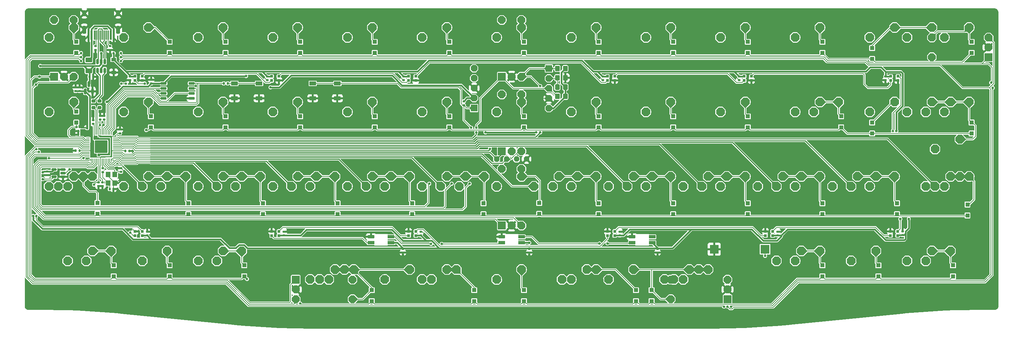
<source format=gbr>
%TF.GenerationSoftware,KiCad,Pcbnew,(7.0.0)*%
%TF.CreationDate,2023-11-20T17:19:35+01:00*%
%TF.ProjectId,alpha-curISO,616c7068-612d-4637-9572-49534f2e6b69,rev?*%
%TF.SameCoordinates,Original*%
%TF.FileFunction,Copper,L2,Bot*%
%TF.FilePolarity,Positive*%
%FSLAX46Y46*%
G04 Gerber Fmt 4.6, Leading zero omitted, Abs format (unit mm)*
G04 Created by KiCad (PCBNEW (7.0.0)) date 2023-11-20 17:19:35*
%MOMM*%
%LPD*%
G01*
G04 APERTURE LIST*
G04 Aperture macros list*
%AMRoundRect*
0 Rectangle with rounded corners*
0 $1 Rounding radius*
0 $2 $3 $4 $5 $6 $7 $8 $9 X,Y pos of 4 corners*
0 Add a 4 corners polygon primitive as box body*
4,1,4,$2,$3,$4,$5,$6,$7,$8,$9,$2,$3,0*
0 Add four circle primitives for the rounded corners*
1,1,$1+$1,$2,$3*
1,1,$1+$1,$4,$5*
1,1,$1+$1,$6,$7*
1,1,$1+$1,$8,$9*
0 Add four rect primitives between the rounded corners*
20,1,$1+$1,$2,$3,$4,$5,0*
20,1,$1+$1,$4,$5,$6,$7,0*
20,1,$1+$1,$6,$7,$8,$9,0*
20,1,$1+$1,$8,$9,$2,$3,0*%
%AMFreePoly0*
4,1,17,0.480635,1.110355,1.110356,0.480635,1.125000,0.445280,1.125000,-0.445280,1.110356,-0.480635,0.480635,-1.110355,0.445280,-1.125000,-0.445280,-1.125000,-0.480635,-1.110356,-1.110355,-0.480635,-1.125000,-0.445280,-1.125000,0.445280,-1.110355,0.480635,-0.480635,1.110356,-0.445280,1.125000,0.445280,1.125000,0.480635,1.110355,0.480635,1.110355,$1*%
%AMFreePoly1*
4,1,14,0.985355,0.985355,1.000000,0.950000,1.000000,-0.950000,0.985355,-0.985355,0.950000,-1.000000,0.000000,-1.000000,-0.950000,-1.000000,-0.985355,-0.985355,-1.000000,-0.950000,-1.000000,0.950000,-0.985355,0.985355,-0.950000,1.000000,0.950000,1.000000,0.985355,0.985355,0.985355,0.985355,$1*%
%AMFreePoly2*
4,1,30,0.428858,0.985355,0.707104,0.707109,0.707107,0.707107,0.707109,0.707104,0.985356,0.428858,1.000000,0.393503,1.000000,-0.393503,0.985356,-0.428858,0.707109,-0.707104,0.707107,-0.707107,0.707104,-0.707109,0.428858,-0.985355,0.393503,-1.000000,0.000000,-1.000000,-0.393503,-1.000000,-0.428858,-0.985356,-0.707104,-0.707109,-0.707107,-0.707107,-0.707109,-0.707104,-0.985355,-0.428858,
-1.000000,-0.393503,-1.000000,0.393503,-0.985354,0.428858,-0.707111,0.707101,-0.707107,0.707107,-0.707101,0.707111,-0.428858,0.985356,-0.393503,1.000000,0.393503,1.000000,0.428858,0.985355,0.428858,0.985355,$1*%
%AMFreePoly3*
4,1,17,0.470280,1.085355,1.085355,0.470280,1.100000,0.434925,1.100000,-0.434925,1.085355,-0.470281,0.470280,-1.085355,0.434925,-1.100000,-0.434925,-1.100000,-0.470281,-1.085355,-1.085355,-0.470280,-1.100000,-0.434925,-1.100000,0.434925,-1.085355,0.470280,-0.470281,1.085355,-0.434925,1.100000,0.434925,1.100000,0.470280,1.085355,0.470280,1.085355,$1*%
%AMFreePoly4*
4,1,17,0.303973,0.683855,0.683855,0.303973,0.698500,0.268618,0.698500,-0.268618,0.683855,-0.303974,0.303973,-0.683855,0.268618,-0.698500,-0.268618,-0.698500,-0.303974,-0.683855,-0.683855,-0.303973,-0.698500,-0.268618,-0.698500,0.268618,-0.683855,0.303973,-0.303974,0.683855,-0.268618,0.698500,0.268618,0.698500,0.303973,0.683855,0.303973,0.683855,$1*%
%AMFreePoly5*
4,1,13,0.835355,0.835355,0.850000,0.800000,0.850000,-0.800000,0.835355,-0.835355,0.800000,-0.850000,-0.800000,-0.850000,-0.835355,-0.835355,-0.850000,-0.800000,-0.850000,0.800000,-0.835355,0.835355,-0.800000,0.850000,0.800000,0.850000,0.835355,0.835355,0.835355,0.835355,$1*%
%AMFreePoly6*
4,1,17,0.366726,0.835355,0.835355,0.366726,0.850000,0.331371,0.850000,-0.331371,0.835355,-0.366727,0.366726,-0.835355,0.331371,-0.850000,-0.331371,-0.850000,-0.366727,-0.835355,-0.835355,-0.366726,-0.850000,-0.331371,-0.850000,0.331371,-0.835355,0.366726,-0.366727,0.835355,-0.331371,0.850000,0.331371,0.850000,0.366726,0.835355,0.366726,0.835355,$1*%
%AMFreePoly7*
4,1,17,0.307538,0.785355,0.485355,0.607538,0.500000,0.572183,0.500000,-0.572183,0.485355,-0.607538,0.307538,-0.785355,0.272183,-0.800000,-0.272183,-0.800000,-0.307538,-0.785355,-0.485355,-0.607538,-0.500000,-0.572183,-0.500000,0.572183,-0.485355,0.607538,-0.307538,0.785355,-0.272183,0.800000,0.272183,0.800000,0.307538,0.785355,0.307538,0.785355,$1*%
%AMFreePoly8*
4,1,17,0.307538,1.035355,0.485355,0.857538,0.500000,0.822183,0.500000,-0.822183,0.485355,-0.857538,0.307538,-1.035355,0.272183,-1.050000,-0.272183,-1.050000,-0.307538,-1.035354,-0.485355,-0.857538,-0.500000,-0.822183,-0.500000,0.822183,-0.485355,0.857538,-0.307538,1.035355,-0.272183,1.050000,0.272183,1.050000,0.307538,1.035355,0.307538,1.035355,$1*%
%AMFreePoly9*
4,1,17,0.138909,0.285355,0.285355,0.138909,0.300000,0.103554,0.300000,-0.103554,0.285355,-0.138909,0.138909,-0.285355,0.103554,-0.300000,-0.103554,-0.300000,-0.138909,-0.285355,-0.285355,-0.138909,-0.300000,-0.103554,-0.300000,0.103554,-0.285354,0.138909,-0.138909,0.285355,-0.103554,0.300000,0.103554,0.300000,0.138909,0.285355,0.138909,0.285355,$1*%
G04 Aperture macros list end*
%TA.AperFunction,ComponentPad*%
%ADD10FreePoly0,0.000000*%
%TD*%
%TA.AperFunction,ComponentPad*%
%ADD11FreePoly1,90.000000*%
%TD*%
%TA.AperFunction,ComponentPad*%
%ADD12FreePoly2,90.000000*%
%TD*%
%TA.AperFunction,ComponentPad*%
%ADD13FreePoly0,48.100000*%
%TD*%
%TA.AperFunction,ComponentPad*%
%ADD14FreePoly1,180.000000*%
%TD*%
%TA.AperFunction,ComponentPad*%
%ADD15FreePoly2,180.000000*%
%TD*%
%TA.AperFunction,ComponentPad*%
%ADD16FreePoly3,0.000000*%
%TD*%
%TA.AperFunction,ComponentPad*%
%ADD17FreePoly1,0.000000*%
%TD*%
%TA.AperFunction,ComponentPad*%
%ADD18FreePoly2,0.000000*%
%TD*%
%TA.AperFunction,ComponentPad*%
%ADD19FreePoly4,0.000000*%
%TD*%
%TA.AperFunction,ComponentPad*%
%ADD20FreePoly5,0.000000*%
%TD*%
%TA.AperFunction,ComponentPad*%
%ADD21FreePoly6,0.000000*%
%TD*%
%TA.AperFunction,SMDPad,CuDef*%
%ADD22R,1.100000X1.100000*%
%TD*%
%TA.AperFunction,SMDPad,CuDef*%
%ADD23R,1.700000X1.000000*%
%TD*%
%TA.AperFunction,SMDPad,CuDef*%
%ADD24R,1.700000X0.820000*%
%TD*%
%TA.AperFunction,SMDPad,CuDef*%
%ADD25RoundRect,0.205000X0.645000X0.205000X-0.645000X0.205000X-0.645000X-0.205000X0.645000X-0.205000X0*%
%TD*%
%TA.AperFunction,SMDPad,CuDef*%
%ADD26RoundRect,0.135000X0.185000X-0.135000X0.185000X0.135000X-0.185000X0.135000X-0.185000X-0.135000X0*%
%TD*%
%TA.AperFunction,SMDPad,CuDef*%
%ADD27RoundRect,0.105000X0.245000X0.245000X-0.245000X0.245000X-0.245000X-0.245000X0.245000X-0.245000X0*%
%TD*%
%TA.AperFunction,SMDPad,CuDef*%
%ADD28RoundRect,0.140000X-0.170000X0.140000X-0.170000X-0.140000X0.170000X-0.140000X0.170000X0.140000X0*%
%TD*%
%TA.AperFunction,SMDPad,CuDef*%
%ADD29RoundRect,0.105000X-0.245000X-0.245000X0.245000X-0.245000X0.245000X0.245000X-0.245000X0.245000X0*%
%TD*%
%TA.AperFunction,SMDPad,CuDef*%
%ADD30RoundRect,0.140000X0.170000X-0.140000X0.170000X0.140000X-0.170000X0.140000X-0.170000X-0.140000X0*%
%TD*%
%TA.AperFunction,SMDPad,CuDef*%
%ADD31RoundRect,0.250000X-0.350000X-0.450000X0.350000X-0.450000X0.350000X0.450000X-0.350000X0.450000X0*%
%TD*%
%TA.AperFunction,SMDPad,CuDef*%
%ADD32RoundRect,0.140000X0.140000X0.170000X-0.140000X0.170000X-0.140000X-0.170000X0.140000X-0.170000X0*%
%TD*%
%TA.AperFunction,SMDPad,CuDef*%
%ADD33RoundRect,0.250000X0.337500X0.475000X-0.337500X0.475000X-0.337500X-0.475000X0.337500X-0.475000X0*%
%TD*%
%TA.AperFunction,SMDPad,CuDef*%
%ADD34RoundRect,0.150000X0.512500X0.150000X-0.512500X0.150000X-0.512500X-0.150000X0.512500X-0.150000X0*%
%TD*%
%TA.AperFunction,SMDPad,CuDef*%
%ADD35R,1.200000X1.400000*%
%TD*%
%TA.AperFunction,SMDPad,CuDef*%
%ADD36RoundRect,0.150000X0.150000X-0.587500X0.150000X0.587500X-0.150000X0.587500X-0.150000X-0.587500X0*%
%TD*%
%TA.AperFunction,SMDPad,CuDef*%
%ADD37RoundRect,0.140000X-0.140000X-0.170000X0.140000X-0.170000X0.140000X0.170000X-0.140000X0.170000X0*%
%TD*%
%TA.AperFunction,SMDPad,CuDef*%
%ADD38RoundRect,0.135000X-0.185000X0.135000X-0.185000X-0.135000X0.185000X-0.135000X0.185000X0.135000X0*%
%TD*%
%TA.AperFunction,SMDPad,CuDef*%
%ADD39R,1.200000X0.900000*%
%TD*%
%TA.AperFunction,SMDPad,CuDef*%
%ADD40RoundRect,0.200000X-0.275000X0.200000X-0.275000X-0.200000X0.275000X-0.200000X0.275000X0.200000X0*%
%TD*%
%TA.AperFunction,SMDPad,CuDef*%
%ADD41RoundRect,0.135000X0.135000X0.185000X-0.135000X0.185000X-0.135000X-0.185000X0.135000X-0.185000X0*%
%TD*%
%TA.AperFunction,SMDPad,CuDef*%
%ADD42RoundRect,0.150000X0.650000X0.150000X-0.650000X0.150000X-0.650000X-0.150000X0.650000X-0.150000X0*%
%TD*%
%TA.AperFunction,SMDPad,CuDef*%
%ADD43RoundRect,0.150000X0.150000X-0.512500X0.150000X0.512500X-0.150000X0.512500X-0.150000X-0.512500X0*%
%TD*%
%TA.AperFunction,SMDPad,CuDef*%
%ADD44RoundRect,0.250000X-0.625000X0.375000X-0.625000X-0.375000X0.625000X-0.375000X0.625000X0.375000X0*%
%TD*%
%TA.AperFunction,SMDPad,CuDef*%
%ADD45R,0.600000X2.450000*%
%TD*%
%TA.AperFunction,SMDPad,CuDef*%
%ADD46R,0.300000X2.450000*%
%TD*%
%TA.AperFunction,ComponentPad*%
%ADD47FreePoly7,0.000000*%
%TD*%
%TA.AperFunction,ComponentPad*%
%ADD48FreePoly8,0.000000*%
%TD*%
%TA.AperFunction,SMDPad,CuDef*%
%ADD49R,2.300000X2.300000*%
%TD*%
%TA.AperFunction,SMDPad,CuDef*%
%ADD50RoundRect,0.050000X0.387500X0.050000X-0.387500X0.050000X-0.387500X-0.050000X0.387500X-0.050000X0*%
%TD*%
%TA.AperFunction,SMDPad,CuDef*%
%ADD51RoundRect,0.050000X0.050000X0.387500X-0.050000X0.387500X-0.050000X-0.387500X0.050000X-0.387500X0*%
%TD*%
%TA.AperFunction,ComponentPad*%
%ADD52FreePoly9,180.000000*%
%TD*%
%TA.AperFunction,SMDPad,CuDef*%
%ADD53RoundRect,0.144000X1.456000X1.456000X-1.456000X1.456000X-1.456000X-1.456000X1.456000X-1.456000X0*%
%TD*%
%TA.AperFunction,SMDPad,CuDef*%
%ADD54RoundRect,0.250000X0.350000X0.450000X-0.350000X0.450000X-0.350000X-0.450000X0.350000X-0.450000X0*%
%TD*%
%TA.AperFunction,ViaPad*%
%ADD55C,0.600000*%
%TD*%
%TA.AperFunction,Conductor*%
%ADD56C,0.200000*%
%TD*%
%TA.AperFunction,Conductor*%
%ADD57C,0.381000*%
%TD*%
%TA.AperFunction,Conductor*%
%ADD58C,0.254000*%
%TD*%
%TA.AperFunction,Conductor*%
%ADD59C,0.250000*%
%TD*%
G04 APERTURE END LIST*
D10*
%TO.P,SW30(ortho)1,1,1*%
%TO.N,COL3*%
X86677500Y-94280487D03*
%TO.P,SW30(ortho)1,2,2*%
%TO.N,Net-(D15-A)*%
X93027500Y-91740487D03*
%TD*%
%TO.P,SW12,1,1*%
%TO.N,COL11*%
X239077500Y-56197500D03*
%TO.P,SW12,2,2*%
%TO.N,Net-(D42-A)*%
X245427500Y-53657500D03*
%TD*%
%TO.P,SW31(ortho)1,1,1*%
%TO.N,COL4*%
X105727500Y-94280487D03*
%TO.P,SW31(ortho)1,2,2*%
%TO.N,Net-(D18-A)*%
X112077500Y-91740487D03*
%TD*%
%TO.P,SW43(1.75)1,1,1*%
%TO.N,COL5*%
X127172566Y-118095521D03*
%TO.P,SW43(1.75)1,2,2*%
%TO.N,Net-(D23-A)*%
X133522566Y-115555521D03*
%TD*%
%TO.P,SW48,1,1*%
%TO.N,COL11*%
X234315000Y-113347500D03*
%TO.P,SW48,2,2*%
%TO.N,Net-(D45-A)*%
X240665000Y-110807500D03*
%TD*%
%TO.P,SW33(1.5stagger)1,1,1*%
%TO.N,COL7*%
X153352500Y-94280487D03*
%TO.P,SW33(1.5stagger)1,2,2*%
%TO.N,Net-(D29-A)*%
X159702500Y-91740487D03*
%TD*%
D11*
%TO.P,SW_rotary3,A,A*%
%TO.N,PD5*%
X145137500Y-66237500D03*
D12*
%TO.P,SW_rotary3,B,B*%
%TO.N,PD2*%
X150137500Y-66237500D03*
%TO.P,SW_rotary3,C,C*%
%TO.N,GND*%
X147637500Y-66237500D03*
%TO.P,SW_rotary3,S1,S1*%
%TO.N,R_row3*%
X150137500Y-51737500D03*
%TO.P,SW_rotary3,S2,S2*%
%TO.N,COL6*%
X145137500Y-51737500D03*
%TD*%
D13*
%TO.P,SW42(3)1,1,1*%
%TO.N,COL4*%
X115252500Y-118110000D03*
D10*
%TO.P,SW42(3)1,2,2*%
%TO.N,R_row5*%
X121602500Y-115570000D03*
%TD*%
%TO.P,SW32(ortho)1,1,1*%
%TO.N,COL5*%
X124777500Y-94280487D03*
%TO.P,SW32(ortho)1,2,2*%
%TO.N,Net-(D22-A)*%
X131127500Y-91740487D03*
%TD*%
%TO.P,SW42(1)1,1,1*%
%TO.N,COL4*%
X96202500Y-118110000D03*
%TO.P,SW42(1)1,2,2*%
%TO.N,R_row5*%
X102552500Y-115570000D03*
%TD*%
%TO.P,SW34(1.5stagger)1,1,1*%
%TO.N,COL8*%
X172402500Y-94280487D03*
%TO.P,SW34(1.5stagger)1,2,2*%
%TO.N,Net-(D33-A)*%
X178752500Y-91740487D03*
%TD*%
%TO.P,SW21,1,1*%
%TO.N,COL7*%
X162877500Y-75247500D03*
%TO.P,SW21,2,2*%
%TO.N,Net-(D28-A)*%
X169227500Y-72707500D03*
%TD*%
%TO.P,SW28,1,1*%
%TO.N,COL1*%
X53340000Y-94280487D03*
%TO.P,SW28,2,2*%
%TO.N,Net-(D7-A)*%
X59690000Y-91740487D03*
%TD*%
%TO.P,SW8,1,1*%
%TO.N,COL7*%
X162877500Y-56197500D03*
%TO.P,SW8,2,2*%
%TO.N,Net-(D27-A)*%
X169227500Y-53657500D03*
%TD*%
%TO.P,SW28(1.5stagger)1,1,1*%
%TO.N,COL1*%
X58102500Y-94280487D03*
%TO.P,SW28(1.5stagger)1,2,2*%
%TO.N,Net-(D7-A)*%
X64452500Y-91740487D03*
%TD*%
%TO.P,SW46(1.5)1,1,1*%
%TO.N,COL8*%
X186690000Y-118110000D03*
%TO.P,SW46(1.5)1,2,2*%
%TO.N,R_col6*%
X193040000Y-115570000D03*
%TD*%
%TO.P,SW23,1,1*%
%TO.N,COL9*%
X200977500Y-75247500D03*
%TO.P,SW23,2,2*%
%TO.N,Net-(D36-A)*%
X207327500Y-72707500D03*
%TD*%
%TO.P,SW36,1,1*%
%TO.N,COL10*%
X215265000Y-94280487D03*
%TO.P,SW36,2,2*%
%TO.N,Net-(D40-A)*%
X221615000Y-91740487D03*
%TD*%
%TO.P,SW12(2)1,1,1*%
%TO.N,COL11*%
X248602500Y-56197500D03*
%TO.P,SW12(2)1,2,2*%
%TO.N,Net-(D42-A)*%
X254952500Y-53657500D03*
%TD*%
%TO.P,SW15,1,1*%
%TO.N,COL1*%
X48577500Y-75247500D03*
%TO.P,SW15,2,2*%
%TO.N,Net-(D6-A)*%
X54927500Y-72707500D03*
%TD*%
%TO.P,SW50(ortho)1,1,1*%
%TO.N,COL6*%
X143827500Y-94280487D03*
%TO.P,SW50(ortho)1,2,2*%
%TO.N,R_row7*%
X150177500Y-91740487D03*
%TD*%
%TO.P,SW39(1.5)1,1,1*%
%TO.N,COL0*%
X39052500Y-113347500D03*
%TO.P,SW39(1.5)1,2,2*%
%TO.N,Net-(D4-A)*%
X45402500Y-110807500D03*
%TD*%
%TO.P,SW6,1,1*%
%TO.N,COL5*%
X124777500Y-56197500D03*
%TO.P,SW6,2,2*%
%TO.N,Net-(D20-A)*%
X131127500Y-53657500D03*
%TD*%
%TO.P,SW31,1,1*%
%TO.N,COL4*%
X110490000Y-94280487D03*
%TO.P,SW31,2,2*%
%TO.N,Net-(D18-A)*%
X116840000Y-91740487D03*
%TD*%
%TO.P,SW37(1.5stagger)1,1,1*%
%TO.N,COL11*%
X229552500Y-94280487D03*
%TO.P,SW37(1.5stagger)1,2,2*%
%TO.N,Net-(D44-A)*%
X235902500Y-91740487D03*
%TD*%
%TO.P,SW38(1.25)1,1,1*%
%TO.N,COL12*%
X255745000Y-94280487D03*
%TO.P,SW38(1.25)1,2,2*%
%TO.N,Net-(D48-A)*%
X262095000Y-91740487D03*
%TD*%
%TO.P,SW47,1,1*%
%TO.N,COL10*%
X215265000Y-113347500D03*
%TO.P,SW47,2,2*%
%TO.N,Net-(D41-A)*%
X221615000Y-110807500D03*
%TD*%
%TO.P,SW26(1.5)1,1,1*%
%TO.N,COL12*%
X253365000Y-75247500D03*
%TO.P,SW26(1.5)1,2,2*%
%TO.N,Net-(D47-A)*%
X259715000Y-72707500D03*
%TD*%
%TO.P,SW46(1)1,1,1*%
%TO.N,COL8*%
X191452500Y-118110000D03*
%TO.P,SW46(1)1,2,2*%
%TO.N,R_col6*%
X197802500Y-115570000D03*
%TD*%
%TO.P,SW1,1,1*%
%TO.N,COL0*%
X29527500Y-56197500D03*
%TO.P,SW1,2,2*%
%TO.N,R_row1*%
X35877500Y-53657500D03*
%TD*%
%TO.P,SW26(ISO)1,1,1*%
%TO.N,COL12*%
X255746250Y-84772500D03*
%TO.P,SW26(ISO)1,2,2*%
%TO.N,Net-(D47-A)*%
X262096250Y-82232500D03*
%TD*%
%TO.P,SW37(ortho)1,1,1*%
%TO.N,COL11*%
X239077500Y-94280487D03*
%TO.P,SW37(ortho)1,2,2*%
%TO.N,Net-(D44-A)*%
X245427500Y-91740487D03*
%TD*%
%TO.P,SW41(1.5)1,1,1*%
%TO.N,COL2*%
X67627500Y-113347500D03*
%TO.P,SW41(1.5)1,2,2*%
%TO.N,Net-(D12-A)*%
X73977500Y-110807500D03*
%TD*%
%TO.P,SW27(ortho)1,1,1*%
%TO.N,COL0*%
X29527500Y-94280487D03*
%TO.P,SW27(ortho)1,2,2*%
%TO.N,Net-(D3-A)*%
X35877500Y-91740487D03*
%TD*%
%TO.P,SW38(1.5)1,1,1*%
%TO.N,COL12*%
X253365000Y-94280487D03*
%TO.P,SW38(1.5)1,2,2*%
%TO.N,Net-(D48-A)*%
X259715000Y-91740487D03*
%TD*%
D14*
%TO.P,SW_rotary2,A,A*%
%TO.N,R2_A*%
X269437500Y-61237500D03*
D15*
%TO.P,SW_rotary2,B,B*%
%TO.N,R2_B*%
X269437500Y-56237500D03*
%TO.P,SW_rotary2,C,C*%
%TO.N,GND*%
X269437500Y-58737500D03*
%TO.P,SW_rotary2,S1,S1*%
%TO.N,R_row2*%
X254937500Y-56237500D03*
%TO.P,SW_rotary2,S2,S2*%
%TO.N,COL12*%
X254937500Y-61237500D03*
%TD*%
D14*
%TO.P,SW_rotary6,A,A*%
%TO.N,R2_A*%
X202762500Y-123150000D03*
D15*
%TO.P,SW_rotary6,B,B*%
%TO.N,R2_B*%
X202762500Y-118150000D03*
%TO.P,SW_rotary6,C,C*%
%TO.N,GND*%
X202762500Y-120650000D03*
%TO.P,SW_rotary6,S1,S1*%
%TO.N,COL8*%
X188262500Y-118150000D03*
%TO.P,SW_rotary6,S2,S2*%
%TO.N,R_col6*%
X188262500Y-123150000D03*
%TD*%
D10*
%TO.P,SW9,1,1*%
%TO.N,COL8*%
X181927500Y-56197500D03*
%TO.P,SW9,2,2*%
%TO.N,Net-(D31-A)*%
X188277500Y-53657500D03*
%TD*%
%TO.P,SW33,1,1*%
%TO.N,COL7*%
X158115000Y-94280487D03*
%TO.P,SW33,2,2*%
%TO.N,Net-(D29-A)*%
X164465000Y-91740487D03*
%TD*%
%TO.P,SW43(2)1,1,1*%
%TO.N,COL5*%
X124777500Y-118110000D03*
%TO.P,SW43(2)1,2,2*%
%TO.N,Net-(D23-A)*%
X131127500Y-115570000D03*
%TD*%
D16*
%TO.P,SW44(4)1,1,1*%
%TO.N,COL6*%
X143827500Y-118110000D03*
%TO.P,SW44(4)1,2,2*%
%TO.N,Net-(D24-A)*%
X150177500Y-115570000D03*
%TD*%
D10*
%TO.P,SW33(ortho)1,1,1*%
%TO.N,COL7*%
X162877500Y-94280487D03*
%TO.P,SW33(ortho)1,2,2*%
%TO.N,Net-(D29-A)*%
X169227500Y-91740487D03*
%TD*%
%TO.P,SW10,1,1*%
%TO.N,COL9*%
X200977500Y-56197500D03*
%TO.P,SW10,2,2*%
%TO.N,Net-(D35-A)*%
X207327500Y-53657500D03*
%TD*%
%TO.P,SW18,1,1*%
%TO.N,COL4*%
X105727500Y-75247500D03*
%TO.P,SW18,2,2*%
%TO.N,Net-(D17-A)*%
X112077500Y-72707500D03*
%TD*%
%TO.P,SW34(ortho)1,1,1*%
%TO.N,COL8*%
X181927500Y-94280487D03*
%TO.P,SW34(ortho)1,2,2*%
%TO.N,Net-(D33-A)*%
X188277500Y-91740487D03*
%TD*%
%TO.P,SW36(ortho)1,1,1*%
%TO.N,COL10*%
X220027500Y-94280487D03*
%TO.P,SW36(ortho)1,2,2*%
%TO.N,Net-(D40-A)*%
X226377500Y-91740487D03*
%TD*%
D17*
%TO.P,SW_rotary5,A,A*%
%TO.N,R1_A*%
X92512500Y-118150000D03*
D18*
%TO.P,SW_rotary5,B,B*%
%TO.N,R1_B*%
X92512500Y-123150000D03*
%TO.P,SW_rotary5,C,C*%
%TO.N,GND*%
X92512500Y-120650000D03*
%TO.P,SW_rotary5,S1,S1*%
%TO.N,R_row5*%
X107012500Y-123150000D03*
%TO.P,SW_rotary5,S2,S2*%
%TO.N,COL4*%
X107012500Y-118150000D03*
%TD*%
D10*
%TO.P,SW2,1,1*%
%TO.N,COL1*%
X48577500Y-56197500D03*
%TO.P,SW2,2,2*%
%TO.N,Net-(D5-A)*%
X54927500Y-53657500D03*
%TD*%
%TO.P,SW38(ortho)1,1,1*%
%TO.N,COL12*%
X258127500Y-94280487D03*
%TO.P,SW38(ortho)1,2,2*%
%TO.N,Net-(D48-A)*%
X264477500Y-91740487D03*
%TD*%
%TO.P,SW49(1.5)1,1,1*%
%TO.N,COL12*%
X248602500Y-113347500D03*
%TO.P,SW49(1.5)1,2,2*%
%TO.N,Net-(D49-A)*%
X254952500Y-110807500D03*
%TD*%
%TO.P,SW34,1,1*%
%TO.N,COL8*%
X177165000Y-94280487D03*
%TO.P,SW34,2,2*%
%TO.N,Net-(D33-A)*%
X183515000Y-91740487D03*
%TD*%
%TO.P,SW4,1,1*%
%TO.N,COL3*%
X86677500Y-56197500D03*
%TO.P,SW4,2,2*%
%TO.N,Net-(D13-A)*%
X93027500Y-53657500D03*
%TD*%
%TO.P,SW13,1,1*%
%TO.N,COL12*%
X258127500Y-56197500D03*
%TO.P,SW13,2,2*%
%TO.N,R_row2*%
X264477500Y-53657500D03*
%TD*%
%TO.P,SW35(ortho)1,1,1*%
%TO.N,COL9*%
X200977500Y-94280487D03*
%TO.P,SW35(ortho)1,2,2*%
%TO.N,Net-(D37-A)*%
X207327500Y-91740487D03*
%TD*%
%TO.P,SW32,1,1*%
%TO.N,COL5*%
X129540000Y-94280487D03*
%TO.P,SW32,2,2*%
%TO.N,Net-(D22-A)*%
X135890000Y-91740487D03*
%TD*%
%TO.P,SW29(ortho)1,1,1*%
%TO.N,COL2*%
X67627500Y-94280487D03*
%TO.P,SW29(ortho)1,2,2*%
%TO.N,Net-(D11-A)*%
X73977500Y-91740487D03*
%TD*%
%TO.P,SW30(1.5stagger)1,1,1*%
%TO.N,COL3*%
X96202500Y-94280487D03*
%TO.P,SW30(1.5stagger)1,2,2*%
%TO.N,Net-(D15-A)*%
X102552500Y-91740487D03*
%TD*%
%TO.P,SW29(1.5stagger)1,1,1*%
%TO.N,COL2*%
X77152500Y-94280487D03*
%TO.P,SW29(1.5stagger)1,2,2*%
%TO.N,Net-(D11-A)*%
X83502500Y-91740487D03*
%TD*%
%TO.P,SW45(2)1,1,1*%
%TO.N,COL7*%
X162877500Y-118110000D03*
%TO.P,SW45(2)1,2,2*%
%TO.N,Net-(D30-A)*%
X169227500Y-115570000D03*
%TD*%
%TO.P,SW46(1.25)1,1,1*%
%TO.N,COL8*%
X189085066Y-118095521D03*
%TO.P,SW46(1.25)1,2,2*%
%TO.N,R_col6*%
X195435066Y-115555521D03*
%TD*%
D19*
%TO.P,OL1,1,SDA*%
%TO.N,SDA*%
X143827500Y-87312500D03*
%TO.P,OL1,2,SCL*%
%TO.N,SCL*%
X146367500Y-87312500D03*
%TO.P,OL1,3,VCC*%
%TO.N,+3V3*%
X148907500Y-87312500D03*
%TO.P,OL1,4,GND*%
%TO.N,GND*%
X151447500Y-87312500D03*
%TD*%
D10*
%TO.P,SW16,1,1*%
%TO.N,COL2*%
X67627500Y-75247500D03*
%TO.P,SW16,2,2*%
%TO.N,Net-(D10-A)*%
X73977500Y-72707500D03*
%TD*%
%TO.P,SW25,1,1*%
%TO.N,COL11*%
X239077500Y-75247500D03*
%TO.P,SW25,2,2*%
%TO.N,Net-(D43-A)*%
X245427500Y-72707500D03*
%TD*%
D13*
%TO.P,SW46(3)1,1,1*%
%TO.N,COL8*%
X172402500Y-118110000D03*
D10*
%TO.P,SW46(3)1,2,2*%
%TO.N,R_col6*%
X178752500Y-115570000D03*
%TD*%
%TO.P,SW39,1,1*%
%TO.N,COL0*%
X34290000Y-113347500D03*
%TO.P,SW39,2,2*%
%TO.N,Net-(D4-A)*%
X40640000Y-110807500D03*
%TD*%
%TO.P,SW19,1,1*%
%TO.N,COL5*%
X124777500Y-75247500D03*
%TO.P,SW19,2,2*%
%TO.N,Net-(D21-A)*%
X131127500Y-72707500D03*
%TD*%
D20*
%TO.P,J2,1,Pin_1*%
%TO.N,PD2*%
X157162500Y-64135000D03*
D21*
%TO.P,J2,2,Pin_2*%
%TO.N,Net-(J2-Pin_2)*%
X157162500Y-66675000D03*
%TO.P,J2,3,Pin_3*%
%TO.N,PD5*%
X157162500Y-69215000D03*
%TO.P,J2,4,Pin_4*%
%TO.N,GND*%
X157162500Y-71755000D03*
%TO.P,J2,5,Pin_5*%
%TO.N,+3V3*%
X157162500Y-74295000D03*
%TD*%
D10*
%TO.P,SW44(6)1,1,1*%
%TO.N,COL6*%
X143827500Y-118110000D03*
%TO.P,SW44(6)1,2,2*%
%TO.N,Net-(D24-A)*%
X150177500Y-115570000D03*
%TD*%
%TO.P,SW35,1,1*%
%TO.N,COL9*%
X196215000Y-94280487D03*
%TO.P,SW35,2,2*%
%TO.N,Net-(D37-A)*%
X202565000Y-91740487D03*
%TD*%
%TO.P,SW37,1,1*%
%TO.N,COL11*%
X234315000Y-94280487D03*
%TO.P,SW37,2,2*%
%TO.N,Net-(D44-A)*%
X240665000Y-91740487D03*
%TD*%
%TO.P,SW20,1,1*%
%TO.N,COL6*%
X143827500Y-75247500D03*
%TO.P,SW20,2,2*%
%TO.N,R_row4*%
X150177500Y-72707500D03*
%TD*%
%TO.P,SW11,1,1*%
%TO.N,COL10*%
X220027500Y-56197500D03*
%TO.P,SW11,2,2*%
%TO.N,Net-(D38-A)*%
X226377500Y-53657500D03*
%TD*%
%TO.P,SW24(1.5)1,1,1*%
%TO.N,COL10*%
X224790000Y-75247500D03*
%TO.P,SW24(1.5)1,2,2*%
%TO.N,Net-(D39-A)*%
X231140000Y-72707500D03*
%TD*%
%TO.P,SW7,1,1*%
%TO.N,COL6*%
X143827500Y-56197500D03*
%TO.P,SW7,2,2*%
%TO.N,R_row3*%
X150177500Y-53657500D03*
%TD*%
%TO.P,SW40,1,1*%
%TO.N,COL1*%
X53340000Y-113347500D03*
%TO.P,SW40,2,2*%
%TO.N,Net-(D8-A)*%
X59690000Y-110807500D03*
%TD*%
%TO.P,SW26(2)1,1,1*%
%TO.N,COL12*%
X248602500Y-75247500D03*
%TO.P,SW26(2)1,2,2*%
%TO.N,Net-(D47-A)*%
X254952500Y-72707500D03*
%TD*%
D13*
%TO.P,SW48(3)1,1,1*%
%TO.N,COL11*%
X234315000Y-113347500D03*
D10*
%TO.P,SW48(3)1,2,2*%
%TO.N,Net-(D45-A)*%
X240665000Y-110807500D03*
%TD*%
D11*
%TO.P,SW_rotary1,A,A*%
%TO.N,R1_A*%
X30837500Y-66237500D03*
D12*
%TO.P,SW_rotary1,B,B*%
%TO.N,R1_B*%
X35837500Y-66237500D03*
%TO.P,SW_rotary1,C,C*%
%TO.N,GND*%
X33337500Y-66237500D03*
%TO.P,SW_rotary1,S1,S1*%
%TO.N,R_row1*%
X35837500Y-51737500D03*
%TO.P,SW_rotary1,S2,S2*%
%TO.N,COL0*%
X30837500Y-51737500D03*
%TD*%
D11*
%TO.P,SW_rotary4,A,A*%
%TO.N,SDA*%
X145137500Y-85287500D03*
D12*
%TO.P,SW_rotary4,B,B*%
%TO.N,SCL*%
X150137500Y-85287500D03*
%TO.P,SW_rotary4,C,C*%
%TO.N,GND*%
X147637500Y-85287500D03*
%TO.P,SW_rotary4,S1,S1*%
%TO.N,R_row4*%
X150137500Y-70787500D03*
%TO.P,SW_rotary4,S2,S2*%
%TO.N,COL6*%
X145137500Y-70787500D03*
%TD*%
D10*
%TO.P,SW36(1.5stagger)1,1,1*%
%TO.N,COL10*%
X210502500Y-94280487D03*
%TO.P,SW36(1.5stagger)1,2,2*%
%TO.N,Net-(D40-A)*%
X216852500Y-91740487D03*
%TD*%
%TO.P,SW5,1,1*%
%TO.N,COL4*%
X105727500Y-56197500D03*
%TO.P,SW5,2,2*%
%TO.N,Net-(D16-A)*%
X112077500Y-53657500D03*
%TD*%
D13*
%TO.P,SW44(3)1,1,1*%
%TO.N,COL6*%
X143827500Y-118110000D03*
D10*
%TO.P,SW44(3)1,2,2*%
%TO.N,Net-(D24-A)*%
X150177500Y-115570000D03*
%TD*%
D11*
%TO.P,SW_rotary7,A,A*%
%TO.N,R5_A*%
X145137500Y-104320487D03*
D12*
%TO.P,SW_rotary7,B,B*%
%TO.N,R5_B*%
X150137500Y-104320487D03*
%TO.P,SW_rotary7,C,C*%
%TO.N,GND*%
X147637500Y-104320487D03*
%TO.P,SW_rotary7,S1,S1*%
%TO.N,R_row7*%
X150137500Y-89820487D03*
%TO.P,SW_rotary7,S2,S2*%
%TO.N,COL6*%
X145137500Y-89820487D03*
%TD*%
D10*
%TO.P,SW22,1,1*%
%TO.N,COL8*%
X181927500Y-75247500D03*
%TO.P,SW22,2,2*%
%TO.N,Net-(D32-A)*%
X188277500Y-72707500D03*
%TD*%
%TO.P,SW27(1.5)1,1,1*%
%TO.N,COL0*%
X34290000Y-94280487D03*
%TO.P,SW27(1.5)1,2,2*%
%TO.N,Net-(D3-A)*%
X40640000Y-91740487D03*
%TD*%
%TO.P,SW42(1.25)1,1,1*%
%TO.N,COL4*%
X98597566Y-118095521D03*
%TO.P,SW42(1.25)1,2,2*%
%TO.N,R_row5*%
X104947566Y-115555521D03*
%TD*%
%TO.P,SW42(1.5)1,1,1*%
%TO.N,COL4*%
X100965000Y-118110000D03*
%TO.P,SW42(1.5)1,2,2*%
%TO.N,R_row5*%
X107315000Y-115570000D03*
%TD*%
%TO.P,SW27(1.25)1,1,1*%
%TO.N,COL0*%
X31910000Y-94280487D03*
%TO.P,SW27(1.25)1,2,2*%
%TO.N,Net-(D3-A)*%
X38260000Y-91740487D03*
%TD*%
%TO.P,SW49,1,1*%
%TO.N,COL12*%
X253365000Y-113347500D03*
%TO.P,SW49,2,2*%
%TO.N,Net-(D49-A)*%
X259715000Y-110807500D03*
%TD*%
%TO.P,SW26,1,1*%
%TO.N,COL12*%
X258127500Y-75247500D03*
%TO.P,SW26,2,2*%
%TO.N,Net-(D47-A)*%
X264477500Y-72707500D03*
%TD*%
%TO.P,SW28(ortho)1,1,1*%
%TO.N,COL1*%
X48577500Y-94280487D03*
%TO.P,SW28(ortho)1,2,2*%
%TO.N,Net-(D7-A)*%
X54927500Y-91740487D03*
%TD*%
%TO.P,SW24,1,1*%
%TO.N,COL10*%
X220027500Y-75247500D03*
%TO.P,SW24,2,2*%
%TO.N,Net-(D39-A)*%
X226377500Y-72707500D03*
%TD*%
%TO.P,SW17,1,1*%
%TO.N,COL3*%
X86677500Y-75247500D03*
%TO.P,SW17,2,2*%
%TO.N,Net-(D14-A)*%
X93027500Y-72707500D03*
%TD*%
D13*
%TO.P,SW40(3)1,1,1*%
%TO.N,COL1*%
X53340000Y-113347500D03*
D10*
%TO.P,SW40(3)1,2,2*%
%TO.N,Net-(D8-A)*%
X59690000Y-110807500D03*
%TD*%
%TO.P,SW3,1,1*%
%TO.N,COL2*%
X67627500Y-56197500D03*
%TO.P,SW3,2,2*%
%TO.N,Net-(D9-A)*%
X73977500Y-53657500D03*
%TD*%
%TO.P,SW45(1.75)1,1,1*%
%TO.N,COL7*%
X160510066Y-118095521D03*
%TO.P,SW45(1.75)1,2,2*%
%TO.N,Net-(D30-A)*%
X166860066Y-115555521D03*
%TD*%
%TO.P,SW14,1,1*%
%TO.N,COL0*%
X29527500Y-75247500D03*
%TO.P,SW14,2,2*%
%TO.N,Net-(D2-A)*%
X35877500Y-72707500D03*
%TD*%
%TO.P,SW41,1,1*%
%TO.N,COL2*%
X72390000Y-113347500D03*
%TO.P,SW41,2,2*%
%TO.N,Net-(D12-A)*%
X78740000Y-110807500D03*
%TD*%
%TO.P,SW47(1.5)1,1,1*%
%TO.N,COL10*%
X220027500Y-113347500D03*
%TO.P,SW47(1.5)1,2,2*%
%TO.N,Net-(D41-A)*%
X226377500Y-110807500D03*
%TD*%
%TO.P,SW35(1.5stagger)1,1,1*%
%TO.N,COL9*%
X191452500Y-94280487D03*
%TO.P,SW35(1.5stagger)1,2,2*%
%TO.N,Net-(D37-A)*%
X197802500Y-91740487D03*
%TD*%
%TO.P,SW30,1,1*%
%TO.N,COL3*%
X91440000Y-94280487D03*
%TO.P,SW30,2,2*%
%TO.N,Net-(D15-A)*%
X97790000Y-91740487D03*
%TD*%
%TO.P,SW32(1.5stagger)1,1,1*%
%TO.N,COL5*%
X134302500Y-94280487D03*
%TO.P,SW32(1.5stagger)1,2,2*%
%TO.N,Net-(D22-A)*%
X140652500Y-91740487D03*
%TD*%
%TO.P,SW31(1.5stagger)1,1,1*%
%TO.N,COL4*%
X115252500Y-94280487D03*
%TO.P,SW31(1.5stagger)1,2,2*%
%TO.N,Net-(D18-A)*%
X121602500Y-91740487D03*
%TD*%
%TO.P,SW29,1,1*%
%TO.N,COL2*%
X72390000Y-94280487D03*
%TO.P,SW29,2,2*%
%TO.N,Net-(D11-A)*%
X78740000Y-91740487D03*
%TD*%
D22*
%TO.P,D32,1,K*%
%TO.N,ROW1*%
X188912499Y-79187499D03*
%TO.P,D32,2,A*%
%TO.N,Net-(D32-A)*%
X188912499Y-76387499D03*
%TD*%
D23*
%TO.P,SW27,1,1*%
%TO.N,GND*%
X76859999Y-71749999D03*
X83159999Y-71749999D03*
%TO.P,SW27,2,2*%
%TO.N,/rp2040 components/USB_BOOT*%
X76859999Y-67949999D03*
X83159999Y-67949999D03*
%TD*%
D24*
%TO.P,LED2,1,VDD*%
%TO.N,+5V*%
X150187499Y-108699999D03*
%TO.P,LED2,2,DOUT*%
%TO.N,Net-(LED2-DOUT)*%
X150187499Y-107199999D03*
D25*
%TO.P,LED2,3,VSS*%
%TO.N,GND*%
X145087500Y-107200000D03*
D24*
%TO.P,LED2,4,DIN*%
%TO.N,Net-(LED1-DOUT)*%
X145087499Y-108699999D03*
%TD*%
D22*
%TO.P,D2,1,K*%
%TO.N,ROW1*%
X36512499Y-77980999D03*
%TO.P,D2,2,A*%
%TO.N,Net-(D2-A)*%
X36512499Y-75180999D03*
%TD*%
D26*
%TO.P,R7,1*%
%TO.N,/rp2040 components/XTAL_O*%
X43230800Y-90680000D03*
%TO.P,R7,2*%
%TO.N,XTAL_OUT*%
X43230800Y-89660000D03*
%TD*%
D27*
%TO.P,LED8,1,DOUT*%
%TO.N,Net-(LED8-DOUT)*%
X246279000Y-66125000D03*
%TO.P,LED8,2,VSS*%
%TO.N,GND*%
X246279000Y-67225000D03*
%TO.P,LED8,3,DIN*%
%TO.N,Net-(LED7-DOUT)*%
X244449000Y-67225000D03*
%TO.P,LED8,4,VDD*%
%TO.N,+5V*%
X244449000Y-66125000D03*
%TD*%
D28*
%TO.P,C22,1*%
%TO.N,+5V*%
X85217000Y-66195000D03*
%TO.P,C22,2*%
%TO.N,GND*%
X85217000Y-67155000D03*
%TD*%
D22*
%TO.P,D11,1,K*%
%TO.N,ROW2*%
X84137499Y-101412499D03*
%TO.P,D11,2,A*%
%TO.N,Net-(D11-A)*%
X84137499Y-98612499D03*
%TD*%
D28*
%TO.P,C2,1*%
%TO.N,GND*%
X47904400Y-89639200D03*
%TO.P,C2,2*%
%TO.N,XTAL_IN*%
X47904400Y-90599200D03*
%TD*%
D22*
%TO.P,D9,1,K*%
%TO.N,ROW0*%
X74612499Y-60137499D03*
%TO.P,D9,2,A*%
%TO.N,Net-(D9-A)*%
X74612499Y-57337499D03*
%TD*%
%TO.P,D50,1,K*%
%TO.N,ROW2*%
X154685999Y-101348999D03*
%TO.P,D50,2,A*%
%TO.N,R_row7*%
X154685999Y-98548999D03*
%TD*%
%TO.P,D7,1,K*%
%TO.N,ROW2*%
X65087499Y-101412499D03*
%TO.P,D7,2,A*%
%TO.N,Net-(D7-A)*%
X65087499Y-98612499D03*
%TD*%
D29*
%TO.P,LED15,1,DOUT*%
%TO.N,rgb indicators*%
X86391288Y-106912500D03*
%TO.P,LED15,2,VSS*%
%TO.N,GND*%
X86391288Y-105812500D03*
%TO.P,LED15,3,DIN*%
%TO.N,Net-(LED14-DOUT)*%
X88221288Y-105812500D03*
%TO.P,LED15,4,VDD*%
%TO.N,+5V*%
X88221288Y-106912500D03*
%TD*%
D23*
%TO.P,SW38,1,1*%
%TO.N,RESET*%
X103162499Y-67949999D03*
X96862499Y-67949999D03*
%TO.P,SW38,2,2*%
%TO.N,GND*%
X103162499Y-71749999D03*
X96862499Y-71749999D03*
%TD*%
D30*
%TO.P,C10,1*%
%TO.N,+1V1*%
X40792400Y-78331000D03*
%TO.P,C10,2*%
%TO.N,GND*%
X40792400Y-77371000D03*
%TD*%
D28*
%TO.P,C14,1*%
%TO.N,+1V1*%
X42164000Y-93274000D03*
%TO.P,C14,2*%
%TO.N,GND*%
X42164000Y-94234000D03*
%TD*%
D22*
%TO.P,D24,1,K*%
%TO.N,ROW3*%
X150812499Y-123637499D03*
%TO.P,D24,2,A*%
%TO.N,Net-(D24-A)*%
X150812499Y-120837499D03*
%TD*%
D31*
%TO.P,UR1,1*%
%TO.N,Net-(J2-Pin_2)*%
X159337500Y-66516250D03*
%TO.P,UR1,2*%
%TO.N,GND*%
X161337500Y-66516250D03*
%TD*%
D22*
%TO.P,D42,1,K*%
%TO.N,ROW0*%
X239712499Y-61724999D03*
%TO.P,D42,2,A*%
%TO.N,Net-(D42-A)*%
X239712499Y-58924999D03*
%TD*%
%TO.P,D44,1,K*%
%TO.N,ROW2*%
X246062499Y-101412499D03*
%TO.P,D44,2,A*%
%TO.N,Net-(D44-A)*%
X246062499Y-98612499D03*
%TD*%
D28*
%TO.P,C20,1*%
%TO.N,GND*%
X54567636Y-105890928D03*
%TO.P,C20,2*%
%TO.N,+5V*%
X54567636Y-106850928D03*
%TD*%
%TO.P,C21,1*%
%TO.N,+5V*%
X50165000Y-66195000D03*
%TO.P,C21,2*%
%TO.N,GND*%
X50165000Y-67155000D03*
%TD*%
D22*
%TO.P,D5,1,K*%
%TO.N,ROW0*%
X60324999Y-60137499D03*
%TO.P,D5,2,A*%
%TO.N,Net-(D5-A)*%
X60324999Y-57337499D03*
%TD*%
%TO.P,D23,1,K*%
%TO.N,ROW3*%
X138112499Y-123637499D03*
%TO.P,D23,2,A*%
%TO.N,Net-(D23-A)*%
X138112499Y-120837499D03*
%TD*%
%TO.P,D49,1,K*%
%TO.N,ROW3*%
X260349999Y-117287499D03*
%TO.P,D49,2,A*%
%TO.N,Net-(D49-A)*%
X260349999Y-114487499D03*
%TD*%
D32*
%TO.P,C1,1*%
%TO.N,GND*%
X46003085Y-94996000D03*
%TO.P,C1,2*%
%TO.N,/rp2040 components/XTAL_O*%
X45043085Y-94996000D03*
%TD*%
D22*
%TO.P,D25,1,K*%
%TO.N,ROW0*%
X150812499Y-60137499D03*
%TO.P,D25,2,A*%
%TO.N,R_row3*%
X150812499Y-57337499D03*
%TD*%
D30*
%TO.P,C5,1*%
%TO.N,+3V3*%
X36290251Y-69918861D03*
%TO.P,C5,2*%
%TO.N,GND*%
X36290251Y-68958861D03*
%TD*%
D22*
%TO.P,D13,1,K*%
%TO.N,ROW0*%
X93662499Y-60137499D03*
%TO.P,D13,2,A*%
%TO.N,Net-(D13-A)*%
X93662499Y-57337499D03*
%TD*%
%TO.P,D39,1,K*%
%TO.N,ROW1*%
X231774999Y-79187499D03*
%TO.P,D39,2,A*%
%TO.N,Net-(D39-A)*%
X231774999Y-76387499D03*
%TD*%
D33*
%TO.P,C18,1*%
%TO.N,+3V3*%
X161375000Y-68897500D03*
%TO.P,C18,2*%
%TO.N,Net-(J2-Pin_2)*%
X159300000Y-68897500D03*
%TD*%
D30*
%TO.P,C19,1*%
%TO.N,GND*%
X29006800Y-91412000D03*
%TO.P,C19,2*%
%TO.N,+5V*%
X29006800Y-90452000D03*
%TD*%
D22*
%TO.P,D19,1,K*%
%TO.N,ROW3*%
X111918749Y-123637499D03*
%TO.P,D19,2,A*%
%TO.N,R_row5*%
X111918749Y-120837499D03*
%TD*%
D27*
%TO.P,LED4,1,DOUT*%
%TO.N,Net-(LED4-DOUT)*%
X88221288Y-66125000D03*
%TO.P,LED4,2,VSS*%
%TO.N,GND*%
X88221288Y-67225000D03*
%TO.P,LED4,3,DIN*%
%TO.N,Net-(LED11-DOUT)*%
X86391288Y-67225000D03*
%TO.P,LED4,4,VDD*%
%TO.N,+5V*%
X86391288Y-66125000D03*
%TD*%
D34*
%TO.P,U5,1*%
%TO.N,GND*%
X33090700Y-89982000D03*
%TO.P,U5,2*%
%TO.N,RGB MCU*%
X33090700Y-90932000D03*
%TO.P,U5,3,GND*%
%TO.N,GND*%
X33090700Y-91882000D03*
%TO.P,U5,4*%
%TO.N,rgb underglow*%
X30815700Y-91882000D03*
%TO.P,U5,5,+5V*%
%TO.N,+5V*%
X30815700Y-89982000D03*
%TD*%
D35*
%TO.P,Y1,1,1*%
%TO.N,/rp2040 components/XTAL_O*%
X44629599Y-93439735D03*
%TO.P,Y1,2,2*%
%TO.N,GND*%
X44629599Y-91239735D03*
%TO.P,Y1,3,3*%
%TO.N,XTAL_IN*%
X46329599Y-91239735D03*
%TO.P,Y1,4,4*%
%TO.N,GND*%
X46329599Y-93439735D03*
%TD*%
D36*
%TO.P,U3,1,GND*%
%TO.N,GND*%
X40637500Y-69993750D03*
%TO.P,U3,2,VO*%
%TO.N,+3V3*%
X38737500Y-69993750D03*
%TO.P,U3,3,VI*%
%TO.N,+5V*%
X39687500Y-68118750D03*
%TD*%
D32*
%TO.P,C16,1*%
%TO.N,+3V3*%
X37973000Y-80175193D03*
%TO.P,C16,2*%
%TO.N,GND*%
X37013000Y-80175193D03*
%TD*%
D22*
%TO.P,D46,1,K*%
%TO.N,ROW0*%
X265112499Y-60137499D03*
%TO.P,D46,2,A*%
%TO.N,R_row2*%
X265112499Y-57337499D03*
%TD*%
%TO.P,D21,1,K*%
%TO.N,ROW1*%
X131762499Y-79187499D03*
%TO.P,D21,2,A*%
%TO.N,Net-(D21-A)*%
X131762499Y-76387499D03*
%TD*%
D37*
%TO.P,C13,1*%
%TO.N,+3V3*%
X49050000Y-85217000D03*
%TO.P,C13,2*%
%TO.N,GND*%
X50010000Y-85217000D03*
%TD*%
D30*
%TO.P,C29,1*%
%TO.N,+5V*%
X175260000Y-106842500D03*
%TO.P,C29,2*%
%TO.N,GND*%
X175260000Y-105882500D03*
%TD*%
D22*
%TO.P,D48,1,K*%
%TO.N,ROW2*%
X264032999Y-101729999D03*
%TO.P,D48,2,A*%
%TO.N,Net-(D48-A)*%
X264032999Y-98929999D03*
%TD*%
%TO.P,D40,1,K*%
%TO.N,ROW2*%
X227012499Y-101412499D03*
%TO.P,D40,2,A*%
%TO.N,Net-(D40-A)*%
X227012499Y-98612499D03*
%TD*%
%TO.P,D35,1,K*%
%TO.N,ROW0*%
X207962499Y-60137499D03*
%TO.P,D35,2,A*%
%TO.N,Net-(D35-A)*%
X207962499Y-57337499D03*
%TD*%
D29*
%TO.P,LED13,1,DOUT*%
%TO.N,Net-(LED13-DOUT)*%
X172122500Y-106912500D03*
%TO.P,LED13,2,VSS*%
%TO.N,GND*%
X172122500Y-105812500D03*
%TO.P,LED13,3,DIN*%
%TO.N,Net-(LED12-DOUT)*%
X173952500Y-105812500D03*
%TO.P,LED13,4,VDD*%
%TO.N,+5V*%
X173952500Y-106912500D03*
%TD*%
D27*
%TO.P,LED6,1,DOUT*%
%TO.N,Net-(LED6-DOUT)*%
X173952500Y-66125000D03*
%TO.P,LED6,2,VSS*%
%TO.N,GND*%
X173952500Y-67225000D03*
%TO.P,LED6,3,DIN*%
%TO.N,Net-(LED5-DOUT)*%
X172122500Y-67225000D03*
%TO.P,LED6,4,VDD*%
%TO.N,+5V*%
X172122500Y-66125000D03*
%TD*%
D22*
%TO.P,D26,1,K*%
%TO.N,ROW1*%
X150812499Y-79187499D03*
%TO.P,D26,2,A*%
%TO.N,R_row4*%
X150812499Y-76387499D03*
%TD*%
D38*
%TO.P,R3,1*%
%TO.N,+3V3*%
X135450520Y-72515000D03*
%TO.P,R3,2*%
%TO.N,RESET*%
X135450520Y-73535000D03*
%TD*%
D22*
%TO.P,D22,1,K*%
%TO.N,ROW2*%
X140461999Y-101412499D03*
%TO.P,D22,2,A*%
%TO.N,Net-(D22-A)*%
X140461999Y-98612499D03*
%TD*%
%TO.P,D14,1,K*%
%TO.N,ROW1*%
X93662499Y-79187499D03*
%TO.P,D14,2,A*%
%TO.N,Net-(D14-A)*%
X93662499Y-76387499D03*
%TD*%
D24*
%TO.P,LED3,1,VDD*%
%TO.N,+5V*%
X183524999Y-108699999D03*
%TO.P,LED3,2,DOUT*%
%TO.N,unconnected-(LED3-DOUT-Pad2)*%
X183524999Y-107199999D03*
D25*
%TO.P,LED3,3,VSS*%
%TO.N,GND*%
X178425000Y-107200000D03*
D24*
%TO.P,LED3,4,DIN*%
%TO.N,Net-(LED2-DOUT)*%
X178424999Y-108699999D03*
%TD*%
D31*
%TO.P,UR2,1*%
%TO.N,PD2*%
X159337500Y-64135000D03*
%TO.P,UR2,2*%
%TO.N,+3V3*%
X161337500Y-64135000D03*
%TD*%
D32*
%TO.P,C7,1*%
%TO.N,+3V3*%
X40231000Y-79375000D03*
%TO.P,C7,2*%
%TO.N,GND*%
X39271000Y-79375000D03*
%TD*%
D30*
%TO.P,C15,1*%
%TO.N,+3V3*%
X42617467Y-77216643D03*
%TO.P,C15,2*%
%TO.N,GND*%
X42617467Y-76256643D03*
%TD*%
D39*
%TO.P,D_PWR1,1,A1*%
%TO.N,+5V*%
X46037499Y-61849999D03*
%TO.P,D_PWR1,2,A2*%
%TO.N,GND*%
X46037499Y-65149999D03*
%TD*%
D40*
%TO.P,R2,1*%
%TO.N,D_N*%
X40859663Y-72463838D03*
%TO.P,R2,2*%
%TO.N,/D_-*%
X40859663Y-74113838D03*
%TD*%
D41*
%TO.P,R6,1*%
%TO.N,/rp2040 components/USB_BOOT*%
X75155499Y-67952227D03*
%TO.P,R6,2*%
%TO.N,CS*%
X74135499Y-67952227D03*
%TD*%
D22*
%TO.P,D36,1,K*%
%TO.N,ROW1*%
X207962499Y-79187499D03*
%TO.P,D36,2,A*%
%TO.N,Net-(D36-A)*%
X207962499Y-76387499D03*
%TD*%
%TO.P,D6,1,K*%
%TO.N,ROW1*%
X55562499Y-79187499D03*
%TO.P,D6,2,A*%
%TO.N,Net-(D6-A)*%
X55562499Y-76387499D03*
%TD*%
D42*
%TO.P,U2,1,~{CS}*%
%TO.N,CS*%
X65957000Y-67945000D03*
%TO.P,U2,2,DO(IO1)*%
%TO.N,SD1*%
X65957000Y-69215000D03*
%TO.P,U2,3,IO2*%
%TO.N,SD2*%
X65957000Y-70485000D03*
%TO.P,U2,4,GND*%
%TO.N,GND*%
X65957000Y-71755000D03*
%TO.P,U2,5,DI(IO0)*%
%TO.N,SD0*%
X58757000Y-71755000D03*
%TO.P,U2,6,CLK*%
%TO.N,QSPI_CLK*%
X58757000Y-70485000D03*
%TO.P,U2,7,IO3*%
%TO.N,SD3*%
X58757000Y-69215000D03*
%TO.P,U2,8,VCC*%
%TO.N,+3V3*%
X58757000Y-67945000D03*
%TD*%
D30*
%TO.P,C3,1*%
%TO.N,+3V3*%
X55626000Y-67980500D03*
%TO.P,C3,2*%
%TO.N,GND*%
X55626000Y-67020500D03*
%TD*%
D32*
%TO.P,C8,1*%
%TO.N,+3V3*%
X37973000Y-81114807D03*
%TO.P,C8,2*%
%TO.N,GND*%
X37013000Y-81114807D03*
%TD*%
D22*
%TO.P,D37,1,K*%
%TO.N,ROW2*%
X207962499Y-101412499D03*
%TO.P,D37,2,A*%
%TO.N,Net-(D37-A)*%
X207962499Y-98612499D03*
%TD*%
%TO.P,D38,1,K*%
%TO.N,ROW0*%
X227012499Y-60137499D03*
%TO.P,D38,2,A*%
%TO.N,Net-(D38-A)*%
X227012499Y-57337499D03*
%TD*%
D40*
%TO.P,R1,1*%
%TO.N,D_P*%
X42447163Y-72463838D03*
%TO.P,R1,2*%
%TO.N,/D_+*%
X42447163Y-74113838D03*
%TD*%
D22*
%TO.P,D31,1,K*%
%TO.N,ROW0*%
X188912499Y-60137499D03*
%TO.P,D31,2,A*%
%TO.N,Net-(D31-A)*%
X188912499Y-57337499D03*
%TD*%
D30*
%TO.P,C27,1*%
%TO.N,+5V*%
X247485799Y-106779000D03*
%TO.P,C27,2*%
%TO.N,GND*%
X247485799Y-105819000D03*
%TD*%
D22*
%TO.P,D47,1,K*%
%TO.N,ROW1*%
X265112499Y-80774999D03*
%TO.P,D47,2,A*%
%TO.N,Net-(D47-A)*%
X265112499Y-77974999D03*
%TD*%
D28*
%TO.P,C9,1*%
%TO.N,+3V3*%
X43180000Y-93274000D03*
%TO.P,C9,2*%
%TO.N,GND*%
X43180000Y-94234000D03*
%TD*%
D22*
%TO.P,D20,1,K*%
%TO.N,ROW0*%
X131762499Y-60137499D03*
%TO.P,D20,2,A*%
%TO.N,Net-(D20-A)*%
X131762499Y-57337499D03*
%TD*%
D43*
%TO.P,U4,1,I/O1*%
%TO.N,D_P*%
X43812500Y-64637500D03*
%TO.P,U4,2,GND*%
%TO.N,GND*%
X42862500Y-64637500D03*
%TO.P,U4,3,I/O2*%
%TO.N,D_N*%
X41912500Y-64637500D03*
%TO.P,U4,4,I/O2*%
%TO.N,D_USB_N*%
X41912500Y-62362500D03*
%TO.P,U4,5,VBUS*%
%TO.N,+5V*%
X42862500Y-62362500D03*
%TO.P,U4,6,I/O1*%
%TO.N,D_USB_P*%
X43812500Y-62362500D03*
%TD*%
D44*
%TO.P,F1,1*%
%TO.N,VBUS*%
X39687500Y-61973000D03*
%TO.P,F1,2*%
%TO.N,+5V*%
X39687500Y-64773000D03*
%TD*%
D30*
%TO.P,C6,1*%
%TO.N,+3V3*%
X37306250Y-69918861D03*
%TO.P,C6,2*%
%TO.N,GND*%
X37306250Y-68958861D03*
%TD*%
D22*
%TO.P,D17,1,K*%
%TO.N,ROW1*%
X112712499Y-79187499D03*
%TO.P,D17,2,A*%
%TO.N,Net-(D17-A)*%
X112712499Y-76387499D03*
%TD*%
D37*
%TO.P,C4,1*%
%TO.N,+5V*%
X39842500Y-66287306D03*
%TO.P,C4,2*%
%TO.N,GND*%
X40802500Y-66287306D03*
%TD*%
D27*
%TO.P,LED5,1,DOUT*%
%TO.N,Net-(LED5-DOUT)*%
X123150676Y-66125000D03*
%TO.P,LED5,2,VSS*%
%TO.N,GND*%
X123150676Y-67225000D03*
%TO.P,LED5,3,DIN*%
%TO.N,Net-(LED4-DOUT)*%
X121320676Y-67225000D03*
%TO.P,LED5,4,VDD*%
%TO.N,+5V*%
X121320676Y-66125000D03*
%TD*%
D28*
%TO.P,C24,1*%
%TO.N,+5V*%
X170942000Y-66195000D03*
%TO.P,C24,2*%
%TO.N,GND*%
X170942000Y-67155000D03*
%TD*%
D22*
%TO.P,D29,1,K*%
%TO.N,ROW2*%
X169862499Y-101412499D03*
%TO.P,D29,2,A*%
%TO.N,Net-(D29-A)*%
X169862499Y-98612499D03*
%TD*%
D29*
%TO.P,LED14,1,DOUT*%
%TO.N,Net-(LED14-DOUT)*%
X121329832Y-106912500D03*
%TO.P,LED14,2,VSS*%
%TO.N,GND*%
X121329832Y-105812500D03*
%TO.P,LED14,3,DIN*%
%TO.N,Net-(LED13-DOUT)*%
X123159832Y-105812500D03*
%TO.P,LED14,4,VDD*%
%TO.N,+5V*%
X123159832Y-106912500D03*
%TD*%
D22*
%TO.P,D8,1,K*%
%TO.N,ROW3*%
X60324999Y-117287499D03*
%TO.P,D8,2,A*%
%TO.N,Net-(D8-A)*%
X60324999Y-114487499D03*
%TD*%
D28*
%TO.P,C23,1*%
%TO.N,+5V*%
X120015000Y-66195000D03*
%TO.P,C23,2*%
%TO.N,GND*%
X120015000Y-67155000D03*
%TD*%
D29*
%TO.P,LED9,1,DOUT*%
%TO.N,Net-(LED12-DIN)*%
X244353750Y-106912500D03*
%TO.P,LED9,2,VSS*%
%TO.N,GND*%
X244353750Y-105812500D03*
%TO.P,LED9,3,DIN*%
%TO.N,Net-(LED8-DOUT)*%
X246183750Y-105812500D03*
%TO.P,LED9,4,VDD*%
%TO.N,+5V*%
X246183750Y-106912500D03*
%TD*%
D28*
%TO.P,C26,1*%
%TO.N,+5V*%
X243078000Y-66195000D03*
%TO.P,C26,2*%
%TO.N,GND*%
X243078000Y-67155000D03*
%TD*%
D38*
%TO.P,R4,1*%
%TO.N,/rp2040 components/CC1*%
X41402000Y-58418000D03*
%TO.P,R4,2*%
%TO.N,GND*%
X41402000Y-59438000D03*
%TD*%
D45*
%TO.P,USB1,1,GND*%
%TO.N,GND*%
X39637499Y-55631837D03*
%TO.P,USB1,2,VBUS*%
%TO.N,VBUS*%
X40412499Y-55631837D03*
D46*
%TO.P,USB1,3,SBU2*%
%TO.N,unconnected-(USB1-SBU2-Pad3)*%
X41112499Y-55631837D03*
%TO.P,USB1,4,CC1*%
%TO.N,/rp2040 components/CC1*%
X41612499Y-55631837D03*
%TO.P,USB1,5,DN2*%
%TO.N,D_USB_N*%
X42112499Y-55631837D03*
%TO.P,USB1,6,DP1*%
%TO.N,D_USB_P*%
X42612499Y-55631837D03*
%TO.P,USB1,7,DN1*%
%TO.N,D_USB_N*%
X43112499Y-55631837D03*
%TO.P,USB1,8,DP2*%
%TO.N,D_USB_P*%
X43612499Y-55631837D03*
%TO.P,USB1,9,SBU1*%
%TO.N,unconnected-(USB1-SBU1-Pad9)*%
X44112499Y-55631837D03*
%TO.P,USB1,10,CC2*%
%TO.N,/rp2040 components/CC2*%
X44612499Y-55631837D03*
D45*
%TO.P,USB1,11,VBUS*%
%TO.N,VBUS*%
X45312499Y-55631837D03*
%TO.P,USB1,12,GND*%
%TO.N,GND*%
X46087499Y-55631837D03*
D47*
%TO.P,USB1,13,SHIELD*%
X38542500Y-50036838D03*
D48*
X38542500Y-54216838D03*
D47*
X47182500Y-50036838D03*
D48*
X47182500Y-54216838D03*
%TD*%
D22*
%TO.P,D41,1,K*%
%TO.N,ROW3*%
X227012499Y-117287499D03*
%TO.P,D41,2,A*%
%TO.N,Net-(D41-A)*%
X227012499Y-114487499D03*
%TD*%
%TO.P,D3,1,K*%
%TO.N,ROW2*%
X41909999Y-101348999D03*
%TO.P,D3,2,A*%
%TO.N,Net-(D3-A)*%
X41909999Y-98548999D03*
%TD*%
D38*
%TO.P,R5,1*%
%TO.N,/rp2040 components/CC2*%
X45085000Y-58418000D03*
%TO.P,R5,2*%
%TO.N,GND*%
X45085000Y-59438000D03*
%TD*%
D28*
%TO.P,C30,1*%
%TO.N,GND*%
X124467332Y-105891933D03*
%TO.P,C30,2*%
%TO.N,+5V*%
X124467332Y-106851933D03*
%TD*%
D29*
%TO.P,LED10,1,DOUT*%
%TO.N,Net-(LED10-DOUT)*%
X51472500Y-106912500D03*
%TO.P,LED10,2,VSS*%
%TO.N,GND*%
X51472500Y-105812500D03*
%TO.P,LED10,3,DIN*%
%TO.N,rgb underglow*%
X53302500Y-105812500D03*
%TO.P,LED10,4,VDD*%
%TO.N,+5V*%
X53302500Y-106912500D03*
%TD*%
D24*
%TO.P,LED1,1,VDD*%
%TO.N,+5V*%
X116849999Y-108699999D03*
%TO.P,LED1,2,DOUT*%
%TO.N,Net-(LED1-DOUT)*%
X116849999Y-107199999D03*
D25*
%TO.P,LED1,3,VSS*%
%TO.N,GND*%
X111750000Y-107200000D03*
D24*
%TO.P,LED1,4,DIN*%
%TO.N,rgb indicators*%
X111749999Y-108699999D03*
%TD*%
D30*
%TO.P,C28,1*%
%TO.N,+5V*%
X215582500Y-106820500D03*
%TO.P,C28,2*%
%TO.N,GND*%
X215582500Y-105860500D03*
%TD*%
D49*
%TO.P,LS1,1,1*%
%TO.N,Audio*%
X212366999Y-110362999D03*
%TO.P,LS1,2,2*%
%TO.N,GND*%
X199366999Y-110362999D03*
%TD*%
D22*
%TO.P,D4,1,K*%
%TO.N,ROW3*%
X46037499Y-117287499D03*
%TO.P,D4,2,A*%
%TO.N,Net-(D4-A)*%
X46037499Y-114487499D03*
%TD*%
D29*
%TO.P,LED12,1,DOUT*%
%TO.N,Net-(LED12-DOUT)*%
X212445000Y-106912500D03*
%TO.P,LED12,2,VSS*%
%TO.N,GND*%
X212445000Y-105812500D03*
%TO.P,LED12,3,DIN*%
%TO.N,Net-(LED12-DIN)*%
X214275000Y-105812500D03*
%TO.P,LED12,4,VDD*%
%TO.N,+5V*%
X214275000Y-106912500D03*
%TD*%
D30*
%TO.P,C31,1*%
%TO.N,+5V*%
X89528788Y-106820500D03*
%TO.P,C31,2*%
%TO.N,GND*%
X89528788Y-105860500D03*
%TD*%
D28*
%TO.P,C32,1*%
%TO.N,+5V*%
X119888000Y-110264000D03*
%TO.P,C32,2*%
%TO.N,GND*%
X119888000Y-111224000D03*
%TD*%
D22*
%TO.P,D1,1,K*%
%TO.N,ROW0*%
X36512499Y-60137499D03*
%TO.P,D1,2,A*%
%TO.N,R_row1*%
X36512499Y-57337499D03*
%TD*%
D27*
%TO.P,LED7,1,DOUT*%
%TO.N,Net-(LED7-DOUT)*%
X208871288Y-66125000D03*
%TO.P,LED7,2,VSS*%
%TO.N,GND*%
X208871288Y-67225000D03*
%TO.P,LED7,3,DIN*%
%TO.N,Net-(LED6-DOUT)*%
X207041288Y-67225000D03*
%TO.P,LED7,4,VDD*%
%TO.N,+5V*%
X207041288Y-66125000D03*
%TD*%
D22*
%TO.P,D34,1,K*%
%TO.N,ROW3*%
X183387999Y-123637499D03*
%TO.P,D34,2,A*%
%TO.N,R_col6*%
X183387999Y-120837499D03*
%TD*%
D32*
%TO.P,C11,1*%
%TO.N,+3V3*%
X37310000Y-85150164D03*
%TO.P,C11,2*%
%TO.N,GND*%
X36350000Y-85150164D03*
%TD*%
D22*
%TO.P,D30,1,K*%
%TO.N,ROW3*%
X179387499Y-123637499D03*
%TO.P,D30,2,A*%
%TO.N,Net-(D30-A)*%
X179387499Y-120837499D03*
%TD*%
D30*
%TO.P,C12,1*%
%TO.N,+1V1*%
X43633467Y-77216643D03*
%TO.P,C12,2*%
%TO.N,GND*%
X43633467Y-76256643D03*
%TD*%
D22*
%TO.P,D18,1,K*%
%TO.N,ROW2*%
X122237499Y-101412499D03*
%TO.P,D18,2,A*%
%TO.N,Net-(D18-A)*%
X122237499Y-98612499D03*
%TD*%
D28*
%TO.P,C34,1*%
%TO.N,+5V*%
X184912000Y-110264000D03*
%TO.P,C34,2*%
%TO.N,GND*%
X184912000Y-111224000D03*
%TD*%
D22*
%TO.P,D45,1,K*%
%TO.N,ROW3*%
X241299999Y-117287499D03*
%TO.P,D45,2,A*%
%TO.N,Net-(D45-A)*%
X241299999Y-114487499D03*
%TD*%
%TO.P,D33,1,K*%
%TO.N,ROW2*%
X188912499Y-101412499D03*
%TO.P,D33,2,A*%
%TO.N,Net-(D33-A)*%
X188912499Y-98612499D03*
%TD*%
%TO.P,D10,1,K*%
%TO.N,ROW1*%
X74612499Y-79187499D03*
%TO.P,D10,2,A*%
%TO.N,Net-(D10-A)*%
X74612499Y-76387499D03*
%TD*%
%TO.P,D27,1,K*%
%TO.N,ROW0*%
X169862499Y-60137499D03*
%TO.P,D27,2,A*%
%TO.N,Net-(D27-A)*%
X169862499Y-57337499D03*
%TD*%
D28*
%TO.P,C33,1*%
%TO.N,+5V*%
X152146000Y-110264000D03*
%TO.P,C33,2*%
%TO.N,GND*%
X152146000Y-111224000D03*
%TD*%
D22*
%TO.P,D12,1,K*%
%TO.N,ROW3*%
X79374999Y-117287499D03*
%TO.P,D12,2,A*%
%TO.N,Net-(D12-A)*%
X79374999Y-114487499D03*
%TD*%
%TO.P,D15,1,K*%
%TO.N,ROW2*%
X103187499Y-101412499D03*
%TO.P,D15,2,A*%
%TO.N,Net-(D15-A)*%
X103187499Y-98612499D03*
%TD*%
D50*
%TO.P,U1,1,IOVDD*%
%TO.N,+3V3*%
X46300000Y-81538914D03*
%TO.P,U1,2,GPIO0*%
%TO.N,PD5*%
X46300000Y-81938914D03*
%TO.P,U1,3,GPIO1*%
%TO.N,PD2*%
X46300000Y-82338914D03*
%TO.P,U1,4,GPIO2*%
%TO.N,COL12*%
X46300000Y-82738914D03*
%TO.P,U1,5,GPIO3*%
%TO.N,COL11*%
X46300000Y-83138914D03*
%TO.P,U1,6,GPIO4*%
%TO.N,COL10*%
X46300000Y-83538914D03*
%TO.P,U1,7,GPIO5*%
%TO.N,COL9*%
X46300000Y-83938914D03*
%TO.P,U1,8,GPIO6*%
%TO.N,COL8*%
X46300000Y-84338914D03*
%TO.P,U1,9,GPIO7*%
%TO.N,COL6*%
X46300000Y-84738914D03*
%TO.P,U1,10,IOVDD*%
%TO.N,+3V3*%
X46300000Y-85138914D03*
%TO.P,U1,11,GPIO8*%
%TO.N,SDA*%
X46300000Y-85538914D03*
%TO.P,U1,12,GPIO9*%
%TO.N,SCL*%
X46300000Y-85938914D03*
%TO.P,U1,13,GPIO10*%
%TO.N,COL7*%
X46300000Y-86338914D03*
%TO.P,U1,14,GPIO11*%
%TO.N,COL5*%
X46300000Y-86738914D03*
D51*
%TO.P,U1,15,GPIO12*%
%TO.N,COL4*%
X45462500Y-87576414D03*
%TO.P,U1,16,GPIO13*%
%TO.N,COL3*%
X45062500Y-87576414D03*
%TO.P,U1,17,GPIO14*%
%TO.N,COL2*%
X44662500Y-87576414D03*
%TO.P,U1,18,GPIO15*%
%TO.N,COL1*%
X44262500Y-87576414D03*
%TO.P,U1,19,TESTEN*%
%TO.N,GND*%
X43862500Y-87576414D03*
%TO.P,U1,20,XTAL_IN*%
%TO.N,XTAL_IN*%
X43462500Y-87576414D03*
%TO.P,U1,21,XTAL_OUT*%
%TO.N,XTAL_OUT*%
X43062500Y-87576414D03*
%TO.P,U1,22,IOVDD*%
%TO.N,+3V3*%
X42662500Y-87576414D03*
%TO.P,U1,23,DVDD*%
%TO.N,+1V1*%
X42262500Y-87576414D03*
%TO.P,U1,24,SWCLK*%
%TO.N,SWCLK*%
X41862500Y-87576414D03*
%TO.P,U1,25,SWDIO*%
%TO.N,SWD*%
X41462500Y-87576414D03*
%TO.P,U1,26,~{RUN}*%
%TO.N,RESET*%
X41062500Y-87576414D03*
%TO.P,U1,27,GPIO16*%
%TO.N,ROW2*%
X40662500Y-87576414D03*
%TO.P,U1,28,GPIO17*%
%TO.N,R5_B*%
X40262500Y-87576414D03*
D50*
%TO.P,U1,29,GPIO18*%
%TO.N,RGB MCU*%
X39425000Y-86738914D03*
%TO.P,U1,30,GPIO19*%
%TO.N,COL0*%
X39425000Y-86338914D03*
%TO.P,U1,31,GPIO20*%
%TO.N,R5_A*%
X39425000Y-85938914D03*
%TO.P,U1,32,GPIO21*%
%TO.N,ROW3*%
X39425000Y-85538914D03*
%TO.P,U1,33,IOVDD*%
%TO.N,+3V3*%
X39425000Y-85138914D03*
%TO.P,U1,34,GPIO22*%
%TO.N,Audio*%
X39425000Y-84738914D03*
%TO.P,U1,35,GPIO23*%
%TO.N,ROW0*%
X39425000Y-84338914D03*
%TO.P,U1,36,GPIO24*%
%TO.N,R2_A*%
X39425000Y-83938914D03*
%TO.P,U1,37,GPIO25*%
%TO.N,R2_B*%
X39425000Y-83538914D03*
%TO.P,U1,38,GPIO26/ADC0*%
%TO.N,R1_A*%
X39425000Y-83138914D03*
%TO.P,U1,39,GPIO27/ADC1*%
%TO.N,R1_B*%
X39425000Y-82738914D03*
%TO.P,U1,40,GPIO28/ADC2*%
%TO.N,ROW1*%
X39425000Y-82338914D03*
%TO.P,U1,41,GPIO29/ADC3*%
%TO.N,unconnected-(U1-GPIO29{slash}ADC3-Pad41)*%
X39425000Y-81938914D03*
%TO.P,U1,42,IOVDD*%
%TO.N,+3V3*%
X39425000Y-81538914D03*
D51*
%TO.P,U1,43,ADC_AVDD*%
X40262500Y-80701414D03*
%TO.P,U1,44,VREG_VIN*%
X40662500Y-80701414D03*
%TO.P,U1,45,VREG_VOUT*%
%TO.N,+1V1*%
X41062500Y-80701414D03*
%TO.P,U1,46,D-*%
%TO.N,/D_-*%
X41462500Y-80701414D03*
%TO.P,U1,47,D+*%
%TO.N,/D_+*%
X41862500Y-80701414D03*
%TO.P,U1,48,USB_VDD*%
%TO.N,+3V3*%
X42262500Y-80701414D03*
%TO.P,U1,49,IOVDD*%
X42662500Y-80701414D03*
%TO.P,U1,50,DVDD*%
%TO.N,+1V1*%
X43062500Y-80701414D03*
%TO.P,U1,51,QSPI_SD3*%
%TO.N,SD3*%
X43462500Y-80701414D03*
%TO.P,U1,52,QSPI_SCLK*%
%TO.N,QSPI_CLK*%
X43862500Y-80701414D03*
%TO.P,U1,53,QSPI_SD0*%
%TO.N,SD0*%
X44262500Y-80701414D03*
%TO.P,U1,54,QSPI_SD2*%
%TO.N,SD2*%
X44662500Y-80701414D03*
%TO.P,U1,55,QSPI_SD1*%
%TO.N,SD1*%
X45062500Y-80701414D03*
%TO.P,U1,56,QSPI_SS_N*%
%TO.N,CS*%
X45462500Y-80701414D03*
D52*
%TO.P,U1,57,GND*%
%TO.N,GND*%
X44137500Y-85413914D03*
X44137500Y-84138914D03*
X44137500Y-82863914D03*
X42862500Y-85413914D03*
X42862500Y-84138914D03*
D53*
X42862500Y-84138914D03*
D52*
X42862500Y-82863914D03*
X41587500Y-85413914D03*
X41587500Y-84138914D03*
X41587500Y-82863914D03*
%TD*%
D22*
%TO.P,D16,1,K*%
%TO.N,ROW0*%
X112712499Y-60137499D03*
%TO.P,D16,2,A*%
%TO.N,Net-(D16-A)*%
X112712499Y-57337499D03*
%TD*%
D20*
%TO.P,J1,1,Pin_1*%
%TO.N,RESET*%
X138074000Y-74265000D03*
D21*
%TO.P,J1,2,Pin_2*%
%TO.N,+3V3*%
X138074000Y-71725000D03*
%TO.P,J1,3,Pin_3*%
%TO.N,GND*%
X138074000Y-69185000D03*
%TO.P,J1,4,Pin_4*%
%TO.N,SWD*%
X138074000Y-66645000D03*
%TO.P,J1,5,Pin_5*%
%TO.N,SWCLK*%
X138074000Y-64105000D03*
%TD*%
D22*
%TO.P,D28,1,K*%
%TO.N,ROW1*%
X169862499Y-79187499D03*
%TO.P,D28,2,A*%
%TO.N,Net-(D28-A)*%
X169862499Y-76387499D03*
%TD*%
%TO.P,D43,1,K*%
%TO.N,ROW1*%
X239712499Y-80774999D03*
%TO.P,D43,2,A*%
%TO.N,Net-(D43-A)*%
X239712499Y-77974999D03*
%TD*%
D54*
%TO.P,UR3,1*%
%TO.N,+3V3*%
X161337500Y-71278750D03*
%TO.P,UR3,2*%
%TO.N,PD5*%
X159337500Y-71278750D03*
%TD*%
D27*
%TO.P,LED11,1,DOUT*%
%TO.N,Net-(LED11-DOUT)*%
X53302500Y-66125000D03*
%TO.P,LED11,2,VSS*%
%TO.N,GND*%
X53302500Y-67225000D03*
%TO.P,LED11,3,DIN*%
%TO.N,Net-(LED10-DOUT)*%
X51472500Y-67225000D03*
%TO.P,LED11,4,VDD*%
%TO.N,+5V*%
X51472500Y-66125000D03*
%TD*%
D30*
%TO.P,C17,1*%
%TO.N,+3V3*%
X47625000Y-80716000D03*
%TO.P,C17,2*%
%TO.N,GND*%
X47625000Y-79756000D03*
%TD*%
%TO.P,C25,1*%
%TO.N,GND*%
X205740000Y-67155000D03*
%TO.P,C25,2*%
%TO.N,+5V*%
X205740000Y-66195000D03*
%TD*%
D55*
%TO.N,GND*%
X87306288Y-106340500D03*
X243654214Y-68235464D03*
X204618971Y-66049779D03*
X154305000Y-71755000D03*
X56663260Y-67017441D03*
X176212500Y-105568750D03*
X118893971Y-66049779D03*
X143520000Y-107176000D03*
X110236000Y-107188000D03*
X50800000Y-85217000D03*
X35402193Y-85150164D03*
X52387500Y-66675000D03*
X46024800Y-95961200D03*
X46037500Y-66252789D03*
X176921000Y-107176000D03*
X63500000Y-71755000D03*
X119888000Y-111887000D03*
X126129175Y-107233325D03*
X173037500Y-66675000D03*
X216693750Y-105568750D03*
X84032471Y-65986279D03*
X184912000Y-112014000D03*
X40795407Y-76458720D03*
X49177000Y-79756000D03*
X49919733Y-105385060D03*
X247650000Y-104775000D03*
X152146000Y-111887000D03*
X43942000Y-94996000D03*
X36096000Y-80179754D03*
X122237500Y-106362500D03*
X46831250Y-57150000D03*
X122237500Y-66675000D03*
X90487500Y-105568750D03*
X245364000Y-66675000D03*
X50129536Y-68034500D03*
X37306250Y-68041861D03*
X43631630Y-75209888D03*
X169705971Y-66037779D03*
X62357000Y-69850000D03*
X37422939Y-79072547D03*
X213360000Y-106340500D03*
X55562500Y-105508851D03*
X245268750Y-106299000D03*
X87376000Y-66675000D03*
X207899000Y-66675000D03*
X41485643Y-90057963D03*
X38554489Y-56438480D03*
X41661692Y-66296586D03*
X163477000Y-66548000D03*
%TO.N,+5V*%
X25482000Y-101853999D03*
X152146000Y-108712000D03*
X27940000Y-90678000D03*
X249047000Y-102616000D03*
X245872000Y-80137000D03*
X27296664Y-63491664D03*
X46037500Y-60234000D03*
X152146000Y-110200500D03*
X42862500Y-60234000D03*
%TO.N,+3V3*%
X79848500Y-66074500D03*
X153924000Y-80482500D03*
X42545000Y-78613000D03*
X44272742Y-72701007D03*
X140970000Y-80480901D03*
X86078000Y-68961000D03*
%TO.N,+1V1*%
X41021000Y-93853000D03*
X41656000Y-81991200D03*
X42226285Y-86244809D03*
X43434000Y-78613000D03*
%TO.N,ROW0*%
X37719000Y-60198000D03*
X47879000Y-60198000D03*
%TO.N,ROW1*%
X54356000Y-79883000D03*
X49177000Y-68034500D03*
X36576000Y-79121000D03*
X47978000Y-68034500D03*
%TO.N,ROW3*%
X80068901Y-117981401D03*
X93662500Y-124260500D03*
%TO.N,RESET*%
X136906000Y-93599000D03*
X137318750Y-79281901D03*
%TO.N,SWD*%
X132334000Y-93599000D03*
%TO.N,SWCLK*%
X126619000Y-93599000D03*
%TO.N,COL0*%
X29531376Y-87090305D03*
%TO.N,R1_A*%
X26940193Y-85487500D03*
X27084958Y-66235895D03*
%TO.N,R1_B*%
X26289759Y-84794063D03*
X26193750Y-68262500D03*
%TO.N,R2_A*%
X47884580Y-61231064D03*
X202764298Y-125059500D03*
X270090589Y-67770589D03*
X37719000Y-61214000D03*
X270470692Y-69095196D03*
%TO.N,R2_B*%
X203671032Y-125059500D03*
X47879000Y-62230000D03*
X37719000Y-62230000D03*
%TO.N,PD5*%
X138628000Y-79248000D03*
X138628000Y-80480901D03*
%TO.N,PD2*%
X154940000Y-68615500D03*
X154940000Y-80482500D03*
%TO.N,Net-(LED1-DOUT)*%
X127080126Y-109005935D03*
X129794000Y-109001500D03*
%TO.N,Net-(LED2-DOUT)*%
X170092910Y-108891464D03*
X172127911Y-108881911D03*
%TO.N,rgb underglow*%
X26289000Y-101854000D03*
X27940000Y-92456000D03*
%TO.N,RGB MCU*%
X38314384Y-87057228D03*
X34798000Y-89916000D03*
%TO.N,Audio*%
X201864795Y-125059500D03*
X212366951Y-112074056D03*
%TO.N,COL6*%
X142113000Y-84709000D03*
%TO.N,Net-(LED8-DOUT)*%
X244983000Y-80137000D03*
X246888000Y-102616000D03*
%TO.N,Net-(LED10-DOUT)*%
X50260399Y-106108351D03*
X53975000Y-68034500D03*
%TD*%
D56*
%TO.N,GND*%
X36350000Y-85150164D02*
X35402193Y-85150164D01*
D57*
X38830858Y-56438480D02*
X38554489Y-56438480D01*
D56*
X47904400Y-89666946D02*
X48514000Y-90276546D01*
X157162500Y-71755000D02*
X154305000Y-71755000D01*
D57*
X45243750Y-63500000D02*
X46037500Y-64293750D01*
D56*
X175898750Y-105882500D02*
X176212500Y-105568750D01*
D57*
X42617467Y-76256643D02*
X43633467Y-76256643D01*
X40802500Y-66287306D02*
X41652412Y-66287306D01*
D56*
X163445250Y-66516250D02*
X163477000Y-66548000D01*
X208449000Y-67225000D02*
X207899000Y-66675000D01*
X212445000Y-105812500D02*
X212832000Y-105812500D01*
X39271000Y-79375000D02*
X37725392Y-79375000D01*
X247485799Y-105819000D02*
X247485799Y-104939201D01*
X245914000Y-67225000D02*
X245364000Y-66675000D01*
X48514000Y-91567000D02*
X46641264Y-93439736D01*
X122787500Y-67225000D02*
X122237500Y-66675000D01*
X145034000Y-107188000D02*
X143532000Y-107188000D01*
D57*
X46037500Y-64293750D02*
X46037500Y-65150000D01*
X46087500Y-56406250D02*
X46831250Y-57150000D01*
D56*
X46003085Y-95939485D02*
X46024800Y-95961200D01*
X47904400Y-89639200D02*
X47904400Y-89666946D01*
X110248000Y-107200000D02*
X110236000Y-107188000D01*
X48514000Y-90276546D02*
X48514000Y-91567000D01*
X55180423Y-105890928D02*
X55562500Y-105508851D01*
D57*
X32192000Y-91882000D02*
X32004000Y-91694000D01*
D56*
X243078000Y-67659250D02*
X243654214Y-68235464D01*
D57*
X37306250Y-68958861D02*
X37306250Y-68041861D01*
D56*
X46641264Y-93439736D02*
X46329600Y-93439736D01*
X46003085Y-93766251D02*
X46329600Y-93439736D01*
X53302500Y-67225000D02*
X52937500Y-67225000D01*
X52937500Y-67225000D02*
X52387500Y-66675000D01*
X215582500Y-105860500D02*
X216402000Y-105860500D01*
X49883000Y-85217000D02*
X50800000Y-85217000D01*
X124787783Y-105891933D02*
X126129175Y-107233325D01*
X46003085Y-95000064D02*
X46003085Y-95939485D01*
X170823192Y-67155000D02*
X169705971Y-66037779D01*
X87926000Y-67225000D02*
X87376000Y-66675000D01*
D57*
X46037500Y-65150000D02*
X46037500Y-66252789D01*
D56*
X40792400Y-77371000D02*
X40792400Y-76461727D01*
D57*
X33090700Y-91882000D02*
X32192000Y-91882000D01*
D56*
X51472500Y-105812500D02*
X51045060Y-105385060D01*
X85201192Y-67155000D02*
X84032471Y-65986279D01*
X50165000Y-67155000D02*
X50165000Y-67999036D01*
X161337500Y-66516250D02*
X163445250Y-66516250D01*
X43862500Y-87576414D02*
X43862500Y-88612558D01*
X51045060Y-105385060D02*
X49919733Y-105385060D01*
X247485799Y-104939201D02*
X247650000Y-104775000D01*
X176933000Y-107188000D02*
X176921000Y-107176000D01*
X47625000Y-79756000D02*
X49177000Y-79756000D01*
X90195750Y-105860500D02*
X90487500Y-105568750D01*
X246279000Y-67225000D02*
X245914000Y-67225000D01*
D57*
X39637500Y-55631838D02*
X38830858Y-56438480D01*
D56*
X44861142Y-89611200D02*
X47876400Y-89611200D01*
X37725392Y-79375000D02*
X37422939Y-79072547D01*
X244782250Y-105812500D02*
X245268750Y-106299000D01*
D57*
X42862500Y-64004158D02*
X43366658Y-63500000D01*
X32192000Y-89982000D02*
X33090700Y-89982000D01*
D56*
X86778288Y-105812500D02*
X87306288Y-106340500D01*
X88221288Y-67225000D02*
X87926000Y-67225000D01*
D57*
X96862500Y-71750000D02*
X103162500Y-71750000D01*
D56*
X152146000Y-111186164D02*
X152146000Y-111887000D01*
X111750000Y-107200000D02*
X110248000Y-107200000D01*
X119888000Y-111186164D02*
X119888000Y-111887000D01*
D57*
X46087500Y-55631838D02*
X46087500Y-56406250D01*
D56*
X50165000Y-67999036D02*
X50129536Y-68034500D01*
X243078000Y-67155000D02*
X243078000Y-67659250D01*
D57*
X76860000Y-71750000D02*
X83160000Y-71750000D01*
X56660201Y-67020500D02*
X56663260Y-67017441D01*
D56*
X119999192Y-67155000D02*
X118893971Y-66049779D01*
X123150676Y-67225000D02*
X122787500Y-67225000D01*
X175260000Y-105882500D02*
X175898750Y-105882500D01*
X54567636Y-105890928D02*
X55180423Y-105890928D01*
D57*
X55626000Y-67020500D02*
X56660201Y-67020500D01*
D56*
X86391288Y-105812500D02*
X86778288Y-105812500D01*
D57*
X42862500Y-64637500D02*
X42862500Y-64004158D01*
D56*
X173587500Y-67225000D02*
X173037500Y-66675000D01*
D57*
X39637500Y-55631838D02*
X39516338Y-55753000D01*
D56*
X208871288Y-67225000D02*
X208449000Y-67225000D01*
X44629600Y-91239736D02*
X44629600Y-91708400D01*
D57*
X37061121Y-80175193D02*
X36146879Y-80175193D01*
X32004000Y-91694000D02*
X32004000Y-90170000D01*
D56*
X43862500Y-88612558D02*
X44861142Y-89611200D01*
X47876400Y-89611200D02*
X47904400Y-89639200D01*
X143532000Y-107188000D02*
X143520000Y-107176000D01*
X212832000Y-105812500D02*
X213360000Y-106340500D01*
D57*
X41652412Y-66287306D02*
X41661692Y-66296586D01*
X36290250Y-68958861D02*
X37306250Y-68958861D01*
D56*
X216402000Y-105860500D02*
X216693750Y-105568750D01*
D57*
X43366658Y-63500000D02*
X45243750Y-63500000D01*
D56*
X85217000Y-67155000D02*
X85201192Y-67155000D01*
X170942000Y-67155000D02*
X170823192Y-67155000D01*
D57*
X32004000Y-90170000D02*
X32192000Y-89982000D01*
X37013000Y-80175193D02*
X37013000Y-81114807D01*
D56*
X46329600Y-93408400D02*
X46329600Y-93439736D01*
D57*
X43633467Y-75211725D02*
X43631630Y-75209888D01*
D56*
X205724192Y-67155000D02*
X204618971Y-66049779D01*
X178435000Y-107188000D02*
X176933000Y-107188000D01*
X89528788Y-105860500D02*
X90195750Y-105860500D01*
X184912000Y-111313164D02*
X184912000Y-112014000D01*
X44629600Y-91708400D02*
X46329600Y-93408400D01*
X40792400Y-76461727D02*
X40795407Y-76458720D01*
X173952500Y-67225000D02*
X173587500Y-67225000D01*
X120015000Y-67155000D02*
X119999192Y-67155000D01*
X124467332Y-105891933D02*
X124787783Y-105891933D01*
X244353750Y-105812500D02*
X244782250Y-105812500D01*
X205740000Y-67155000D02*
X205724192Y-67155000D01*
D57*
X43633467Y-76256643D02*
X43633467Y-75211725D01*
D56*
X46003085Y-95000064D02*
X46003085Y-93766251D01*
X42164000Y-94234000D02*
X43180000Y-94234000D01*
%TO.N,/rp2040 components/XTAL_O*%
X45043085Y-93853221D02*
X45043085Y-95000064D01*
X44629600Y-93439736D02*
X45043085Y-93853221D01*
X43230800Y-92040936D02*
X43230800Y-90680000D01*
X44629600Y-93439736D02*
X43230800Y-92040936D01*
D57*
%TO.N,+5V*%
X118782500Y-64962500D02*
X120015000Y-66195000D01*
X38406164Y-63491664D02*
X38108336Y-63491664D01*
X239198000Y-63828000D02*
X238063500Y-64962500D01*
X119888000Y-110264000D02*
X119888000Y-110150500D01*
X193911500Y-105265500D02*
X208965828Y-105265500D01*
X50165000Y-65977500D02*
X50165000Y-66195000D01*
X127000000Y-108169836D02*
X119860836Y-108169836D01*
X203993750Y-64962500D02*
X169606500Y-64962500D01*
X127939828Y-110091500D02*
X129430500Y-110091500D01*
X172052500Y-66195000D02*
X172122500Y-66125000D01*
X119833654Y-110096154D02*
X119486250Y-109748750D01*
X27813000Y-105156000D02*
X26812875Y-104155875D01*
X28166000Y-90452000D02*
X27940000Y-90678000D01*
X123220399Y-106851933D02*
X123159832Y-106912500D01*
X248218774Y-106362500D02*
X247802274Y-106779000D01*
X243161299Y-108053000D02*
X247890799Y-108053000D01*
X193548000Y-105265500D02*
X188722000Y-110091500D01*
X152134000Y-108700000D02*
X152146000Y-108712000D01*
X208965828Y-105265500D02*
X211904328Y-108204000D01*
X30345700Y-90452000D02*
X30815700Y-89982000D01*
X29006800Y-90452000D02*
X30345700Y-90452000D01*
X124467332Y-106851933D02*
X123220399Y-106851933D01*
X246317250Y-106779000D02*
X246183750Y-106912500D01*
X184912000Y-110087000D02*
X184912000Y-110264000D01*
X40968315Y-63491664D02*
X40968315Y-63492185D01*
X120510154Y-110096154D02*
X119833654Y-110096154D01*
X218069949Y-105265500D02*
X240373799Y-105265500D01*
X85217000Y-66195000D02*
X86321288Y-66195000D01*
X205740000Y-66195000D02*
X206971288Y-66195000D01*
X185818500Y-110091500D02*
X184421500Y-110091500D01*
X243165500Y-66107500D02*
X243078000Y-66195000D01*
X150187500Y-108700000D02*
X152134000Y-108700000D01*
X39687500Y-64773000D02*
X39842500Y-64928000D01*
X123619504Y-64962500D02*
X126458504Y-62123500D01*
X42862500Y-62951907D02*
X42322743Y-63491664D01*
D56*
X152146000Y-110200500D02*
X152037000Y-110091500D01*
D57*
X118268750Y-64962500D02*
X118782500Y-64962500D01*
X247054500Y-64984500D02*
X247054500Y-65004828D01*
X80171896Y-110096154D02*
X121208654Y-110096154D01*
X50165000Y-66195000D02*
X51402500Y-66195000D01*
X50999240Y-107823000D02*
X48332240Y-105156000D01*
X169604500Y-64960500D02*
X170839000Y-66195000D01*
X73301290Y-107823000D02*
X75564863Y-110086573D01*
X216514949Y-106820500D02*
X218069949Y-105265500D01*
X126458504Y-62123500D02*
X165628500Y-62123500D01*
X216514949Y-107081051D02*
X215392000Y-108204000D01*
X93839500Y-106820500D02*
X89528788Y-106820500D01*
X39842500Y-64928000D02*
X39842500Y-66287306D01*
X169606500Y-64962500D02*
X169604500Y-64960500D01*
X119888000Y-110150500D02*
X119486250Y-109748750D01*
X83343750Y-64962500D02*
X118268750Y-64962500D01*
X54567636Y-106850928D02*
X53364072Y-106850928D01*
X50999240Y-107823000D02*
X56356250Y-107823000D01*
X214367000Y-106820500D02*
X215582500Y-106820500D01*
X46037500Y-60234000D02*
X46037500Y-61850000D01*
X185183500Y-110091500D02*
X184916500Y-110091500D01*
X193911500Y-105265500D02*
X177800000Y-105265500D01*
X120055846Y-110096154D02*
X119888000Y-110264000D01*
X238063500Y-64962500D02*
X203993750Y-64962500D01*
X127254000Y-108204000D02*
X129141500Y-110091500D01*
X127939828Y-110091500D02*
X127935174Y-110096154D01*
X121250676Y-66195000D02*
X121320676Y-66125000D01*
X83343750Y-64962500D02*
X83984500Y-64962500D01*
X88313288Y-106820500D02*
X88221288Y-106912500D01*
X117101000Y-105410000D02*
X95250000Y-105410000D01*
X129141500Y-110091500D02*
X129430500Y-110091500D01*
X168465500Y-64960500D02*
X169604500Y-64960500D01*
X170839000Y-66195000D02*
X170942000Y-66195000D01*
X49337500Y-64962500D02*
X49150000Y-64962500D01*
X188722000Y-110091500D02*
X185818500Y-110091500D01*
X240373799Y-105265500D02*
X243161299Y-108053000D01*
X184478500Y-109653500D02*
X184912000Y-110087000D01*
X127254000Y-108204000D02*
X127219836Y-108169836D01*
X184912000Y-110264000D02*
X184739500Y-110091500D01*
X203993750Y-64962500D02*
X204507500Y-64962500D01*
X248218774Y-105793726D02*
X249047000Y-104965500D01*
X247485799Y-106779000D02*
X246317250Y-106779000D01*
X29006800Y-90452000D02*
X28166000Y-90452000D01*
X125785235Y-108169836D02*
X124467332Y-106851933D01*
X127219836Y-108169836D02*
X127000000Y-108169836D01*
X46037500Y-61850000D02*
X49150000Y-64962500D01*
X249047000Y-102616000D02*
X249047000Y-104965500D01*
X247802274Y-106779000D02*
X247485799Y-106779000D01*
X120510154Y-110096154D02*
X120055846Y-110096154D01*
X42862500Y-62362500D02*
X42862500Y-62951907D01*
X243165500Y-64984500D02*
X247054500Y-64984500D01*
X175260000Y-106842500D02*
X174022500Y-106842500D01*
X185818500Y-110091500D02*
X185183500Y-110091500D01*
X184916500Y-110091500D02*
X184478500Y-109653500D01*
X121208654Y-110096154D02*
X120510154Y-110096154D01*
X78033000Y-109292000D02*
X79367741Y-109292000D01*
X38108336Y-63491664D02*
X40968315Y-63491664D01*
X79367741Y-109292000D02*
X80171896Y-110096154D01*
D56*
X152037000Y-110091500D02*
X151528500Y-110091500D01*
D57*
X215392000Y-108204000D02*
X211904328Y-108204000D01*
X39842500Y-66287306D02*
X39842500Y-67963750D01*
X119860836Y-108169836D02*
X117101000Y-105410000D01*
X118268750Y-64962500D02*
X123619504Y-64962500D01*
X127000000Y-108169836D02*
X125785235Y-108169836D01*
X38108336Y-63491664D02*
X27296664Y-63491664D01*
X89528788Y-106820500D02*
X88313288Y-106820500D01*
X244379000Y-66195000D02*
X244449000Y-66125000D01*
X39687500Y-64773000D02*
X38406164Y-63491664D01*
X55539708Y-107823000D02*
X54567636Y-106850928D01*
X193911500Y-105265500D02*
X193548000Y-105265500D01*
X243165500Y-64984500D02*
X242009000Y-63828000D01*
X214367000Y-106820500D02*
X214275000Y-106912500D01*
X245872000Y-75369672D02*
X245872000Y-80137000D01*
X26416000Y-103759000D02*
X26812875Y-104155875D01*
X129430500Y-110091500D02*
X151528500Y-110091500D01*
X248218774Y-106362500D02*
X248218774Y-105793726D01*
X174022500Y-106842500D02*
X173952500Y-106912500D01*
X247505500Y-73736172D02*
X245872000Y-75369672D01*
X49150000Y-64962500D02*
X50165000Y-65977500D01*
X83984500Y-64962500D02*
X85217000Y-66195000D01*
X56356250Y-107823000D02*
X55539708Y-107823000D01*
X215582500Y-106820500D02*
X216514949Y-106820500D01*
X42862500Y-62362500D02*
X42862500Y-60234000D01*
X53364072Y-106850928D02*
X53302500Y-106912500D01*
X243165500Y-64984500D02*
X243165500Y-66107500D01*
X95250000Y-105410000D02*
X93839500Y-106820500D01*
X56356250Y-107823000D02*
X73301290Y-107823000D01*
X184912000Y-110264000D02*
X185084500Y-110091500D01*
X127935174Y-110096154D02*
X121208654Y-110096154D01*
X165628500Y-62123500D02*
X168465500Y-64960500D01*
X40968315Y-63492185D02*
X39687500Y-64773000D01*
X247890799Y-108053000D02*
X248218774Y-107725024D01*
X170942000Y-66195000D02*
X172052500Y-66195000D01*
X77238427Y-110086573D02*
X78033000Y-109292000D01*
X86321288Y-66195000D02*
X86391288Y-66125000D01*
X243078000Y-66195000D02*
X244379000Y-66195000D01*
X75564863Y-110086573D02*
X77238427Y-110086573D01*
X184478500Y-109653500D02*
X183525000Y-108700000D01*
X26812875Y-104155875D02*
X25482000Y-102825000D01*
X185084500Y-110091500D02*
X185183500Y-110091500D01*
X184739500Y-110091500D02*
X184421500Y-110091500D01*
X247505500Y-65455828D02*
X247505500Y-73736172D01*
X39842500Y-67963750D02*
X39687500Y-68118750D01*
X242009000Y-63828000D02*
X239198000Y-63828000D01*
X120015000Y-66195000D02*
X121250676Y-66195000D01*
X216514949Y-106820500D02*
X216514949Y-107081051D01*
X177800000Y-105265500D02*
X176223000Y-106842500D01*
X206971288Y-66195000D02*
X207041288Y-66125000D01*
X48332240Y-105156000D02*
X27813000Y-105156000D01*
X119486250Y-109748750D02*
X118437500Y-108700000D01*
X248218774Y-107725024D02*
X248218774Y-106362500D01*
X25482000Y-102825000D02*
X25482000Y-101853999D01*
X184421500Y-110091500D02*
X151528500Y-110091500D01*
X247054500Y-65004828D02*
X247505500Y-65455828D01*
X49337500Y-64962500D02*
X83343750Y-64962500D01*
X176223000Y-106842500D02*
X175260000Y-106842500D01*
X118437500Y-108700000D02*
X116850000Y-108700000D01*
X51402500Y-66195000D02*
X51472500Y-66125000D01*
X42322743Y-63491664D02*
X40968315Y-63491664D01*
X25482000Y-102825000D02*
X26416000Y-103759000D01*
X204507500Y-64962500D02*
X205740000Y-66195000D01*
D56*
%TO.N,XTAL_IN*%
X46120000Y-90011200D02*
X46329600Y-90220800D01*
X46329600Y-91239736D02*
X46970136Y-90599200D01*
X44695456Y-90011200D02*
X46120000Y-90011200D01*
X46970136Y-90599200D02*
X47904400Y-90599200D01*
X43462500Y-88778244D02*
X44695456Y-90011200D01*
X43462500Y-87576414D02*
X43462500Y-88778244D01*
X46329600Y-90220800D02*
X46329600Y-91239736D01*
D57*
%TO.N,+3V3*%
X161337500Y-68935000D02*
X161375000Y-68897500D01*
D56*
X39425000Y-85138914D02*
X37666150Y-85138914D01*
X40231000Y-80269914D02*
X40662500Y-80701414D01*
X42617467Y-78540533D02*
X42545000Y-78613000D01*
D57*
X39941500Y-71197750D02*
X38737500Y-69993750D01*
X134784500Y-68435500D02*
X138074000Y-71725000D01*
D56*
X42262500Y-78895500D02*
X42262500Y-79346500D01*
D57*
X140970000Y-80480901D02*
X141765901Y-80480901D01*
D56*
X42262500Y-79346500D02*
X42662500Y-79746500D01*
X42610800Y-88995629D02*
X42662500Y-88943929D01*
X42262500Y-80701414D02*
X42262500Y-81378500D01*
D57*
X48496500Y-68724500D02*
X54882000Y-68724500D01*
D56*
X40231000Y-80063400D02*
X40231000Y-81379000D01*
D57*
X88335980Y-68961000D02*
X91331480Y-65965500D01*
X38662611Y-69918861D02*
X36290251Y-69918861D01*
X138074000Y-71725000D02*
X136240520Y-71725000D01*
X54882000Y-68724500D02*
X55626000Y-67980500D01*
X38737500Y-69993750D02*
X38662611Y-69918861D01*
X136240520Y-71725000D02*
X135450520Y-72515000D01*
D56*
X47122914Y-80716000D02*
X47625000Y-80716000D01*
X40662500Y-80701414D02*
X40662500Y-81409900D01*
D57*
X40231000Y-79375000D02*
X39941500Y-79085500D01*
X44272742Y-72701007D02*
X44426892Y-72701007D01*
D56*
X42662500Y-79746500D02*
X42662500Y-80701414D01*
X46300000Y-81538914D02*
X47122914Y-80716000D01*
D57*
X160328000Y-65144500D02*
X160328000Y-67850500D01*
D56*
X42662500Y-87576414D02*
X42662500Y-86877500D01*
D57*
X161337500Y-64135000D02*
X160328000Y-65144500D01*
X119669574Y-68435500D02*
X134784500Y-68435500D01*
X158321250Y-74295000D02*
X161337500Y-71278750D01*
D56*
X39000893Y-81114807D02*
X37973000Y-81114807D01*
D57*
X157162500Y-74295000D02*
X158321250Y-74295000D01*
X141765901Y-80480901D02*
X141767500Y-80482500D01*
D56*
X46300000Y-85138914D02*
X48971914Y-85138914D01*
D57*
X48496500Y-68724500D02*
X48403399Y-68724500D01*
D56*
X43180000Y-93274000D02*
X43180000Y-92555821D01*
X48971914Y-85138914D02*
X49050000Y-85217000D01*
X40337086Y-85138914D02*
X40513000Y-84963000D01*
D57*
X39941500Y-79085500D02*
X39941500Y-71197750D01*
D56*
X42617467Y-77216643D02*
X42617467Y-78540533D01*
D57*
X91331480Y-65965500D02*
X117199574Y-65965500D01*
D56*
X40381086Y-81538914D02*
X40386000Y-81534000D01*
X42262500Y-79346500D02*
X42262500Y-80701414D01*
X46300000Y-81538914D02*
X45511886Y-81538914D01*
X40231000Y-81379000D02*
X40386000Y-81534000D01*
X39425000Y-81538914D02*
X40381086Y-81538914D01*
D57*
X57277000Y-67945000D02*
X58757000Y-67945000D01*
X57277000Y-67945000D02*
X58312500Y-67945000D01*
D56*
X39425000Y-85138914D02*
X40337086Y-85138914D01*
X42662500Y-88943929D02*
X42662500Y-87576414D01*
D57*
X55661500Y-67945000D02*
X57277000Y-67945000D01*
X44426892Y-72701007D02*
X48403399Y-68724500D01*
D56*
X40662500Y-81409900D02*
X40640000Y-81432400D01*
D57*
X161337500Y-71278750D02*
X161337500Y-68935000D01*
D56*
X42545000Y-78613000D02*
X42262500Y-78895500D01*
D57*
X55626000Y-67980500D02*
X55661500Y-67945000D01*
X86078000Y-68961000D02*
X88335980Y-68961000D01*
D56*
X45511886Y-81538914D02*
X45415200Y-81635600D01*
D57*
X58757000Y-67945000D02*
X58801000Y-67945000D01*
X60671500Y-66074500D02*
X79848500Y-66074500D01*
X37973000Y-80175193D02*
X37973000Y-81114807D01*
D56*
X43180000Y-92555821D02*
X42610800Y-91986621D01*
X42610800Y-91986621D02*
X42610800Y-88995629D01*
D57*
X117199574Y-65965500D02*
X119669574Y-68435500D01*
D56*
X46300000Y-85138914D02*
X45518686Y-85138914D01*
X39014043Y-81127957D02*
X39425000Y-81538914D01*
X39014043Y-81127957D02*
X39000893Y-81114807D01*
X40231000Y-79375000D02*
X40231000Y-80063400D01*
D57*
X141767500Y-80482500D02*
X153924000Y-80482500D01*
X58801000Y-67945000D02*
X60671500Y-66074500D01*
D56*
X45518686Y-85138914D02*
X45466000Y-85191600D01*
X40231000Y-80063400D02*
X40231000Y-80269914D01*
D57*
X160328000Y-67850500D02*
X161375000Y-68897500D01*
D56*
%TO.N,+1V1*%
X43062500Y-80701414D02*
X43062500Y-78984500D01*
X43633467Y-77216643D02*
X43633467Y-78413533D01*
X41062500Y-78601100D02*
X41062500Y-80701414D01*
X42210800Y-88829943D02*
X42210800Y-93227200D01*
X42262500Y-88778243D02*
X42210800Y-88829943D01*
X40792400Y-78331000D02*
X41062500Y-78601100D01*
X43434000Y-78613000D02*
X43062500Y-78984500D01*
X41062500Y-81550100D02*
X41148000Y-81635600D01*
X43633467Y-78413533D02*
X43434000Y-78613000D01*
X41062500Y-80701414D02*
X41062500Y-81550100D01*
X41600000Y-93274000D02*
X41021000Y-93853000D01*
X42164000Y-93274000D02*
X41600000Y-93274000D01*
X42262500Y-87576414D02*
X42262500Y-88778243D01*
D57*
%TO.N,VBUS*%
X40412500Y-55631838D02*
X40412500Y-54075500D01*
X45312500Y-54175838D02*
X45312500Y-55631838D01*
X44476662Y-53340000D02*
X45312500Y-54175838D01*
X40412500Y-55631838D02*
X40412500Y-61248000D01*
X40412500Y-61248000D02*
X39687500Y-61973000D01*
X41148000Y-53340000D02*
X44476662Y-53340000D01*
X40412500Y-54075500D02*
X41148000Y-53340000D01*
D56*
%TO.N,ROW0*%
X75306401Y-60831401D02*
X92968599Y-60831401D01*
X26105563Y-83740307D02*
X23705643Y-81340387D01*
X74612500Y-60137500D02*
X75306401Y-60831401D01*
X150812500Y-60137500D02*
X151508000Y-60833000D01*
X228600000Y-61725000D02*
X239712500Y-61725000D01*
X188912500Y-60137500D02*
X189606401Y-60831401D01*
X37398083Y-83740307D02*
X26105563Y-83740307D01*
X39425000Y-84338914D02*
X37996690Y-84338914D01*
X37209500Y-60707500D02*
X37082500Y-60707500D01*
X24765000Y-60833000D02*
X35814000Y-60833000D01*
X207962500Y-60137500D02*
X208656401Y-60831401D01*
X47879000Y-60325000D02*
X47879000Y-60198000D01*
X36509500Y-60137500D02*
X36512500Y-60137500D01*
X150118599Y-60831401D02*
X150812500Y-60137500D01*
X208656401Y-60831401D02*
X226318599Y-60831401D01*
X37996690Y-84338914D02*
X37398083Y-83740307D01*
X151508000Y-60833000D02*
X169167000Y-60833000D01*
X207268599Y-60831401D02*
X207962500Y-60137500D01*
X227012500Y-60137500D02*
X228600000Y-61725000D01*
X132456401Y-60831401D02*
X150118599Y-60831401D01*
X113408000Y-60833000D02*
X131067000Y-60833000D01*
X112712500Y-60137500D02*
X113408000Y-60833000D01*
X170556401Y-60831401D02*
X188218599Y-60831401D01*
X92968599Y-60831401D02*
X93662500Y-60137500D01*
X23705643Y-81340387D02*
X23705643Y-61892357D01*
X240525000Y-62537500D02*
X262712500Y-62537500D01*
X36512500Y-60137500D02*
X37082500Y-60707500D01*
X239712500Y-61725000D02*
X240525000Y-62537500D01*
X169167000Y-60833000D02*
X169862500Y-60137500D01*
X169862500Y-60137500D02*
X170556401Y-60831401D01*
X262712500Y-62537500D02*
X265112500Y-60137500D01*
X93662500Y-60137500D02*
X94358000Y-60833000D01*
X112017000Y-60833000D02*
X112712500Y-60137500D01*
X37719000Y-60198000D02*
X37209500Y-60707500D01*
X60325000Y-60137500D02*
X61018901Y-60831401D01*
X59631099Y-60831401D02*
X60325000Y-60137500D01*
X48385401Y-60831401D02*
X59631099Y-60831401D01*
X61018901Y-60831401D02*
X73918599Y-60831401D01*
X188218599Y-60831401D02*
X188912500Y-60137500D01*
X23705643Y-61892357D02*
X24765000Y-60833000D01*
X35814000Y-60833000D02*
X36509500Y-60137500D01*
X48385401Y-60831401D02*
X47879000Y-60325000D01*
X131762500Y-60137500D02*
X132456401Y-60831401D01*
X131067000Y-60833000D02*
X131762500Y-60137500D01*
X226318599Y-60831401D02*
X227012500Y-60137500D01*
X73918599Y-60831401D02*
X74612500Y-60137500D01*
X189606401Y-60831401D02*
X207268599Y-60831401D01*
X94358000Y-60833000D02*
X112017000Y-60833000D01*
%TO.N,R_row1*%
X35877500Y-53657500D02*
X35877500Y-56702500D01*
X35837500Y-53617500D02*
X35877500Y-53657500D01*
X35837500Y-51737500D02*
X35837500Y-53617500D01*
X35877500Y-56702500D02*
X36512500Y-57337500D01*
%TO.N,ROW1*%
X112712500Y-79187500D02*
X113406401Y-79881401D01*
X94358000Y-79883000D02*
X112017000Y-79883000D01*
X151508000Y-79883000D02*
X169167000Y-79883000D01*
X112017000Y-79883000D02*
X112712500Y-79187500D01*
X239712500Y-80775000D02*
X265112500Y-80775000D01*
X54867000Y-79883000D02*
X54356000Y-79883000D01*
X231081099Y-79881401D02*
X231775000Y-79187500D01*
X132456401Y-79881401D02*
X150118599Y-79881401D01*
X35061949Y-81724807D02*
X34544000Y-81206858D01*
X34544000Y-79883000D02*
X35306000Y-79121000D01*
X233362500Y-80775000D02*
X239712500Y-80775000D01*
X231775000Y-79187500D02*
X233362500Y-80775000D01*
X208656401Y-79881401D02*
X231081099Y-79881401D01*
X47978000Y-68034500D02*
X49177000Y-68034500D01*
X38825118Y-82338914D02*
X38211011Y-81724807D01*
X74612500Y-79187500D02*
X75308000Y-79883000D01*
X207962500Y-79187500D02*
X208656401Y-79881401D01*
X113406401Y-79881401D02*
X131068599Y-79881401D01*
X92967000Y-79883000D02*
X93662500Y-79187500D01*
X73917000Y-79883000D02*
X74612500Y-79187500D01*
X36512500Y-77981000D02*
X36512500Y-79057500D01*
X188217000Y-79883000D02*
X188912500Y-79187500D01*
X131068599Y-79881401D02*
X131762500Y-79187500D01*
X188912500Y-79187500D02*
X189606401Y-79881401D01*
X75308000Y-79883000D02*
X92967000Y-79883000D01*
X150812500Y-79187500D02*
X151508000Y-79883000D01*
X36512500Y-79057500D02*
X36576000Y-79121000D01*
X55562500Y-79187500D02*
X56258000Y-79883000D01*
X169167000Y-79883000D02*
X169862500Y-79187500D01*
X170558000Y-79883000D02*
X188217000Y-79883000D01*
X189606401Y-79881401D02*
X207268599Y-79881401D01*
X207268599Y-79881401D02*
X207962500Y-79187500D01*
X169862500Y-79187500D02*
X170558000Y-79883000D01*
X55562500Y-79187500D02*
X54867000Y-79883000D01*
X56258000Y-79883000D02*
X73917000Y-79883000D01*
X35306000Y-79121000D02*
X36576000Y-79121000D01*
X131762500Y-79187500D02*
X132456401Y-79881401D01*
X34544000Y-81206858D02*
X34544000Y-79883000D01*
X93662500Y-79187500D02*
X94358000Y-79883000D01*
X38211011Y-81724807D02*
X35061949Y-81724807D01*
X39425000Y-82338914D02*
X38825118Y-82338914D01*
X150118599Y-79881401D02*
X150812500Y-79187500D01*
%TO.N,Net-(J2-Pin_2)*%
X157162500Y-66675000D02*
X159178750Y-66675000D01*
X159178750Y-66675000D02*
X159337500Y-66516250D01*
X159300000Y-66553750D02*
X159337500Y-66516250D01*
X159300000Y-68897500D02*
X159300000Y-66553750D01*
%TO.N,ROW2*%
X155191000Y-101854000D02*
X169421000Y-101854000D01*
X154686000Y-101349000D02*
X155191000Y-101854000D01*
X42807500Y-101862500D02*
X64637500Y-101862500D01*
X140462000Y-101412500D02*
X140912000Y-101862500D01*
X122687500Y-101862500D02*
X139564500Y-101862500D01*
X169421000Y-101854000D02*
X169862500Y-101412500D01*
X42799000Y-101854000D02*
X42807500Y-101862500D01*
X65087500Y-101412500D02*
X65529000Y-101854000D01*
X84587500Y-101862500D02*
X102737500Y-101862500D01*
X207521000Y-101854000D02*
X207962500Y-101412500D01*
X226571000Y-101854000D02*
X227012500Y-101412500D01*
X188912500Y-101412500D02*
X189354000Y-101854000D01*
X65529000Y-101854000D02*
X65659000Y-101854000D01*
X103637500Y-101862500D02*
X121787500Y-101862500D01*
X245621000Y-101854000D02*
X246062500Y-101412500D01*
X102737500Y-101862500D02*
X103187500Y-101412500D01*
X154172500Y-101862500D02*
X154686000Y-101349000D01*
X39661986Y-88116000D02*
X27073000Y-88116000D01*
X263909000Y-101854000D02*
X264033000Y-101730000D01*
X83687500Y-101862500D02*
X84137500Y-101412500D01*
X140912000Y-101862500D02*
X154172500Y-101862500D01*
X169865500Y-101412500D02*
X170307000Y-101854000D01*
X26082500Y-89106500D02*
X26082499Y-99419183D01*
X40662500Y-88115500D02*
X40386000Y-88392000D01*
X65667500Y-101862500D02*
X83687500Y-101862500D01*
X40662500Y-87576414D02*
X40662500Y-88115500D01*
X139564500Y-101862500D02*
X139573000Y-101854000D01*
X28517314Y-101854000D02*
X28575000Y-101854000D01*
X41396500Y-101862500D02*
X41910000Y-101349000D01*
X64637500Y-101862500D02*
X65087500Y-101412500D01*
X28583500Y-101862500D02*
X41396500Y-101862500D01*
X40386000Y-88392000D02*
X39937986Y-88392000D01*
X65659000Y-101854000D02*
X65667500Y-101862500D01*
X246504000Y-101854000D02*
X263909000Y-101854000D01*
X103187500Y-101412500D02*
X103637500Y-101862500D01*
X28575000Y-101854000D02*
X28583500Y-101862500D01*
X41910000Y-101349000D02*
X42415000Y-101854000D01*
X227454000Y-101854000D02*
X245621000Y-101854000D01*
X26082499Y-99419183D02*
X28517314Y-101854000D01*
X227012500Y-101412500D02*
X227454000Y-101854000D01*
X208407000Y-101854000D02*
X226571000Y-101854000D01*
X39937986Y-88392000D02*
X39661986Y-88116000D01*
X188471000Y-101854000D02*
X188912500Y-101412500D01*
X42415000Y-101854000D02*
X42799000Y-101854000D01*
X84137500Y-101412500D02*
X84587500Y-101862500D01*
X246062500Y-101412500D02*
X246504000Y-101854000D01*
X27073000Y-88116000D02*
X26082500Y-89106500D01*
X207962500Y-101412500D02*
X207965500Y-101412500D01*
X169862500Y-101412500D02*
X169865500Y-101412500D01*
X139573000Y-101854000D02*
X140020500Y-101854000D01*
X189354000Y-101854000D02*
X207521000Y-101854000D01*
X121787500Y-101862500D02*
X122237500Y-101412500D01*
X170307000Y-101854000D02*
X188471000Y-101854000D01*
X122237500Y-101412500D02*
X122687500Y-101862500D01*
X140020500Y-101854000D02*
X140462000Y-101412500D01*
X207965500Y-101412500D02*
X208407000Y-101854000D01*
%TO.N,Net-(D2-A)*%
X35877500Y-74546000D02*
X36512500Y-75181000D01*
X35877500Y-72707500D02*
X35877500Y-74546000D01*
%TO.N,ROW3*%
X45343599Y-117981401D02*
X25906401Y-117981401D01*
X78681099Y-117981401D02*
X79375000Y-117287500D01*
X59631099Y-117981401D02*
X60325000Y-117287500D01*
X46037500Y-117287500D02*
X45343599Y-117981401D01*
X37305418Y-86087000D02*
X25915372Y-86087000D01*
X151635000Y-124460000D02*
X178565000Y-124460000D01*
X214059444Y-124460000D02*
X220538043Y-117981401D01*
X137290000Y-124460000D02*
X138112500Y-123637500D01*
X61018901Y-117981401D02*
X78681099Y-117981401D01*
X46731401Y-117981401D02*
X59631099Y-117981401D01*
X111918750Y-123637500D02*
X111918750Y-123729750D01*
X183388000Y-123637500D02*
X183454500Y-123637500D01*
X183454500Y-123637500D02*
X184277000Y-124460000D01*
X226318599Y-117981401D02*
X227012500Y-117287500D01*
X111096250Y-124460000D02*
X111918750Y-123637500D01*
X93862000Y-124460000D02*
X93662500Y-124260500D01*
X227706401Y-117981401D02*
X240606099Y-117981401D01*
X240606099Y-117981401D02*
X241300000Y-117287500D01*
X24882500Y-87119872D02*
X25915372Y-86087000D01*
X112649000Y-124460000D02*
X137290000Y-124460000D01*
X179387500Y-123637500D02*
X179390500Y-123637500D01*
X79375000Y-117287500D02*
X80068901Y-117981401D01*
X183388000Y-123698000D02*
X183388000Y-123637500D01*
X25906401Y-117981401D02*
X24882499Y-116957499D01*
X259656099Y-117981401D02*
X260350000Y-117287500D01*
X24882500Y-87119872D02*
X24882499Y-116957499D01*
X37305418Y-86087000D02*
X37853504Y-85538914D01*
X184277000Y-124460000D02*
X214059444Y-124460000D01*
X39425000Y-85538914D02*
X37853504Y-85538914D01*
X95408750Y-124460000D02*
X96996250Y-124460000D01*
X138112500Y-123637500D02*
X138115500Y-123637500D01*
X179390500Y-123637500D02*
X180213000Y-124460000D01*
X111918750Y-123729750D02*
X112649000Y-124460000D01*
X182626000Y-124460000D02*
X183388000Y-123698000D01*
X241993901Y-117981401D02*
X259656099Y-117981401D01*
X180213000Y-124460000D02*
X182626000Y-124460000D01*
X95408750Y-124460000D02*
X94497000Y-124460000D01*
X241300000Y-117287500D02*
X241993901Y-117981401D01*
X96996250Y-124460000D02*
X93862000Y-124460000D01*
X220538043Y-117981401D02*
X226318599Y-117981401D01*
X96996250Y-124460000D02*
X111096250Y-124460000D01*
X138115500Y-123637500D02*
X138938000Y-124460000D01*
X178565000Y-124460000D02*
X179387500Y-123637500D01*
X46037500Y-117287500D02*
X46731401Y-117981401D01*
X138938000Y-124460000D02*
X149990000Y-124460000D01*
X150812500Y-123637500D02*
X151635000Y-124460000D01*
X227012500Y-117287500D02*
X227706401Y-117981401D01*
X60325000Y-117287500D02*
X61018901Y-117981401D01*
X149990000Y-124460000D02*
X150812500Y-123637500D01*
%TO.N,Net-(D3-A)*%
X38276621Y-94029621D02*
X39878000Y-95631000D01*
X38276621Y-91740487D02*
X38276621Y-94029621D01*
X35877500Y-91757500D02*
X40640000Y-91757500D01*
X39878000Y-95631000D02*
X41529000Y-95631000D01*
X41910000Y-96012000D02*
X41910000Y-98549000D01*
X41529000Y-95631000D02*
X41910000Y-96012000D01*
%TO.N,Net-(D4-A)*%
X45402500Y-113852500D02*
X46037500Y-114487500D01*
X45402500Y-110807500D02*
X45402500Y-113852500D01*
X40640000Y-110807500D02*
X45402500Y-110807500D01*
%TO.N,Net-(D5-A)*%
X56645000Y-53657500D02*
X60325000Y-57337500D01*
X54927500Y-53657500D02*
X56645000Y-53657500D01*
%TO.N,Net-(D6-A)*%
X54927500Y-75752500D02*
X55562500Y-76387500D01*
X54927500Y-72707500D02*
X54927500Y-75752500D01*
%TO.N,Net-(D7-A)*%
X64452500Y-97977500D02*
X65087500Y-98612500D01*
X54927500Y-91757500D02*
X64452500Y-91757500D01*
X64452500Y-91757500D02*
X64452500Y-97977500D01*
%TO.N,Net-(D8-A)*%
X59690000Y-110807500D02*
X59690000Y-113852500D01*
X59690000Y-113852500D02*
X60325000Y-114487500D01*
%TO.N,Net-(D9-A)*%
X73977500Y-56702500D02*
X74612500Y-57337500D01*
X73977500Y-53657500D02*
X73977500Y-56702500D01*
%TO.N,Net-(D10-A)*%
X73977500Y-72707500D02*
X73977500Y-75752500D01*
X73977500Y-75752500D02*
X74612500Y-76387500D01*
%TO.N,Net-(D11-A)*%
X73977500Y-91757500D02*
X83502500Y-91757500D01*
X83502500Y-91757500D02*
X83502500Y-97977500D01*
X83502500Y-97977500D02*
X84137500Y-98612500D01*
%TO.N,Net-(D12-A)*%
X78740000Y-110807500D02*
X78740000Y-113852500D01*
X78740000Y-113852500D02*
X79375000Y-114487500D01*
X73977500Y-110807500D02*
X78740000Y-110807500D01*
%TO.N,Net-(D13-A)*%
X93027500Y-53657500D02*
X93027500Y-56702500D01*
X93027500Y-56702500D02*
X93662500Y-57337500D01*
%TO.N,Net-(D14-A)*%
X93027500Y-72707500D02*
X93027500Y-75752500D01*
X93027500Y-75752500D02*
X93662500Y-76387500D01*
%TO.N,Net-(D15-A)*%
X102552500Y-97977500D02*
X103187500Y-98612500D01*
X102552500Y-91757500D02*
X102552500Y-97977500D01*
X93027500Y-91757500D02*
X102552500Y-91757500D01*
%TO.N,Net-(D16-A)*%
X112077500Y-53657500D02*
X112077500Y-56702500D01*
X112077500Y-56702500D02*
X112712500Y-57337500D01*
%TO.N,Net-(D17-A)*%
X112077500Y-75752500D02*
X112712500Y-76387500D01*
X112077500Y-72707500D02*
X112077500Y-75752500D01*
%TO.N,R_row5*%
X111918750Y-120173750D02*
X111918750Y-120837500D01*
X121602500Y-115570000D02*
X104962045Y-115570000D01*
X104962045Y-115570000D02*
X104947566Y-115555521D01*
X107315000Y-115570000D02*
X111918750Y-120173750D01*
X107012500Y-123150000D02*
X109606250Y-123150000D01*
X104933087Y-115570000D02*
X104947566Y-115555521D01*
X102552500Y-115570000D02*
X104933087Y-115570000D01*
X109606250Y-123150000D02*
X111918750Y-120837500D01*
%TO.N,Net-(D18-A)*%
X121602500Y-91757500D02*
X121602500Y-97977500D01*
X112077500Y-91757500D02*
X121602500Y-91757500D01*
X121602500Y-97977500D02*
X122237500Y-98612500D01*
%TO.N,Net-(D20-A)*%
X131127500Y-53657500D02*
X131127500Y-56702500D01*
X131127500Y-56702500D02*
X131762500Y-57337500D01*
%TO.N,Net-(D21-A)*%
X131127500Y-75752500D02*
X131762500Y-76387500D01*
X131127500Y-72707500D02*
X131127500Y-75752500D01*
%TO.N,Net-(D22-A)*%
X140652500Y-91757500D02*
X140652500Y-98422000D01*
X140652500Y-98422000D02*
X140462000Y-98612500D01*
X131127500Y-91740487D02*
X140652500Y-91740487D01*
%TO.N,Net-(D23-A)*%
X131127500Y-115570000D02*
X133508087Y-115570000D01*
X133522566Y-115555521D02*
X138112500Y-120145455D01*
X138112500Y-120145455D02*
X138112500Y-120837500D01*
X133508087Y-115570000D02*
X133522566Y-115555521D01*
%TO.N,R_row3*%
X150177500Y-53657500D02*
X150177500Y-56702500D01*
X150137500Y-53617500D02*
X150177500Y-53657500D01*
X150177500Y-56702500D02*
X150812500Y-57337500D01*
X150137500Y-51737500D02*
X150137500Y-53617500D01*
%TO.N,R_row4*%
X150177500Y-75752500D02*
X150812500Y-76387500D01*
X150137500Y-72667500D02*
X150177500Y-72707500D01*
X150177500Y-72707500D02*
X150177500Y-75752500D01*
X150137500Y-70787500D02*
X150137500Y-72667500D01*
%TO.N,Net-(D24-A)*%
X150177500Y-115570000D02*
X150177500Y-120202500D01*
X150177500Y-120202500D02*
X150812500Y-120837500D01*
%TO.N,Net-(D27-A)*%
X169227500Y-53657500D02*
X169227500Y-56702500D01*
X169227500Y-56702500D02*
X169862500Y-57337500D01*
%TO.N,Net-(D28-A)*%
X169227500Y-75752500D02*
X169862500Y-76387500D01*
X169227500Y-72707500D02*
X169227500Y-75752500D01*
%TO.N,Net-(D29-A)*%
X159702500Y-91757500D02*
X169227500Y-91757500D01*
X169227500Y-91757500D02*
X169227500Y-97977500D01*
X169227500Y-97977500D02*
X169862500Y-98612500D01*
%TO.N,Net-(D30-A)*%
X169227500Y-115570000D02*
X174120000Y-115570000D01*
X169213021Y-115555521D02*
X169227500Y-115570000D01*
X166860066Y-115555521D02*
X169213021Y-115555521D01*
X174120000Y-115570000D02*
X179387500Y-120837500D01*
%TO.N,Net-(D31-A)*%
X188277500Y-56702500D02*
X188912500Y-57337500D01*
X188277500Y-53657500D02*
X188277500Y-56702500D01*
%TO.N,Net-(D32-A)*%
X188277500Y-72707500D02*
X188277500Y-75752500D01*
X188277500Y-75752500D02*
X188912500Y-76387500D01*
%TO.N,Net-(D33-A)*%
X178752500Y-91757500D02*
X188277500Y-91757500D01*
X188277500Y-97977500D02*
X188912500Y-98612500D01*
X188277500Y-91757500D02*
X188277500Y-97977500D01*
%TO.N,Net-(D35-A)*%
X207327500Y-53657500D02*
X207327500Y-56702500D01*
X207327500Y-56702500D02*
X207962500Y-57337500D01*
%TO.N,Net-(D36-A)*%
X207327500Y-72707500D02*
X207327500Y-75752500D01*
X207327500Y-75752500D02*
X207962500Y-76387500D01*
%TO.N,Net-(D37-A)*%
X207327500Y-91757500D02*
X207327500Y-97977500D01*
X197802500Y-91757500D02*
X207327500Y-91757500D01*
X207327500Y-97977500D02*
X207962500Y-98612500D01*
%TO.N,Net-(D38-A)*%
X226377500Y-56702500D02*
X227012500Y-57337500D01*
X226377500Y-53657500D02*
X226377500Y-56702500D01*
%TO.N,Net-(D39-A)*%
X226377500Y-72707500D02*
X231140000Y-72707500D01*
X231140000Y-75752500D02*
X231775000Y-76387500D01*
X231140000Y-72707500D02*
X231140000Y-75752500D01*
%TO.N,Net-(D40-A)*%
X216852500Y-91757500D02*
X226377500Y-91757500D01*
X226377500Y-97977500D02*
X227012500Y-98612500D01*
X226377500Y-91757500D02*
X226377500Y-97977500D01*
%TO.N,Net-(D41-A)*%
X221615000Y-110807500D02*
X226377500Y-110807500D01*
X226377500Y-113852500D02*
X227012500Y-114487500D01*
X226377500Y-110807500D02*
X226377500Y-113852500D01*
%TO.N,Net-(D42-A)*%
X239712500Y-58356500D02*
X239712500Y-58925000D01*
X244411500Y-53657500D02*
X239712500Y-58356500D01*
X254952500Y-53657500D02*
X245427500Y-53657500D01*
X245427500Y-53657500D02*
X244411500Y-53657500D01*
%TO.N,Net-(D43-A)*%
X245427500Y-72707500D02*
X244980000Y-72707500D01*
X244980000Y-72707500D02*
X239712500Y-77975000D01*
%TO.N,Net-(D44-A)*%
X235902500Y-91757500D02*
X245427500Y-91757500D01*
X245427500Y-91757500D02*
X245427500Y-97977500D01*
X245427500Y-97977500D02*
X246062500Y-98612500D01*
%TO.N,R_row2*%
X263398000Y-54737000D02*
X264477500Y-53657500D01*
X264477500Y-56702500D02*
X265112500Y-57337500D01*
X264477500Y-53657500D02*
X264477500Y-56702500D01*
X254937500Y-56237500D02*
X256438000Y-54737000D01*
X256438000Y-54737000D02*
X263398000Y-54737000D01*
%TO.N,Net-(D45-A)*%
X240665000Y-110807500D02*
X240665000Y-113852500D01*
X240665000Y-113852500D02*
X241300000Y-114487500D01*
%TO.N,Net-(D47-A)*%
X266065000Y-81522500D02*
X266065000Y-78740000D01*
X265112500Y-77975000D02*
X265300000Y-77975000D01*
X265300000Y-77975000D02*
X266065000Y-78740000D01*
X254952500Y-72707500D02*
X264477500Y-72707500D01*
X264477500Y-77340000D02*
X265112500Y-77975000D01*
X262096250Y-82232500D02*
X265355000Y-82232500D01*
X264477500Y-72707500D02*
X264477500Y-77340000D01*
X265355000Y-82232500D02*
X266065000Y-81522500D01*
%TO.N,Net-(D48-A)*%
X259715000Y-91757500D02*
X264477500Y-91757500D01*
X265684000Y-97660000D02*
X264414000Y-98930000D01*
X265684000Y-92964000D02*
X265684000Y-97660000D01*
X264477500Y-91757500D02*
X265684000Y-92964000D01*
X264414000Y-98930000D02*
X264033000Y-98930000D01*
%TO.N,RESET*%
X103162500Y-67950000D02*
X118490402Y-67950000D01*
X41062500Y-88281185D02*
X40551685Y-88792000D01*
X134747000Y-73152000D02*
X135130000Y-73535000D01*
X135450520Y-73535000D02*
X135450520Y-77413671D01*
X41062500Y-87576414D02*
X41062500Y-88281185D01*
X135130000Y-73535000D02*
X135450520Y-73535000D01*
X134747000Y-69596000D02*
X134747000Y-73152000D01*
X26482499Y-99253498D02*
X27491501Y-100262500D01*
X135890000Y-99441000D02*
X135068500Y-100262500D01*
X39496300Y-88516000D02*
X27282315Y-88516000D01*
X135450520Y-73535000D02*
X136180520Y-74265000D01*
X136906000Y-93599000D02*
X135890000Y-94615000D01*
X134077000Y-68926000D02*
X134747000Y-69596000D01*
X27282315Y-88516000D02*
X26482499Y-89315816D01*
X136180520Y-74265000D02*
X138074000Y-74265000D01*
X39772301Y-88792000D02*
X39496300Y-88516000D01*
X118490402Y-67950000D02*
X119466402Y-68926000D01*
X40551685Y-88792000D02*
X39772301Y-88792000D01*
X135890000Y-94615000D02*
X135890000Y-99441000D01*
X119466402Y-68926000D02*
X134077000Y-68926000D01*
X135068500Y-100262500D02*
X27491501Y-100262500D01*
X96862500Y-67950000D02*
X103162500Y-67950000D01*
X26482499Y-89315816D02*
X26482499Y-99253498D01*
X135450520Y-77413671D02*
X137318750Y-79281901D01*
%TO.N,SWD*%
X130683000Y-95250000D02*
X132334000Y-93599000D01*
X26882499Y-99087813D02*
X26882499Y-89481501D01*
X27657186Y-99862500D02*
X130261500Y-99862500D01*
X130683000Y-99441000D02*
X130683000Y-95250000D01*
X40717370Y-89192000D02*
X41462500Y-88446871D01*
X39606615Y-89192000D02*
X40717370Y-89192000D01*
X26882499Y-89481501D02*
X27448000Y-88916000D01*
X41462500Y-88446871D02*
X41462500Y-87576414D01*
X130261500Y-99862500D02*
X130683000Y-99441000D01*
X39330615Y-88916000D02*
X39606615Y-89192000D01*
X27657186Y-99862500D02*
X26882499Y-99087813D01*
X27448000Y-88916000D02*
X39330615Y-88916000D01*
%TO.N,SWCLK*%
X27651000Y-89316000D02*
X39164930Y-89316000D01*
X125454500Y-99462500D02*
X126365000Y-98552000D01*
X40883055Y-89592000D02*
X41862500Y-88612558D01*
X126365000Y-98552000D02*
X126365000Y-93853000D01*
X27834500Y-99462500D02*
X27282499Y-98910499D01*
X39440929Y-89592000D02*
X40883055Y-89592000D01*
X126365000Y-93853000D02*
X126619000Y-93599000D01*
X125454500Y-99462500D02*
X27834500Y-99462500D01*
X27282499Y-89684501D02*
X27651000Y-89316000D01*
X41862500Y-88612558D02*
X41862500Y-87576414D01*
X39164930Y-89316000D02*
X39440929Y-89592000D01*
X27282499Y-98910499D02*
X27282499Y-89684501D01*
%TO.N,/rp2040 components/CC1*%
X41612500Y-58207500D02*
X41402000Y-58418000D01*
X41612500Y-55631838D02*
X41612500Y-58207500D01*
D58*
%TO.N,D_USB_P*%
X43812500Y-58417500D02*
X43812500Y-62362500D01*
X42612500Y-57090500D02*
X43116500Y-57594500D01*
X43812500Y-58290500D02*
X43812500Y-58417500D01*
X43116500Y-57594500D02*
X43612500Y-57098500D01*
X43612500Y-57098500D02*
X43612500Y-55631838D01*
X42612500Y-55631838D02*
X42612500Y-57090500D01*
X43116500Y-57594500D02*
X43812500Y-58290500D01*
D56*
%TO.N,COL0*%
X38184876Y-86338914D02*
X37433485Y-87090305D01*
X37433485Y-87090305D02*
X29531376Y-87090305D01*
X39425000Y-86338914D02*
X38184876Y-86338914D01*
%TO.N,COL1*%
X45007629Y-89192000D02*
X46051372Y-89192000D01*
D59*
X53340000Y-94107000D02*
X48260000Y-89027000D01*
X53340000Y-94297500D02*
X53340000Y-94107000D01*
D56*
X44262500Y-87576414D02*
X44262500Y-88446872D01*
X46051372Y-89192000D02*
X46337372Y-88906000D01*
X48139000Y-88906000D02*
X48260000Y-89027000D01*
X44262500Y-88446872D02*
X45007629Y-89192000D01*
X46337372Y-88906000D02*
X48139000Y-88906000D01*
%TO.N,COL2*%
X45885686Y-88792000D02*
X46701343Y-87976343D01*
D59*
X55733250Y-88277000D02*
X55391750Y-88277000D01*
X72390000Y-94297500D02*
X66368500Y-88276000D01*
X59055000Y-88276000D02*
X59054000Y-88277000D01*
D56*
X44662500Y-88281186D02*
X45173314Y-88792000D01*
X44662500Y-87576414D02*
X44662500Y-88281186D01*
X55391750Y-88277000D02*
X55511000Y-88277000D01*
X52173371Y-88277000D02*
X55391750Y-88277000D01*
X45173314Y-88792000D02*
X45885686Y-88792000D01*
D59*
X66368500Y-88276000D02*
X59055000Y-88276000D01*
X55733250Y-88277000D02*
X55511000Y-88277000D01*
D56*
X51944371Y-88506000D02*
X52173371Y-88277000D01*
X47772400Y-88506000D02*
X51944371Y-88506000D01*
X47242743Y-87976343D02*
X47772400Y-88506000D01*
X46701343Y-87976343D02*
X47242743Y-87976343D01*
D59*
X59054000Y-88277000D02*
X55733250Y-88277000D01*
%TO.N,COL3*%
X56837001Y-87826999D02*
X56838000Y-87826000D01*
D56*
X51778685Y-88106000D02*
X47938086Y-88106000D01*
X45062500Y-87576414D02*
X45062500Y-88115500D01*
X47371000Y-87538914D02*
X46573086Y-87538914D01*
X47938086Y-88106000D02*
X47371000Y-87538914D01*
D59*
X55372000Y-87826999D02*
X56837001Y-87826999D01*
D56*
X52057686Y-87826999D02*
X51778685Y-88106000D01*
X45062500Y-88115500D02*
X45339000Y-88392000D01*
D59*
X55684000Y-87826000D02*
X56838000Y-87826000D01*
X56838000Y-87826000D02*
X84968500Y-87826000D01*
X84968500Y-87826000D02*
X91440000Y-94297500D01*
D56*
X45720000Y-88392000D02*
X46573086Y-87538914D01*
X55372000Y-87826999D02*
X52057686Y-87826999D01*
X45339000Y-88392000D02*
X45720000Y-88392000D01*
X55658000Y-87852000D02*
X55684000Y-87826000D01*
D59*
%TO.N,COL4*%
X56419750Y-87376000D02*
X55499000Y-87376000D01*
X57086500Y-87376000D02*
X103568500Y-87376000D01*
X55626000Y-87376000D02*
X56419750Y-87376000D01*
X103568500Y-87376000D02*
X110490000Y-94297500D01*
D56*
X45462500Y-87576414D02*
X45900000Y-87138914D01*
D59*
X56419750Y-87376000D02*
X57086500Y-87376000D01*
D56*
X55355456Y-87376000D02*
X55499000Y-87376000D01*
D59*
X57086500Y-87376000D02*
X55355456Y-87376000D01*
D56*
X51613000Y-87706000D02*
X51943000Y-87376000D01*
X45900000Y-87138914D02*
X47538172Y-87138914D01*
X51943000Y-87376000D02*
X55355456Y-87376000D01*
X48105259Y-87706000D02*
X51613000Y-87706000D01*
X55499000Y-87376000D02*
X55626000Y-87376000D01*
X47538172Y-87138914D02*
X48105259Y-87706000D01*
%TO.N,COL5*%
X55347000Y-86951000D02*
X51790686Y-86951000D01*
D59*
X55372000Y-86926000D02*
X122185513Y-86926000D01*
X122185513Y-86926000D02*
X129540000Y-94280487D01*
D56*
X51790686Y-86951000D02*
X51435686Y-87306000D01*
X51435686Y-87306000D02*
X48270944Y-87306000D01*
X48270944Y-87306000D02*
X47703856Y-86738914D01*
X55372000Y-86926000D02*
X55347000Y-86951000D01*
X47703856Y-86738914D02*
X46300000Y-86738914D01*
D59*
%TO.N,COL7*%
X138906250Y-86476000D02*
X55510000Y-86476000D01*
D56*
X140531267Y-87052733D02*
X139954535Y-86476000D01*
X143420517Y-89941983D02*
X143960267Y-90481733D01*
D59*
X139954534Y-86476000D02*
X140531267Y-87052733D01*
D56*
X147759021Y-94280487D02*
X149225000Y-94280487D01*
X140531267Y-87052733D02*
X143960267Y-90481733D01*
D59*
X55510000Y-86476000D02*
X55383000Y-86476000D01*
D56*
X51270000Y-86906000D02*
X51700000Y-86476000D01*
D59*
X139584000Y-86476000D02*
X139203000Y-86476000D01*
X139816000Y-86476000D02*
X139954534Y-86476000D01*
D56*
X47869542Y-86338914D02*
X48436629Y-86906000D01*
X46300000Y-86338914D02*
X47869542Y-86338914D01*
X48436629Y-86906000D02*
X51270000Y-86906000D01*
X143960267Y-90481733D02*
X147759021Y-94280487D01*
D59*
X138906250Y-86476000D02*
X139657250Y-86476000D01*
D56*
X143420517Y-89941983D02*
X147759021Y-94280487D01*
D59*
X139203000Y-86476000D02*
X139816000Y-86476000D01*
D56*
X139954534Y-86476000D02*
X143420517Y-89941983D01*
X138906250Y-86476000D02*
X139954534Y-86476000D01*
X149225000Y-94280487D02*
X153352500Y-94280487D01*
X51700000Y-86476000D02*
X55383000Y-86476000D01*
D59*
X139203000Y-86476000D02*
X138906250Y-86476000D01*
D56*
X139954535Y-86476000D02*
X139584000Y-86476000D01*
D59*
%TO.N,COL9*%
X125222000Y-84225515D02*
X125221515Y-84226000D01*
X125221515Y-84226000D02*
X55372000Y-84226000D01*
D56*
X55372000Y-84226000D02*
X51829372Y-84226000D01*
D59*
X185414500Y-83497000D02*
X139319633Y-83497000D01*
D56*
X47879000Y-83938914D02*
X46300000Y-83938914D01*
D59*
X139319633Y-83497000D02*
X138591118Y-84225515D01*
D56*
X51258372Y-83655000D02*
X48162914Y-83655000D01*
X51829372Y-84226000D02*
X51258372Y-83655000D01*
D59*
X138591118Y-84225515D02*
X125222000Y-84225515D01*
X196215000Y-94297500D02*
X185414500Y-83497000D01*
D56*
X48162914Y-83655000D02*
X47879000Y-83938914D01*
D59*
%TO.N,COL11*%
X139065000Y-82597000D02*
X138946841Y-82597000D01*
D56*
X47547629Y-83138914D02*
X47831544Y-82855000D01*
X52060744Y-83326000D02*
X55358000Y-83326000D01*
D59*
X55358000Y-83326000D02*
X138175515Y-83326000D01*
X139065000Y-82597000D02*
X222614500Y-82597000D01*
D56*
X51589744Y-82855000D02*
X52060744Y-83326000D01*
D59*
X138218326Y-83325515D02*
X138946841Y-82597000D01*
X138176000Y-83325515D02*
X138175515Y-83326000D01*
D56*
X46300000Y-83138914D02*
X47547629Y-83138914D01*
D59*
X234315000Y-94297500D02*
X222614500Y-82597000D01*
D56*
X47831544Y-82855000D02*
X51589744Y-82855000D01*
D59*
X138218326Y-83325515D02*
X138176000Y-83325515D01*
%TO.N,COL12*%
X138031445Y-82876000D02*
X138760445Y-82147000D01*
D56*
X52176430Y-82876000D02*
X55372000Y-82876000D01*
X51755430Y-82455000D02*
X52176430Y-82876000D01*
X46300000Y-82738914D02*
X47371000Y-82738914D01*
X47371000Y-82738914D02*
X47654914Y-82455000D01*
X47654914Y-82455000D02*
X51755430Y-82455000D01*
D59*
X55372000Y-82876000D02*
X138031445Y-82876000D01*
X138760445Y-82147000D02*
X243627500Y-82147000D01*
X243627500Y-82147000D02*
X255778000Y-94297500D01*
D58*
%TO.N,D_USB_N*%
X42112500Y-55631838D02*
X42112500Y-62162500D01*
X42112500Y-54153500D02*
X42291000Y-53975000D01*
X42291000Y-53975000D02*
X42926000Y-53975000D01*
X42112500Y-62162500D02*
X41912500Y-62362500D01*
X42926000Y-53975000D02*
X43112500Y-54161500D01*
X42112500Y-55631838D02*
X42112500Y-54153500D01*
X43112500Y-54161500D02*
X43112500Y-55631838D01*
D56*
%TO.N,/rp2040 components/CC2*%
X44612500Y-55631838D02*
X44612500Y-57945500D01*
X44612500Y-57945500D02*
X45085000Y-58418000D01*
D58*
%TO.N,D_P*%
X43812500Y-65280500D02*
X43812500Y-64637500D01*
X43307000Y-65786000D02*
X43812500Y-65280500D01*
X43180000Y-65913000D02*
X43307000Y-65786000D01*
X42447163Y-71589102D02*
X43180000Y-70856265D01*
X43690500Y-65402500D02*
X43307000Y-65786000D01*
X42447163Y-72463838D02*
X42447163Y-71589102D01*
X43180000Y-70856265D02*
X43180000Y-65913000D01*
D56*
%TO.N,/D_+*%
X41862500Y-74612500D02*
X42361162Y-74113838D01*
X41862500Y-80701414D02*
X41862500Y-74612500D01*
X42361162Y-74113838D02*
X42447163Y-74113838D01*
D59*
%TO.N,D_N*%
X42545000Y-65913000D02*
X42545000Y-70778501D01*
X41912500Y-64637500D02*
X41912500Y-65280500D01*
X41912500Y-65280500D02*
X42545000Y-65913000D01*
D58*
X40859663Y-72463838D02*
X42545000Y-70778501D01*
D56*
%TO.N,/D_-*%
X41462500Y-80701414D02*
X41462500Y-74716675D01*
X41462500Y-74716675D02*
X40859663Y-74113838D01*
%TO.N,/rp2040 components/USB_BOOT*%
X75155499Y-67952227D02*
X76857773Y-67952227D01*
X76860000Y-67950000D02*
X83160000Y-67950000D01*
X76857773Y-67952227D02*
X76860000Y-67950000D01*
%TO.N,CS*%
X46332499Y-74317501D02*
X49435000Y-71215000D01*
X45462500Y-80701414D02*
X45462500Y-80334625D01*
X67202686Y-73317000D02*
X67583000Y-72936685D01*
X46332499Y-79464626D02*
X46332499Y-74317501D01*
X74135499Y-67952227D02*
X67302773Y-67952227D01*
X67583000Y-68232454D02*
X67302773Y-67952227D01*
X49435000Y-71215000D02*
X55605628Y-71215000D01*
X67583000Y-72936685D02*
X67583000Y-68232454D01*
X57707630Y-73317000D02*
X67202686Y-73317000D01*
X55605628Y-71215000D02*
X57707630Y-73317000D01*
X67302773Y-67952227D02*
X65519727Y-67952227D01*
X45462500Y-80334625D02*
X46332499Y-79464626D01*
%TO.N,XTAL_OUT*%
X43281600Y-89204800D02*
X43281600Y-89609200D01*
X43281600Y-89609200D02*
X43230800Y-89660000D01*
X43062500Y-88985700D02*
X43281600Y-89204800D01*
X43062500Y-87576414D02*
X43062500Y-88985700D01*
%TO.N,R1_A*%
X24911000Y-67119000D02*
X25792500Y-66237500D01*
X92512500Y-118150000D02*
X91212500Y-119450000D01*
X39425000Y-83138914D02*
X38493748Y-83138914D01*
X25740715Y-118381401D02*
X24482499Y-117123185D01*
X25792500Y-66237500D02*
X27425000Y-66237500D01*
X24482500Y-86954186D02*
X25949186Y-85487500D01*
X75136957Y-118381401D02*
X25740715Y-118381401D01*
X25949186Y-85487500D02*
X26940193Y-85487500D01*
X90908750Y-124060000D02*
X80815556Y-124060000D01*
X26602621Y-82540307D02*
X24911000Y-80848686D01*
X80815556Y-124060000D02*
X75136957Y-118381401D01*
X27425000Y-66237500D02*
X30837500Y-66237500D01*
X91212500Y-119450000D02*
X91212500Y-123756250D01*
X24482499Y-117123185D02*
X24482500Y-86954186D01*
X27086563Y-66237500D02*
X27425000Y-66237500D01*
X27084958Y-66235895D02*
X27086563Y-66237500D01*
X91212500Y-123756250D02*
X90908750Y-124060000D01*
X38493748Y-83138914D02*
X37895141Y-82540307D01*
X37895141Y-82540307D02*
X26602621Y-82540307D01*
X24911000Y-80848686D02*
X24911000Y-67119000D01*
%TO.N,R1_B*%
X92075000Y-124460000D02*
X80649870Y-124460000D01*
X26797000Y-67691000D02*
X25311000Y-69177000D01*
X80649870Y-124460000D02*
X74971272Y-118781401D01*
X34384000Y-67691000D02*
X26797000Y-67691000D01*
X38659434Y-82738914D02*
X39425000Y-82738914D01*
X25311000Y-80683000D02*
X26768307Y-82140307D01*
X92512500Y-124022500D02*
X92075000Y-124460000D01*
X26076937Y-84794063D02*
X26289759Y-84794063D01*
X25575029Y-118781401D02*
X24082499Y-117288870D01*
X24082499Y-117288870D02*
X24082500Y-86788500D01*
X25311000Y-69177000D02*
X25311000Y-80683000D01*
X38060826Y-82140307D02*
X38659434Y-82738914D01*
X26768307Y-82140307D02*
X38060826Y-82140307D01*
X92512500Y-123150000D02*
X92512500Y-124022500D01*
X74971272Y-118781401D02*
X25575029Y-118781401D01*
X24082500Y-86788500D02*
X26076937Y-84794063D01*
X35837500Y-66237500D02*
X34384000Y-67691000D01*
%TO.N,R2_A*%
X24105643Y-81174701D02*
X24105643Y-62058043D01*
X24930686Y-61233000D02*
X37700000Y-61233000D01*
X238937500Y-62937500D02*
X267516500Y-62937500D01*
X270337500Y-63881000D02*
X269394000Y-62937500D01*
X39425000Y-83938914D02*
X38162376Y-83938914D01*
X203919561Y-125659500D02*
X204319061Y-125260000D01*
X47886516Y-61233000D02*
X47884580Y-61231064D01*
X38162376Y-83938914D02*
X37563769Y-83340307D01*
X47886516Y-61233000D02*
X222629401Y-61233000D01*
X268594535Y-118781401D02*
X270402000Y-116973936D01*
X270402000Y-116973936D02*
X270402000Y-69163888D01*
X269437500Y-61237500D02*
X267737500Y-62937500D01*
X202764298Y-125059500D02*
X203364298Y-125659500D01*
X37700000Y-61233000D02*
X37719000Y-61214000D01*
X214390814Y-125260000D02*
X220869414Y-118781401D01*
X26271249Y-83340307D02*
X24105643Y-81174701D01*
X270337500Y-67523678D02*
X270337500Y-63881000D01*
X24105643Y-62058043D02*
X24930686Y-61233000D01*
X270090589Y-67770589D02*
X270337500Y-67523678D01*
X222631000Y-61231401D02*
X222629401Y-61233000D01*
X270402000Y-69163888D02*
X270470692Y-69095196D01*
X238937500Y-62937500D02*
X238125000Y-62125000D01*
X228368000Y-62125000D02*
X238125000Y-62125000D01*
X203364298Y-125659500D02*
X203919561Y-125659500D01*
X204319061Y-125260000D02*
X214390814Y-125260000D01*
X220869414Y-118781401D02*
X268594535Y-118781401D01*
X37563769Y-83340307D02*
X26271249Y-83340307D01*
X227474401Y-61231401D02*
X228368000Y-62125000D01*
X269394000Y-62937500D02*
X267516500Y-62937500D01*
X227474401Y-61231401D02*
X222631000Y-61231401D01*
X267737500Y-62937500D02*
X267516500Y-62937500D01*
%TO.N,R2_B*%
X269437500Y-56237500D02*
X270737500Y-57537500D01*
X262763000Y-69088000D02*
X257012500Y-63337500D01*
X37729455Y-82940307D02*
X26436935Y-82940307D01*
X38328062Y-83538914D02*
X37729455Y-82940307D01*
X39425000Y-83538914D02*
X38328062Y-83538914D01*
X227308715Y-61631401D02*
X227076000Y-61631401D01*
X238771814Y-63337500D02*
X257012500Y-63337500D01*
X48476000Y-61633000D02*
X227074401Y-61633000D01*
X270002000Y-116808250D02*
X268428849Y-118381401D01*
X228202314Y-62525000D02*
X237959314Y-62525000D01*
X203671032Y-125059500D02*
X203870532Y-124860000D01*
X220703728Y-118381401D02*
X268428849Y-118381401D01*
X270002000Y-69469000D02*
X269621000Y-69088000D01*
X269621000Y-69088000D02*
X262763000Y-69088000D01*
X26436935Y-82940307D02*
X24511000Y-81014372D01*
X270737500Y-57537500D02*
X270737500Y-67971500D01*
X227308715Y-61631401D02*
X228202314Y-62525000D01*
X37122000Y-61633000D02*
X37719000Y-62230000D01*
X227076000Y-61631401D02*
X227074401Y-61633000D01*
X24511000Y-81014372D02*
X24511000Y-62230000D01*
X25108000Y-61633000D02*
X37122000Y-61633000D01*
X270002000Y-116808250D02*
X270002000Y-69469000D01*
X48476000Y-61633000D02*
X47879000Y-62230000D01*
X270737500Y-67971500D02*
X269621000Y-69088000D01*
X203870532Y-124860000D02*
X214225130Y-124860000D01*
X237959314Y-62525000D02*
X238771814Y-63337500D01*
X214225130Y-124860000D02*
X220703728Y-118381401D01*
X24511000Y-62230000D02*
X25108000Y-61633000D01*
%TO.N,SD1*%
X67183000Y-72771000D02*
X67183000Y-69342000D01*
X67037000Y-72917000D02*
X67183000Y-72771000D01*
X45062500Y-80168939D02*
X45062500Y-80701414D01*
X55771314Y-70815000D02*
X57873315Y-72917000D01*
X45932499Y-79298940D02*
X45062500Y-80168939D01*
X57873315Y-72917000D02*
X67037000Y-72917000D01*
X67183000Y-69342000D02*
X67056000Y-69215000D01*
X49269314Y-70815000D02*
X45932499Y-74151815D01*
X49269314Y-70815000D02*
X55771314Y-70815000D01*
X45932499Y-74151815D02*
X45932499Y-79298940D01*
X67056000Y-69215000D02*
X65957000Y-69215000D01*
%TO.N,SD2*%
X45532499Y-73986130D02*
X49103628Y-70415000D01*
X59563000Y-72517000D02*
X61595000Y-70485000D01*
X61595000Y-70485000D02*
X65957000Y-70485000D01*
X44662500Y-80701414D02*
X44662500Y-80003253D01*
X45532499Y-79133254D02*
X45532499Y-73986130D01*
X55937000Y-70415000D02*
X58039000Y-72517000D01*
X49103628Y-70415000D02*
X55937000Y-70415000D01*
X58039000Y-72517000D02*
X59563000Y-72517000D01*
X44662500Y-80003253D02*
X45532499Y-79133254D01*
%TO.N,SD0*%
X44262500Y-80701414D02*
X44262500Y-79816500D01*
X44262500Y-79816500D02*
X45132499Y-78946501D01*
X56114315Y-70015000D02*
X57854314Y-71755000D01*
X57854314Y-71755000D02*
X58757000Y-71755000D01*
X45132499Y-78946501D02*
X45132499Y-73820444D01*
X45132499Y-73820444D02*
X48937942Y-70015000D01*
X48937942Y-70015000D02*
X56114315Y-70015000D01*
%TO.N,QSPI_CLK*%
X44732499Y-78780816D02*
X44732499Y-73654758D01*
X48772257Y-69615000D02*
X56280000Y-69615000D01*
X44732499Y-73654758D02*
X48772257Y-69615000D01*
X43862500Y-79650815D02*
X44732499Y-78780816D01*
X56280000Y-69615000D02*
X57150000Y-70485000D01*
X43862500Y-80701414D02*
X43862500Y-79650815D01*
X57150000Y-70485000D02*
X58757000Y-70485000D01*
%TO.N,SD3*%
X44332499Y-73489072D02*
X48606571Y-69215000D01*
X48606571Y-69215000D02*
X58757000Y-69215000D01*
X43462500Y-80701414D02*
X43462500Y-79485129D01*
X44332499Y-78615130D02*
X44332499Y-73489072D01*
X43462500Y-79485129D02*
X44332499Y-78615130D01*
%TO.N,Net-(D49-A)*%
X259715000Y-110807500D02*
X259715000Y-113852500D01*
X254952500Y-110807500D02*
X259715000Y-110807500D01*
X259715000Y-113852500D02*
X260350000Y-114487500D01*
%TO.N,R_col6*%
X183388000Y-120837500D02*
X183388000Y-115570000D01*
X193040000Y-115570000D02*
X197802500Y-115570000D01*
X185700500Y-123150000D02*
X183388000Y-120837500D01*
X183388000Y-115570000D02*
X193040000Y-115570000D01*
X178752500Y-115570000D02*
X183388000Y-115570000D01*
X188262500Y-123150000D02*
X185700500Y-123150000D01*
%TO.N,SDA*%
X48768000Y-86106000D02*
X48200914Y-85538914D01*
D59*
X56207250Y-85576000D02*
X55413500Y-85576000D01*
D56*
X55858000Y-85576000D02*
X55413500Y-85576000D01*
X51457000Y-85576000D02*
X50927000Y-86106000D01*
X50927000Y-86106000D02*
X48768000Y-86106000D01*
D59*
X55858000Y-85576000D02*
X56207250Y-85576000D01*
X142091000Y-85576000D02*
X143827500Y-87312500D01*
D56*
X55413500Y-85576000D02*
X51457000Y-85576000D01*
D59*
X145137500Y-86002500D02*
X145137500Y-85287500D01*
X56207250Y-85576000D02*
X142091000Y-85576000D01*
X143827500Y-87312500D02*
X145137500Y-86002500D01*
D56*
X48200914Y-85538914D02*
X46300000Y-85538914D01*
%TO.N,SCL*%
X149520407Y-85287500D02*
X150137500Y-85287500D01*
X48035228Y-85938914D02*
X46300000Y-85938914D01*
D59*
X142506930Y-88392000D02*
X145288000Y-88392000D01*
D56*
X51597686Y-86001000D02*
X51092686Y-86506000D01*
X55372000Y-86001000D02*
X51597686Y-86001000D01*
X51092686Y-86506000D02*
X48602314Y-86506000D01*
X55648000Y-86051000D02*
X55673000Y-86026000D01*
X55433843Y-86007843D02*
X55452000Y-86026000D01*
X146367500Y-87312500D02*
X147495407Y-87312500D01*
X48602314Y-86506000D02*
X48035228Y-85938914D01*
X145288000Y-88392000D02*
X146367500Y-87312500D01*
D59*
X55452000Y-86026000D02*
X55673000Y-86026000D01*
X140140930Y-86026000D02*
X142506930Y-88392000D01*
X55673000Y-86026000D02*
X140140930Y-86026000D01*
D56*
X147495407Y-87312500D02*
X149520407Y-85287500D01*
%TO.N,PD5*%
X47323542Y-81655000D02*
X52086802Y-81655000D01*
X47039628Y-81938914D02*
X47323542Y-81655000D01*
D59*
X55779250Y-81973000D02*
X55776250Y-81976000D01*
X137661653Y-81973000D02*
X138628000Y-81006653D01*
D56*
X139636500Y-71738500D02*
X139636500Y-77660500D01*
X145137500Y-66237500D02*
X139636500Y-71738500D01*
X138628000Y-79248000D02*
X138628000Y-78669000D01*
X46300000Y-81938914D02*
X47039628Y-81938914D01*
D59*
X138628000Y-80480901D02*
X138628000Y-81006653D01*
X55779250Y-81973000D02*
X137661653Y-81973000D01*
D56*
X159226250Y-71278750D02*
X157162500Y-69215000D01*
X138628000Y-78669000D02*
X139636500Y-77660500D01*
X55438000Y-81976000D02*
X55441000Y-81973000D01*
D59*
X55441000Y-81973000D02*
X55779250Y-81973000D01*
D56*
X157162500Y-69215000D02*
X148115000Y-69215000D01*
X55342750Y-81976000D02*
X55438000Y-81976000D01*
X159337500Y-71278750D02*
X159226250Y-71278750D01*
X52407802Y-81976000D02*
X55342750Y-81976000D01*
X148115000Y-69215000D02*
X145137500Y-66237500D01*
D59*
X55776250Y-81976000D02*
X55342750Y-81976000D01*
D56*
X52086802Y-81655000D02*
X52407802Y-81976000D01*
D59*
%TO.N,PD2*%
X137885024Y-82386025D02*
X137848049Y-82423000D01*
D56*
X152562000Y-66237500D02*
X154940000Y-68615500D01*
X52292116Y-82426000D02*
X55369000Y-82426000D01*
X46300000Y-82338914D02*
X47205314Y-82338914D01*
D59*
X137885024Y-82386025D02*
X138574049Y-81697000D01*
X137848049Y-82423000D02*
X129540000Y-82423000D01*
X154940000Y-80482500D02*
X153725500Y-81697000D01*
D56*
X150137500Y-66237500D02*
X152562000Y-66237500D01*
X159337500Y-64135000D02*
X157162500Y-64135000D01*
X47489228Y-82055000D02*
X51921116Y-82055000D01*
X47205314Y-82338914D02*
X47489228Y-82055000D01*
D59*
X129540000Y-82423000D02*
X129537000Y-82426000D01*
X138574049Y-81697000D02*
X153725500Y-81697000D01*
X55369000Y-82426000D02*
X129537000Y-82426000D01*
D56*
X51921116Y-82055000D02*
X52292116Y-82426000D01*
X152240000Y-64135000D02*
X150137500Y-66237500D01*
X157162500Y-64135000D02*
X152240000Y-64135000D01*
%TO.N,Net-(LED1-DOUT)*%
X145087500Y-108700000D02*
X144786000Y-109001500D01*
X144786000Y-109001500D02*
X129794000Y-109001500D01*
X119507000Y-108966000D02*
X127040191Y-108966000D01*
X117741000Y-107200000D02*
X119507000Y-108966000D01*
X127040191Y-108966000D02*
X127080126Y-109005935D01*
X116850000Y-107200000D02*
X117741000Y-107200000D01*
%TO.N,rgb indicators*%
X110732000Y-108700000D02*
X111750000Y-108700000D01*
X86391288Y-106912500D02*
X87041288Y-107562500D01*
X87041288Y-107562500D02*
X109594500Y-107562500D01*
X109594500Y-107562500D02*
X110732000Y-108700000D01*
D59*
%TO.N,COL10*%
X137413515Y-83776000D02*
X55372000Y-83776000D01*
X204014500Y-83047000D02*
X139133237Y-83047000D01*
X215265000Y-94297500D02*
X204014500Y-83047000D01*
X138404722Y-83775515D02*
X137414000Y-83775515D01*
D56*
X51424058Y-83255000D02*
X51945058Y-83776000D01*
X51945058Y-83776000D02*
X55372000Y-83776000D01*
D59*
X137414000Y-83775515D02*
X137413515Y-83776000D01*
D56*
X47997229Y-83255000D02*
X51424058Y-83255000D01*
D59*
X139133237Y-83047000D02*
X138404722Y-83775515D01*
D56*
X46300000Y-83538914D02*
X47713314Y-83538914D01*
X47713314Y-83538914D02*
X47997229Y-83255000D01*
%TO.N,Net-(LED2-DOUT)*%
X152793000Y-107200000D02*
X154484464Y-108891464D01*
X172127911Y-108881911D02*
X178243089Y-108881911D01*
X178243089Y-108881911D02*
X178425000Y-108700000D01*
X150187500Y-107200000D02*
X152793000Y-107200000D01*
X154484464Y-108891464D02*
X170092910Y-108891464D01*
%TO.N,R_row7*%
X150137500Y-89820487D02*
X150137500Y-91700487D01*
X150177500Y-91740487D02*
X153716487Y-91740487D01*
X153716487Y-91740487D02*
X154813000Y-92837000D01*
X150137500Y-91700487D02*
X150177500Y-91740487D01*
X154813000Y-92837000D02*
X154813000Y-98422000D01*
X154813000Y-98422000D02*
X154686000Y-98549000D01*
D59*
%TO.N,COL8*%
X177165000Y-94297500D02*
X166814500Y-83947000D01*
D56*
X48049146Y-84338914D02*
X48333061Y-84055000D01*
D59*
X67530030Y-84676000D02*
X55405000Y-84676000D01*
D56*
X48333061Y-84055000D02*
X51092686Y-84055000D01*
D59*
X166814500Y-83947000D02*
X139506029Y-83947000D01*
X67530515Y-84675515D02*
X67530030Y-84676000D01*
X139506029Y-83947000D02*
X138777514Y-84675515D01*
D56*
X51713686Y-84676000D02*
X55405000Y-84676000D01*
D59*
X138777514Y-84675515D02*
X67530515Y-84675515D01*
D56*
X46300000Y-84338914D02*
X48049146Y-84338914D01*
X51092686Y-84055000D02*
X51713686Y-84676000D01*
%TO.N,rgb underglow*%
X26289000Y-101854000D02*
X26289000Y-102938328D01*
X26289000Y-102938328D02*
X28016172Y-104665500D01*
X30241700Y-92456000D02*
X27940000Y-92456000D01*
X28016172Y-104665500D02*
X52155500Y-104665500D01*
X52155500Y-104665500D02*
X53302500Y-105812500D01*
X30815700Y-91882000D02*
X30241700Y-92456000D01*
%TO.N,Net-(LED4-DOUT)*%
X88893288Y-65453000D02*
X117380746Y-65453000D01*
X119662746Y-67735000D02*
X120810676Y-67735000D01*
X120810676Y-67735000D02*
X121320676Y-67225000D01*
X88221288Y-66125000D02*
X88893288Y-65453000D01*
X117380746Y-65453000D02*
X119662746Y-67735000D01*
%TO.N,Net-(LED11-DOUT)*%
X84864746Y-67735000D02*
X85881288Y-67735000D01*
X53974500Y-65453000D02*
X82582746Y-65453000D01*
X82582746Y-65453000D02*
X84864746Y-67735000D01*
X85881288Y-67735000D02*
X86391288Y-67225000D01*
X53302500Y-66125000D02*
X53974500Y-65453000D01*
%TO.N,RGB MCU*%
X33782000Y-90932000D02*
X34798000Y-89916000D01*
X33090700Y-90932000D02*
X33782000Y-90932000D01*
X38632698Y-86738914D02*
X38314384Y-87057228D01*
X39425000Y-86738914D02*
X38632698Y-86738914D01*
%TO.N,Audio*%
X80484185Y-124860000D02*
X74805586Y-119181401D01*
X37232397Y-84140307D02*
X32451307Y-84140307D01*
X212366951Y-112074056D02*
X212366951Y-110363049D01*
X201665295Y-124860000D02*
X201864795Y-125059500D01*
X212366951Y-110363049D02*
X212367000Y-110363000D01*
X32451307Y-84140307D02*
X31880007Y-84140307D01*
X200818750Y-124860000D02*
X201665295Y-124860000D01*
X26095693Y-84140307D02*
X31880007Y-84140307D01*
X32451307Y-84140307D02*
X32258000Y-84140307D01*
X200818750Y-124860000D02*
X201765295Y-124860000D01*
X25409343Y-119181401D02*
X23682500Y-117454556D01*
X39425000Y-84738914D02*
X37831004Y-84738914D01*
X80484185Y-124860000D02*
X200818750Y-124860000D01*
X32258000Y-84140307D02*
X31880007Y-84140307D01*
X23682500Y-86553500D02*
X26095693Y-84140307D01*
X23682500Y-117454556D02*
X23682500Y-86553500D01*
X74805586Y-119181401D02*
X25409343Y-119181401D01*
X37831004Y-84738914D02*
X37232397Y-84140307D01*
D59*
%TO.N,COL6*%
X141696000Y-85126000D02*
X142113000Y-84709000D01*
D56*
X46300000Y-84738914D02*
X48214832Y-84738914D01*
X50927000Y-84455000D02*
X51598000Y-85126000D01*
D59*
X55336000Y-85126000D02*
X141696000Y-85126000D01*
D56*
X48498746Y-84455000D02*
X50927000Y-84455000D01*
X48214832Y-84738914D02*
X48498746Y-84455000D01*
X51598000Y-85126000D02*
X55336000Y-85126000D01*
%TO.N,R5_A*%
X39425000Y-85938914D02*
X38019190Y-85938914D01*
X37471104Y-86487000D02*
X26081058Y-86487000D01*
X26081058Y-86487000D02*
X25282500Y-87285558D01*
X25282500Y-87285558D02*
X25282499Y-99750557D01*
X38019190Y-85938914D02*
X37471104Y-86487000D01*
X25282499Y-99750557D02*
X28194442Y-102662500D01*
X28194442Y-102662500D02*
X143479513Y-102662500D01*
X143479513Y-102662500D02*
X145137500Y-104320487D01*
%TO.N,R5_B*%
X26907314Y-87716000D02*
X25682500Y-88940814D01*
X39827000Y-87554000D02*
X39665000Y-87716000D01*
X25682499Y-99584868D02*
X28360128Y-102262500D01*
X28360128Y-102262500D02*
X148079513Y-102262500D01*
X25682500Y-88940814D02*
X25682499Y-99584868D01*
X150137500Y-104320487D02*
X148079513Y-102262500D01*
X39665000Y-87716000D02*
X26907314Y-87716000D01*
X40240086Y-87554000D02*
X39827000Y-87554000D01*
X40262500Y-87576414D02*
X40240086Y-87554000D01*
%TO.N,Net-(LED5-DOUT)*%
X172122500Y-67225000D02*
X171612500Y-67735000D01*
X165425328Y-62614000D02*
X126661676Y-62614000D01*
X126661676Y-62614000D02*
X123150676Y-66125000D01*
X171612500Y-67735000D02*
X170546328Y-67735000D01*
X170546328Y-67735000D02*
X165425328Y-62614000D01*
%TO.N,Net-(LED6-DOUT)*%
X205053750Y-67735000D02*
X206531288Y-67735000D01*
X206531288Y-67735000D02*
X207041288Y-67225000D01*
X173952500Y-66125000D02*
X174624500Y-65453000D01*
X202771750Y-65453000D02*
X205053750Y-67735000D01*
X174624500Y-65453000D02*
X202771750Y-65453000D01*
%TO.N,Net-(LED7-DOUT)*%
X237696000Y-68151000D02*
X238633000Y-69088000D01*
X237696000Y-65778910D02*
X237696000Y-68151000D01*
X244449000Y-68288500D02*
X244449000Y-67225000D01*
X237370090Y-65453000D02*
X237696000Y-65778910D01*
X243649500Y-69088000D02*
X244449000Y-68288500D01*
X238633000Y-69088000D02*
X243649500Y-69088000D01*
X208871288Y-66125000D02*
X209543288Y-65453000D01*
X209543288Y-65453000D02*
X237370090Y-65453000D01*
%TO.N,Net-(LED8-DOUT)*%
X246279000Y-66125000D02*
X246465000Y-66125000D01*
X247015000Y-73533000D02*
X244983000Y-75565000D01*
X247015000Y-66675000D02*
X247015000Y-73533000D01*
X246888000Y-105108250D02*
X246183750Y-105812500D01*
X244983000Y-75565000D02*
X244983000Y-80137000D01*
X246465000Y-66125000D02*
X247015000Y-66675000D01*
X246888000Y-102616000D02*
X246888000Y-105108250D01*
%TO.N,Net-(LED12-DIN)*%
X242714471Y-106912500D02*
X240576971Y-104775000D01*
X240576971Y-104775000D02*
X215312500Y-104775000D01*
X215312500Y-104775000D02*
X214275000Y-105812500D01*
X244353750Y-106912500D02*
X242714471Y-106912500D01*
%TO.N,Net-(LED10-DOUT)*%
X52282000Y-68034500D02*
X53975000Y-68034500D01*
X50260399Y-106108351D02*
X51064548Y-106912500D01*
X51472500Y-67225000D02*
X52282000Y-68034500D01*
X51064548Y-106912500D02*
X51472500Y-106912500D01*
%TO.N,Net-(LED12-DOUT)*%
X212445000Y-106912500D02*
X211306500Y-106912500D01*
X209169000Y-104775000D02*
X174990000Y-104775000D01*
X174990000Y-104775000D02*
X173952500Y-105812500D01*
X211306500Y-106912500D02*
X209169000Y-104775000D01*
%TO.N,Net-(LED13-DOUT)*%
X123660399Y-105311933D02*
X123159832Y-105812500D01*
X172122500Y-107710403D02*
X172122500Y-106912500D01*
X125055605Y-105311933D02*
X123660399Y-105311933D01*
X129344672Y-109601000D02*
X170231903Y-109601000D01*
X125055605Y-105311933D02*
X129344672Y-109601000D01*
X170231903Y-109601000D02*
X172122500Y-107710403D01*
%TO.N,Net-(LED14-DOUT)*%
X121329832Y-106912500D02*
X119297172Y-106912500D01*
X119297172Y-106912500D02*
X117177172Y-104792500D01*
X89241288Y-104792500D02*
X88221288Y-105812500D01*
X89241288Y-104792500D02*
X117177172Y-104792500D01*
%TD*%
%TA.AperFunction,Conductor*%
%TO.N,GND*%
G36*
X270939633Y-48758371D02*
G01*
X270982628Y-48762140D01*
X270982734Y-48762150D01*
X271115459Y-48775256D01*
X271123323Y-48776689D01*
X271194668Y-48795815D01*
X271196079Y-48796219D01*
X271294241Y-48826009D01*
X271300708Y-48828484D01*
X271372907Y-48862159D01*
X271375267Y-48863338D01*
X271460607Y-48908961D01*
X271465588Y-48912022D01*
X271498475Y-48935052D01*
X271532519Y-48958892D01*
X271535497Y-48961152D01*
X271608868Y-49021368D01*
X271612418Y-49024584D01*
X271670599Y-49082763D01*
X271673819Y-49086317D01*
X271733729Y-49159312D01*
X271734040Y-49159691D01*
X271736300Y-49162670D01*
X271783163Y-49229590D01*
X271786238Y-49234595D01*
X271831845Y-49319902D01*
X271833040Y-49322291D01*
X271866703Y-49394462D01*
X271869184Y-49400945D01*
X271898974Y-49499104D01*
X271899414Y-49500645D01*
X271918501Y-49571835D01*
X271919936Y-49579712D01*
X271933128Y-49713390D01*
X271933178Y-49713921D01*
X271936813Y-49755369D01*
X271937000Y-49759650D01*
X271937000Y-124905348D01*
X271936814Y-124909615D01*
X271933072Y-124952420D01*
X271933022Y-124952954D01*
X271919977Y-125085449D01*
X271918544Y-125093326D01*
X271899433Y-125164673D01*
X271898993Y-125166215D01*
X271869264Y-125264245D01*
X271866783Y-125270731D01*
X271833097Y-125342981D01*
X271831902Y-125345372D01*
X271786335Y-125430631D01*
X271783259Y-125435638D01*
X271736369Y-125502608D01*
X271734108Y-125505588D01*
X271673923Y-125578927D01*
X271670693Y-125582491D01*
X271612502Y-125640682D01*
X271608939Y-125643911D01*
X271535600Y-125704099D01*
X271532619Y-125706361D01*
X271465643Y-125753256D01*
X271460636Y-125756332D01*
X271375388Y-125801894D01*
X271372997Y-125803089D01*
X271300745Y-125836777D01*
X271294260Y-125839258D01*
X271196222Y-125868991D01*
X271194680Y-125869431D01*
X271123342Y-125888541D01*
X271115462Y-125889974D01*
X270982116Y-125903096D01*
X270981584Y-125903146D01*
X270939770Y-125906801D01*
X270935503Y-125906987D01*
X267052404Y-125906987D01*
X265809720Y-125906984D01*
X265809549Y-125906984D01*
X265809416Y-125906985D01*
X265809349Y-125906986D01*
X263324031Y-125937650D01*
X263323948Y-125937651D01*
X263323823Y-125937653D01*
X263323730Y-125937655D01*
X263323633Y-125937657D01*
X260838876Y-125998978D01*
X260838767Y-125998981D01*
X260838664Y-125998984D01*
X260838523Y-125998989D01*
X260838404Y-125998993D01*
X258354727Y-126090957D01*
X258354586Y-126090963D01*
X258354452Y-126090968D01*
X258354333Y-126090973D01*
X258354190Y-126090980D01*
X255871751Y-126213582D01*
X255871624Y-126213588D01*
X255871563Y-126213592D01*
X255871511Y-126213595D01*
X255871424Y-126213600D01*
X253390472Y-126366830D01*
X253390458Y-126366830D01*
X253390376Y-126366836D01*
X253390315Y-126366840D01*
X253390278Y-126366843D01*
X250911346Y-126550672D01*
X250911304Y-126550675D01*
X250911268Y-126550678D01*
X250911241Y-126550680D01*
X250911157Y-126550687D01*
X248434848Y-126765068D01*
X248434617Y-126765089D01*
X248434520Y-126765098D01*
X248434460Y-126765104D01*
X247197807Y-126887557D01*
X247197806Y-126887555D01*
X247197677Y-126887566D01*
X247197678Y-126887569D01*
X247197247Y-126887612D01*
X247197211Y-126887616D01*
X218757085Y-129703660D01*
X218757062Y-129703662D01*
X218756585Y-129703709D01*
X218756307Y-129703735D01*
X218191448Y-129756149D01*
X216174239Y-129941534D01*
X216173680Y-129941583D01*
X215083958Y-130029156D01*
X215083829Y-130029166D01*
X213547975Y-130148504D01*
X213547501Y-130148538D01*
X212368314Y-130228672D01*
X212368099Y-130228686D01*
X210914967Y-130321007D01*
X210914579Y-130321031D01*
X209706599Y-130388163D01*
X209706297Y-130388178D01*
X208271060Y-130459061D01*
X208270758Y-130459075D01*
X207062340Y-130511285D01*
X207061952Y-130511301D01*
X205606644Y-130562620D01*
X205606428Y-130562627D01*
X204424945Y-130599077D01*
X204424470Y-130599089D01*
X202884452Y-130631665D01*
X202884323Y-130631668D01*
X201791344Y-130651896D01*
X201790782Y-130651903D01*
X199764084Y-130666190D01*
X199197754Y-130669683D01*
X199197452Y-130669684D01*
X96077640Y-130669684D01*
X96077338Y-130669683D01*
X95510115Y-130666184D01*
X93484297Y-130651902D01*
X93483735Y-130651895D01*
X92390297Y-130631659D01*
X92390168Y-130631656D01*
X90850626Y-130599091D01*
X90850151Y-130599079D01*
X89668343Y-130562618D01*
X89668127Y-130562611D01*
X88213169Y-130511305D01*
X88212781Y-130511289D01*
X87004039Y-130459064D01*
X87003737Y-130459050D01*
X85568936Y-130388189D01*
X85568634Y-130388174D01*
X84360247Y-130321021D01*
X84359859Y-130320997D01*
X82907201Y-130228706D01*
X82906986Y-130228692D01*
X81727366Y-130148529D01*
X81726892Y-130148495D01*
X80191638Y-130029203D01*
X80191509Y-130029193D01*
X79101232Y-129941577D01*
X79100673Y-129941528D01*
X77083802Y-129756172D01*
X76518698Y-129703736D01*
X76518431Y-129703599D01*
X76518421Y-129703710D01*
X76517944Y-129703663D01*
X76517921Y-129703661D01*
X76517295Y-129703599D01*
X48077761Y-126887616D01*
X48077283Y-126887568D01*
X48077152Y-126887555D01*
X46840532Y-126765104D01*
X46840481Y-126765099D01*
X46840376Y-126765089D01*
X46840144Y-126765069D01*
X46840144Y-126765068D01*
X44363837Y-126550685D01*
X44363764Y-126550679D01*
X44363727Y-126550676D01*
X44363675Y-126550672D01*
X44363648Y-126550670D01*
X41884718Y-126366840D01*
X41884690Y-126366838D01*
X41884621Y-126366833D01*
X41884524Y-126366827D01*
X39403573Y-126213597D01*
X39403495Y-126213592D01*
X39403435Y-126213589D01*
X39403363Y-126213585D01*
X39403246Y-126213579D01*
X36920809Y-126090977D01*
X36920673Y-126090971D01*
X36920548Y-126090965D01*
X36920406Y-126090959D01*
X36920272Y-126090954D01*
X34436596Y-125998990D01*
X34436483Y-125998986D01*
X34436337Y-125998981D01*
X34436228Y-125998978D01*
X34436124Y-125998975D01*
X31951368Y-125937656D01*
X31951280Y-125937654D01*
X31951181Y-125937652D01*
X31951050Y-125937650D01*
X31950972Y-125937649D01*
X29465657Y-125906987D01*
X29465589Y-125906986D01*
X29465457Y-125906985D01*
X29465284Y-125906985D01*
X28222505Y-125906989D01*
X24339639Y-125906989D01*
X24335372Y-125906803D01*
X24292110Y-125903021D01*
X24291581Y-125902972D01*
X24159669Y-125889999D01*
X24151786Y-125888565D01*
X24079647Y-125869240D01*
X24078105Y-125868800D01*
X23980889Y-125839316D01*
X23974404Y-125836835D01*
X23901630Y-125802904D01*
X23899239Y-125801709D01*
X23814518Y-125756428D01*
X23809511Y-125753352D01*
X23809374Y-125753256D01*
X23742138Y-125706179D01*
X23739182Y-125703937D01*
X23696114Y-125668593D01*
X23666239Y-125644075D01*
X23662675Y-125640845D01*
X23604143Y-125582312D01*
X23600914Y-125578749D01*
X23547809Y-125514038D01*
X23541069Y-125505825D01*
X23538811Y-125502848D01*
X23538643Y-125502608D01*
X23491630Y-125435462D01*
X23488565Y-125430473D01*
X23450412Y-125359084D01*
X23443290Y-125345758D01*
X23442095Y-125343368D01*
X23408160Y-125270585D01*
X23405679Y-125264100D01*
X23376178Y-125166825D01*
X23375772Y-125165402D01*
X23356429Y-125093191D01*
X23354998Y-125085320D01*
X23342084Y-124954074D01*
X23342035Y-124953541D01*
X23338187Y-124909503D01*
X23338001Y-124905238D01*
X23338001Y-117649349D01*
X23347560Y-117620274D01*
X23372506Y-117602542D01*
X23403108Y-117603072D01*
X23427426Y-117621657D01*
X23428458Y-117623164D01*
X23430294Y-117627321D01*
X23433506Y-117630533D01*
X23441343Y-117638370D01*
X23448352Y-117647219D01*
X23456581Y-117660508D01*
X23480575Y-117678627D01*
X23482050Y-117679741D01*
X23487169Y-117684196D01*
X25157333Y-119354362D01*
X25161788Y-119359480D01*
X25163358Y-119361559D01*
X25165385Y-119365629D01*
X25199641Y-119396858D01*
X25200927Y-119398030D01*
X25202564Y-119399593D01*
X25216546Y-119413575D01*
X25218828Y-119415138D01*
X25219498Y-119415597D01*
X25224819Y-119419812D01*
X25245051Y-119438256D01*
X25245054Y-119438258D01*
X25248410Y-119441317D01*
X25262982Y-119446962D01*
X25272973Y-119452228D01*
X25285862Y-119461057D01*
X25316930Y-119468364D01*
X25323395Y-119470365D01*
X25353170Y-119481901D01*
X25368797Y-119481901D01*
X25380016Y-119483203D01*
X25395224Y-119486780D01*
X25426829Y-119482371D01*
X25433600Y-119481901D01*
X74660819Y-119481901D01*
X74695467Y-119496253D01*
X80232175Y-125032961D01*
X80236630Y-125038079D01*
X80238200Y-125040158D01*
X80240227Y-125044228D01*
X80243586Y-125047290D01*
X80275769Y-125076629D01*
X80277406Y-125078192D01*
X80291388Y-125092174D01*
X80294340Y-125094196D01*
X80299661Y-125098411D01*
X80319893Y-125116855D01*
X80319896Y-125116857D01*
X80323252Y-125119916D01*
X80337824Y-125125561D01*
X80347812Y-125130826D01*
X80356958Y-125137091D01*
X80356961Y-125137092D01*
X80360705Y-125139657D01*
X80391784Y-125146967D01*
X80398240Y-125148966D01*
X80428012Y-125160500D01*
X80443639Y-125160500D01*
X80454857Y-125161801D01*
X80470066Y-125165379D01*
X80501671Y-125160970D01*
X80508442Y-125160500D01*
X200762577Y-125160500D01*
X200846594Y-125160500D01*
X201315780Y-125160500D01*
X201346865Y-125171622D01*
X201363838Y-125199940D01*
X201372611Y-125244045D01*
X201373530Y-125246264D01*
X201373532Y-125246270D01*
X201380918Y-125264100D01*
X201386963Y-125278693D01*
X201388297Y-125280690D01*
X201388298Y-125280691D01*
X201410906Y-125314526D01*
X201431510Y-125345360D01*
X201578541Y-125492391D01*
X201645208Y-125536938D01*
X201679856Y-125551290D01*
X201758499Y-125566933D01*
X201964027Y-125566933D01*
X201966437Y-125566933D01*
X202045080Y-125551290D01*
X202079728Y-125536938D01*
X202146395Y-125492391D01*
X202279703Y-125359082D01*
X202301667Y-125346402D01*
X202327031Y-125346402D01*
X202348997Y-125359084D01*
X202480371Y-125490458D01*
X202547038Y-125535005D01*
X202581686Y-125549357D01*
X202660329Y-125565000D01*
X202824531Y-125565000D01*
X202859179Y-125579352D01*
X203112288Y-125832461D01*
X203116743Y-125837579D01*
X203118313Y-125839658D01*
X203120340Y-125843728D01*
X203148052Y-125868991D01*
X203155882Y-125876129D01*
X203157519Y-125877691D01*
X203171501Y-125891674D01*
X203174453Y-125893696D01*
X203179774Y-125897911D01*
X203200006Y-125916355D01*
X203200009Y-125916357D01*
X203203365Y-125919416D01*
X203216737Y-125924596D01*
X203217937Y-125925061D01*
X203227928Y-125930327D01*
X203240817Y-125939156D01*
X203271885Y-125946463D01*
X203278350Y-125948464D01*
X203308125Y-125960000D01*
X203323752Y-125960000D01*
X203334971Y-125961302D01*
X203350179Y-125964879D01*
X203381784Y-125960470D01*
X203388555Y-125960000D01*
X203863669Y-125960000D01*
X203870439Y-125960470D01*
X203873020Y-125960830D01*
X203877326Y-125962273D01*
X203925371Y-125960051D01*
X203927634Y-125960000D01*
X203945141Y-125960000D01*
X203947405Y-125960000D01*
X203950931Y-125959340D01*
X203957668Y-125958558D01*
X203989553Y-125957085D01*
X204003851Y-125950770D01*
X204014635Y-125947431D01*
X204029994Y-125944561D01*
X204057136Y-125927754D01*
X204063111Y-125924605D01*
X204092326Y-125911706D01*
X204103377Y-125900654D01*
X204112223Y-125893646D01*
X204125513Y-125885419D01*
X204144746Y-125859948D01*
X204149195Y-125854835D01*
X204429179Y-125574852D01*
X204463828Y-125560500D01*
X214334921Y-125560500D01*
X214341691Y-125560970D01*
X214344272Y-125561330D01*
X214348578Y-125562773D01*
X214396623Y-125560551D01*
X214398886Y-125560500D01*
X214416394Y-125560500D01*
X214418658Y-125560500D01*
X214422184Y-125559840D01*
X214428921Y-125559058D01*
X214460806Y-125557585D01*
X214475104Y-125551270D01*
X214485888Y-125547931D01*
X214501247Y-125545061D01*
X214528389Y-125528254D01*
X214534364Y-125525105D01*
X214563579Y-125512206D01*
X214574630Y-125501154D01*
X214583476Y-125494146D01*
X214596766Y-125485919D01*
X214615999Y-125460448D01*
X214620448Y-125455335D01*
X220979532Y-119096253D01*
X221014181Y-119081901D01*
X268538643Y-119081901D01*
X268545413Y-119082371D01*
X268547994Y-119082731D01*
X268552300Y-119084174D01*
X268600345Y-119081952D01*
X268602608Y-119081901D01*
X268620115Y-119081901D01*
X268622379Y-119081901D01*
X268625905Y-119081241D01*
X268632642Y-119080459D01*
X268664527Y-119078986D01*
X268678825Y-119072671D01*
X268689609Y-119069332D01*
X268704968Y-119066462D01*
X268732110Y-119049655D01*
X268738085Y-119046506D01*
X268767300Y-119033607D01*
X268778351Y-119022555D01*
X268787197Y-119015547D01*
X268800487Y-119007320D01*
X268819720Y-118981849D01*
X268824169Y-118976736D01*
X270574971Y-117225935D01*
X270580087Y-117221484D01*
X270582158Y-117219919D01*
X270586228Y-117217894D01*
X270618631Y-117182348D01*
X270620152Y-117180754D01*
X270634175Y-117166733D01*
X270636200Y-117163775D01*
X270640414Y-117158453D01*
X270661916Y-117134869D01*
X270667562Y-117120291D01*
X270672824Y-117110308D01*
X270681657Y-117097416D01*
X270688963Y-117066346D01*
X270690970Y-117059868D01*
X270702500Y-117030109D01*
X270702500Y-117014481D01*
X270703802Y-117003262D01*
X270704152Y-117001773D01*
X270707379Y-116988054D01*
X270703624Y-116961132D01*
X270702970Y-116956445D01*
X270702500Y-116949676D01*
X270702500Y-69598569D01*
X270716852Y-69563921D01*
X270805857Y-69474916D01*
X270901650Y-69379123D01*
X270946197Y-69312456D01*
X270960549Y-69277808D01*
X270976192Y-69199165D01*
X270976192Y-69096218D01*
X270976339Y-69095196D01*
X270976192Y-69094174D01*
X270976192Y-68991227D01*
X270960549Y-68912584D01*
X270946197Y-68877936D01*
X270901650Y-68811269D01*
X270754619Y-68664238D01*
X270751955Y-68662458D01*
X270689950Y-68621026D01*
X270689949Y-68621025D01*
X270687952Y-68619691D01*
X270680302Y-68616522D01*
X270655529Y-68606260D01*
X270655523Y-68606258D01*
X270653304Y-68605339D01*
X270650946Y-68604870D01*
X270650943Y-68604869D01*
X270639223Y-68602538D01*
X270609910Y-68584308D01*
X270599890Y-68551274D01*
X270614135Y-68519835D01*
X270910467Y-68223502D01*
X270915583Y-68219051D01*
X270917658Y-68217483D01*
X270921728Y-68215458D01*
X270954141Y-68179901D01*
X270955662Y-68178307D01*
X270969674Y-68164297D01*
X270971707Y-68161329D01*
X270975900Y-68156033D01*
X270997416Y-68132433D01*
X271003064Y-68117851D01*
X271008327Y-68107868D01*
X271017156Y-68094981D01*
X271024462Y-68063914D01*
X271026469Y-68057435D01*
X271038000Y-68027673D01*
X271038000Y-68012046D01*
X271039302Y-68000827D01*
X271041385Y-67991970D01*
X271042879Y-67985619D01*
X271038470Y-67954013D01*
X271038000Y-67947243D01*
X271038000Y-57593393D01*
X271038470Y-57586623D01*
X271038830Y-57584041D01*
X271040273Y-57579736D01*
X271038051Y-57531690D01*
X271038000Y-57529428D01*
X271038000Y-57511923D01*
X271038000Y-57509656D01*
X271037340Y-57506130D01*
X271036558Y-57499393D01*
X271035085Y-57467509D01*
X271028771Y-57453211D01*
X271025431Y-57442422D01*
X271023394Y-57431526D01*
X271022561Y-57427067D01*
X271005760Y-57399933D01*
X271002596Y-57393929D01*
X271000658Y-57389540D01*
X270989706Y-57364735D01*
X270978658Y-57353686D01*
X270971645Y-57344833D01*
X270965809Y-57335407D01*
X270965806Y-57335404D01*
X270963419Y-57331548D01*
X270937949Y-57312314D01*
X270932830Y-57307859D01*
X270657352Y-57032381D01*
X270643000Y-56997733D01*
X270643000Y-56667603D01*
X270643431Y-56661115D01*
X270643479Y-56660749D01*
X270644300Y-56657689D01*
X270645783Y-56257538D01*
X270645783Y-56217462D01*
X270644299Y-55817306D01*
X270630483Y-55765755D01*
X270614644Y-55727516D01*
X270587959Y-55681288D01*
X270306053Y-55397285D01*
X270306053Y-55397284D01*
X270277713Y-55368945D01*
X269995962Y-55089273D01*
X269995960Y-55089271D01*
X269993718Y-55087046D01*
X269990981Y-55085466D01*
X269990980Y-55085465D01*
X269948882Y-55061161D01*
X269948876Y-55061158D01*
X269947492Y-55060359D01*
X269926954Y-55051852D01*
X269910733Y-55045133D01*
X269910729Y-55045131D01*
X269909250Y-55044519D01*
X269907679Y-55044098D01*
X269860755Y-55031520D01*
X269860750Y-55031519D01*
X269857697Y-55030701D01*
X269854534Y-55030689D01*
X269854532Y-55030689D01*
X269457538Y-55029217D01*
X269417462Y-55029217D01*
X269020478Y-55030688D01*
X269020475Y-55030688D01*
X269017311Y-55030700D01*
X269014253Y-55031519D01*
X269014249Y-55031520D01*
X268967312Y-55044098D01*
X268967303Y-55044101D01*
X268965762Y-55044514D01*
X268964287Y-55045124D01*
X268964278Y-55045128D01*
X268928992Y-55059744D01*
X268928985Y-55059747D01*
X268927506Y-55060360D01*
X268926127Y-55061155D01*
X268926115Y-55061162D01*
X268884020Y-55085464D01*
X268884015Y-55085467D01*
X268881283Y-55087045D01*
X268879044Y-55089267D01*
X268879038Y-55089272D01*
X268597285Y-55368947D01*
X268568945Y-55397287D01*
X268292747Y-55675538D01*
X268287050Y-55681277D01*
X268285467Y-55684017D01*
X268285465Y-55684021D01*
X268261167Y-55726104D01*
X268261158Y-55726120D01*
X268260363Y-55727499D01*
X268259752Y-55728972D01*
X268259746Y-55728986D01*
X268245132Y-55764269D01*
X268245128Y-55764278D01*
X268244518Y-55765753D01*
X268244103Y-55767299D01*
X268244102Y-55767304D01*
X268231520Y-55814244D01*
X268231520Y-55814247D01*
X268230701Y-55817304D01*
X268230689Y-55820465D01*
X268230689Y-55820468D01*
X268229217Y-56217462D01*
X268229217Y-56257538D01*
X268230477Y-56597690D01*
X268230700Y-56657691D01*
X268231519Y-56660750D01*
X268231520Y-56660751D01*
X268233857Y-56669473D01*
X268244515Y-56709240D01*
X268245126Y-56710715D01*
X268245127Y-56710718D01*
X268257508Y-56740609D01*
X268260360Y-56747494D01*
X268261159Y-56748878D01*
X268261162Y-56748884D01*
X268274792Y-56772492D01*
X268287047Y-56793719D01*
X268289272Y-56795961D01*
X268289274Y-56795963D01*
X268528704Y-57037173D01*
X268568945Y-57077713D01*
X268597285Y-57106053D01*
X268734801Y-57242554D01*
X268737426Y-57245159D01*
X268751140Y-57271307D01*
X268747340Y-57300589D01*
X268727405Y-57322371D01*
X268696015Y-57340492D01*
X268691075Y-57344257D01*
X268550956Y-57482584D01*
X268548292Y-57487142D01*
X268550926Y-57491716D01*
X269430607Y-58371397D01*
X269437500Y-58374252D01*
X269444392Y-58371397D01*
X270260761Y-57555029D01*
X270295409Y-57540677D01*
X270330057Y-57555029D01*
X270422648Y-57647620D01*
X270437000Y-57682268D01*
X270437000Y-58076914D01*
X270422648Y-58111562D01*
X269437500Y-59096710D01*
X268550927Y-59983281D01*
X268543800Y-59995656D01*
X268541493Y-60004361D01*
X268523550Y-60022361D01*
X268499005Y-60028952D01*
X268487500Y-60028952D01*
X268485149Y-60029419D01*
X268485145Y-60029420D01*
X268411628Y-60044043D01*
X268411626Y-60044043D01*
X268409271Y-60044512D01*
X268407048Y-60045432D01*
X268407047Y-60045433D01*
X268372489Y-60059746D01*
X268372475Y-60059752D01*
X268371002Y-60060363D01*
X268369611Y-60061165D01*
X268369607Y-60061168D01*
X268327568Y-60085439D01*
X268327564Y-60085441D01*
X268324784Y-60087047D01*
X268322514Y-60089316D01*
X268322510Y-60089320D01*
X268289320Y-60122510D01*
X268289316Y-60122514D01*
X268287047Y-60124784D01*
X268285441Y-60127564D01*
X268285439Y-60127568D01*
X268261168Y-60169607D01*
X268260363Y-60171002D01*
X268259752Y-60172475D01*
X268259746Y-60172489D01*
X268248632Y-60199324D01*
X268245433Y-60207046D01*
X268245430Y-60207054D01*
X268244512Y-60209272D01*
X268244044Y-60211623D01*
X268244042Y-60211631D01*
X268236346Y-60250325D01*
X268228952Y-60287500D01*
X268228952Y-60289903D01*
X268228952Y-62000781D01*
X268214600Y-62035429D01*
X267627381Y-62622648D01*
X267592733Y-62637000D01*
X267572673Y-62637000D01*
X263156267Y-62637000D01*
X263129044Y-62628742D01*
X263110997Y-62606751D01*
X263108209Y-62578441D01*
X263121619Y-62553352D01*
X263918987Y-61755985D01*
X264772619Y-60902352D01*
X264807268Y-60888000D01*
X265679838Y-60888000D01*
X265682248Y-60888000D01*
X265740731Y-60876367D01*
X265807052Y-60832052D01*
X265851367Y-60765731D01*
X265863000Y-60707248D01*
X265863000Y-59567752D01*
X265851367Y-59509269D01*
X265807052Y-59442948D01*
X265740731Y-59398633D01*
X265735997Y-59397691D01*
X265735994Y-59397690D01*
X265684614Y-59387470D01*
X265684607Y-59387469D01*
X265682248Y-59387000D01*
X264542752Y-59387000D01*
X264540393Y-59387469D01*
X264540385Y-59387470D01*
X264489005Y-59397690D01*
X264489000Y-59397691D01*
X264484269Y-59398633D01*
X264480257Y-59401313D01*
X264480254Y-59401315D01*
X264421959Y-59440267D01*
X264421956Y-59440269D01*
X264417948Y-59442948D01*
X264415269Y-59446956D01*
X264415267Y-59446959D01*
X264376315Y-59505254D01*
X264376313Y-59505257D01*
X264373633Y-59509269D01*
X264372691Y-59514000D01*
X264372690Y-59514005D01*
X264362470Y-59565385D01*
X264362469Y-59565393D01*
X264362000Y-59567752D01*
X264362000Y-59570162D01*
X264362000Y-60442733D01*
X264347648Y-60477381D01*
X262602381Y-62222648D01*
X262567733Y-62237000D01*
X255764713Y-62237000D01*
X255737452Y-62228717D01*
X255719408Y-62206668D01*
X255716681Y-62178307D01*
X255730193Y-62153224D01*
X255777713Y-62106055D01*
X255806055Y-62077713D01*
X255838366Y-62045162D01*
X256087952Y-61793721D01*
X256114637Y-61747500D01*
X256130486Y-61709238D01*
X256144300Y-61657689D01*
X256145783Y-61257538D01*
X256145783Y-61217462D01*
X256144299Y-60817306D01*
X256130483Y-60765755D01*
X256114644Y-60727516D01*
X256087959Y-60681288D01*
X255806053Y-60397285D01*
X255806053Y-60397284D01*
X255777713Y-60368945D01*
X255495962Y-60089273D01*
X255495960Y-60089271D01*
X255493718Y-60087046D01*
X255490981Y-60085466D01*
X255490980Y-60085465D01*
X255448882Y-60061161D01*
X255448876Y-60061158D01*
X255447492Y-60060359D01*
X255446005Y-60059743D01*
X255410733Y-60045133D01*
X255410729Y-60045131D01*
X255409250Y-60044519D01*
X255407474Y-60044043D01*
X255360755Y-60031520D01*
X255360750Y-60031519D01*
X255357697Y-60030701D01*
X255354534Y-60030689D01*
X255354532Y-60030689D01*
X254957538Y-60029217D01*
X254917462Y-60029217D01*
X254520478Y-60030688D01*
X254520475Y-60030688D01*
X254517311Y-60030700D01*
X254514253Y-60031519D01*
X254514249Y-60031520D01*
X254467312Y-60044098D01*
X254467303Y-60044101D01*
X254465762Y-60044514D01*
X254464287Y-60045124D01*
X254464278Y-60045128D01*
X254428992Y-60059744D01*
X254428988Y-60059746D01*
X254427506Y-60060360D01*
X254426127Y-60061155D01*
X254426115Y-60061162D01*
X254384020Y-60085464D01*
X254384015Y-60085467D01*
X254381283Y-60087045D01*
X254379044Y-60089267D01*
X254379038Y-60089272D01*
X254097285Y-60368947D01*
X254068945Y-60397287D01*
X253794738Y-60673532D01*
X253787050Y-60681277D01*
X253785467Y-60684017D01*
X253785465Y-60684021D01*
X253761167Y-60726104D01*
X253761158Y-60726120D01*
X253760363Y-60727499D01*
X253759752Y-60728972D01*
X253759746Y-60728986D01*
X253745132Y-60764269D01*
X253745128Y-60764278D01*
X253744518Y-60765753D01*
X253744103Y-60767299D01*
X253744102Y-60767304D01*
X253731520Y-60814244D01*
X253731520Y-60814247D01*
X253730701Y-60817304D01*
X253730689Y-60820465D01*
X253730689Y-60820468D01*
X253729217Y-61217462D01*
X253729217Y-61257538D01*
X253730665Y-61648399D01*
X253730700Y-61657691D01*
X253731519Y-61660750D01*
X253731520Y-61660751D01*
X253743713Y-61706250D01*
X253744515Y-61709240D01*
X253745126Y-61710715D01*
X253745127Y-61710718D01*
X253757315Y-61740143D01*
X253760360Y-61747494D01*
X253761159Y-61748878D01*
X253761162Y-61748884D01*
X253782221Y-61785360D01*
X253787047Y-61793719D01*
X253789272Y-61795961D01*
X253789274Y-61795963D01*
X254068944Y-62077712D01*
X254097285Y-62106053D01*
X254144807Y-62153224D01*
X254158319Y-62178307D01*
X254155592Y-62206668D01*
X254137548Y-62228717D01*
X254110287Y-62237000D01*
X240669767Y-62237000D01*
X240635119Y-62222648D01*
X240477352Y-62064881D01*
X240463000Y-62030233D01*
X240463000Y-61157662D01*
X240463000Y-61155252D01*
X240451367Y-61096769D01*
X240407052Y-61030448D01*
X240385468Y-61016026D01*
X240344745Y-60988815D01*
X240344744Y-60988814D01*
X240340731Y-60986133D01*
X240335997Y-60985191D01*
X240335994Y-60985190D01*
X240284614Y-60974970D01*
X240284607Y-60974969D01*
X240282248Y-60974500D01*
X239142752Y-60974500D01*
X239140393Y-60974969D01*
X239140385Y-60974970D01*
X239089005Y-60985190D01*
X239089000Y-60985191D01*
X239084269Y-60986133D01*
X239080257Y-60988813D01*
X239080254Y-60988815D01*
X239021959Y-61027767D01*
X239021956Y-61027769D01*
X239017948Y-61030448D01*
X239015269Y-61034456D01*
X239015267Y-61034459D01*
X238976315Y-61092754D01*
X238976313Y-61092757D01*
X238973633Y-61096769D01*
X238972691Y-61101500D01*
X238972690Y-61101505D01*
X238962470Y-61152885D01*
X238962469Y-61152893D01*
X238962000Y-61155252D01*
X238962000Y-61157662D01*
X238962000Y-61375500D01*
X238947648Y-61410148D01*
X238913000Y-61424500D01*
X228744767Y-61424500D01*
X228710119Y-61410148D01*
X227777352Y-60477381D01*
X227763000Y-60442733D01*
X227763000Y-59570162D01*
X227763000Y-59567752D01*
X227751367Y-59509269D01*
X227741664Y-59494748D01*
X238962000Y-59494748D01*
X238962469Y-59497107D01*
X238962470Y-59497114D01*
X238972690Y-59548494D01*
X238972691Y-59548497D01*
X238973633Y-59553231D01*
X239017948Y-59619552D01*
X239084269Y-59663867D01*
X239142752Y-59675500D01*
X240279838Y-59675500D01*
X240282248Y-59675500D01*
X240340731Y-59663867D01*
X240407052Y-59619552D01*
X240451367Y-59553231D01*
X240463000Y-59494748D01*
X240463000Y-58787806D01*
X267921908Y-58787806D01*
X267924526Y-59194868D01*
X267925358Y-59201030D01*
X267958811Y-59325866D01*
X267959842Y-59328904D01*
X267974452Y-59364174D01*
X267975862Y-59367033D01*
X268040495Y-59478989D01*
X268044261Y-59483929D01*
X268182585Y-59624043D01*
X268187142Y-59626706D01*
X268191716Y-59624072D01*
X269073728Y-58742061D01*
X269076361Y-58737500D01*
X269073728Y-58732938D01*
X268191716Y-57850926D01*
X268187142Y-57848292D01*
X268182584Y-57850955D01*
X268044270Y-57991058D01*
X268040503Y-57996001D01*
X267975879Y-58107932D01*
X267974454Y-58110820D01*
X267959846Y-58146087D01*
X267958823Y-58149099D01*
X267925359Y-58273959D01*
X267924528Y-58280116D01*
X267921908Y-58687194D01*
X267921908Y-58787806D01*
X240463000Y-58787806D01*
X240463000Y-58355252D01*
X240451367Y-58296769D01*
X240407052Y-58230448D01*
X240370654Y-58206127D01*
X240352609Y-58184137D01*
X240349821Y-58155826D01*
X240363229Y-58130740D01*
X242277608Y-56216362D01*
X247269124Y-56216362D01*
X247270689Y-56666304D01*
X247270690Y-56666311D01*
X247270701Y-56669469D01*
X247271519Y-56672524D01*
X247271520Y-56672526D01*
X247281358Y-56709238D01*
X247284516Y-56721020D01*
X247285126Y-56722494D01*
X247285128Y-56722498D01*
X247299741Y-56757777D01*
X247299745Y-56757787D01*
X247300359Y-56759267D01*
X247301162Y-56760658D01*
X247301166Y-56760666D01*
X247322473Y-56797574D01*
X247327044Y-56805492D01*
X247329287Y-56807745D01*
X247329288Y-56807747D01*
X247629748Y-57109647D01*
X247629831Y-57109730D01*
X247921193Y-57399934D01*
X247994505Y-57472954D01*
X248040731Y-57499641D01*
X248078973Y-57515481D01*
X248130526Y-57529299D01*
X248183898Y-57529301D01*
X249074466Y-57529300D01*
X249126015Y-57515486D01*
X249164271Y-57499640D01*
X249210494Y-57472955D01*
X249575167Y-57109731D01*
X249578828Y-57106053D01*
X249721313Y-56962886D01*
X249877950Y-56805500D01*
X249904637Y-56759278D01*
X249920482Y-56721024D01*
X249934299Y-56669473D01*
X249935876Y-56216362D01*
X249935876Y-56178638D01*
X249934300Y-55725532D01*
X249920485Y-55673983D01*
X249904640Y-55635729D01*
X249877953Y-55589504D01*
X249678993Y-55389592D01*
X249575250Y-55285352D01*
X249575167Y-55285269D01*
X249212751Y-54924294D01*
X249212750Y-54924293D01*
X249210492Y-54922044D01*
X249207732Y-54920451D01*
X249207730Y-54920449D01*
X249165666Y-54896166D01*
X249165656Y-54896161D01*
X249164267Y-54895359D01*
X249162787Y-54894745D01*
X249162777Y-54894741D01*
X249127498Y-54880128D01*
X249127494Y-54880126D01*
X249126020Y-54879516D01*
X249124478Y-54879103D01*
X249124473Y-54879101D01*
X249077573Y-54866532D01*
X249077566Y-54866531D01*
X249074469Y-54865701D01*
X249071260Y-54865700D01*
X249071254Y-54865700D01*
X249021100Y-54865699D01*
X248183898Y-54865699D01*
X248133736Y-54865700D01*
X248133729Y-54865700D01*
X248130526Y-54865701D01*
X248127428Y-54866531D01*
X248127423Y-54866532D01*
X248080524Y-54879103D01*
X248080520Y-54879104D01*
X248078973Y-54879519D01*
X248077498Y-54880129D01*
X248077489Y-54880133D01*
X248042217Y-54894743D01*
X248042210Y-54894746D01*
X248040731Y-54895359D01*
X248039352Y-54896154D01*
X248039340Y-54896161D01*
X247997261Y-54920454D01*
X247997256Y-54920457D01*
X247994505Y-54922046D01*
X247992252Y-54924289D01*
X247992248Y-54924293D01*
X247629831Y-55285270D01*
X247629748Y-55285353D01*
X247329291Y-55587247D01*
X247329286Y-55587252D01*
X247327048Y-55589502D01*
X247325462Y-55592249D01*
X247325459Y-55592253D01*
X247301162Y-55634338D01*
X247301158Y-55634345D01*
X247300363Y-55635723D01*
X247299754Y-55637190D01*
X247299749Y-55637203D01*
X247285128Y-55672500D01*
X247285127Y-55672504D01*
X247284514Y-55673985D01*
X247284100Y-55675526D01*
X247284097Y-55675538D01*
X247271519Y-55722475D01*
X247271518Y-55722480D01*
X247270700Y-55725534D01*
X247270689Y-55728691D01*
X247270688Y-55728699D01*
X247269124Y-56178638D01*
X247269124Y-56216362D01*
X242277608Y-56216362D01*
X244155442Y-54338528D01*
X244177442Y-54325839D01*
X244202844Y-54325869D01*
X244224817Y-54338614D01*
X244454748Y-54569647D01*
X244454831Y-54569730D01*
X244751982Y-54865700D01*
X244819505Y-54932954D01*
X244865731Y-54959641D01*
X244903973Y-54975481D01*
X244955526Y-54989299D01*
X245008898Y-54989301D01*
X245899466Y-54989300D01*
X245951015Y-54975486D01*
X245989271Y-54959640D01*
X246035494Y-54932955D01*
X246400167Y-54569731D01*
X246414080Y-54555752D01*
X246500680Y-54468737D01*
X246702950Y-54265500D01*
X246704545Y-54262735D01*
X246704768Y-54262445D01*
X246709026Y-54257583D01*
X246994258Y-53972352D01*
X247028907Y-53958000D01*
X253351093Y-53958000D01*
X253385741Y-53972352D01*
X253670966Y-54257577D01*
X253675228Y-54262442D01*
X253675452Y-54262735D01*
X253677044Y-54265492D01*
X253679289Y-54267747D01*
X253679290Y-54267749D01*
X253979748Y-54569647D01*
X253979831Y-54569730D01*
X254276982Y-54865700D01*
X254344505Y-54932954D01*
X254390731Y-54959641D01*
X254401854Y-54964248D01*
X254421935Y-54972566D01*
X254448013Y-54998053D01*
X254449265Y-55034496D01*
X254426994Y-55059473D01*
X254427506Y-55060360D01*
X254384020Y-55085464D01*
X254384015Y-55085467D01*
X254381283Y-55087045D01*
X254379044Y-55089267D01*
X254379038Y-55089272D01*
X254097285Y-55368947D01*
X254068945Y-55397287D01*
X253792747Y-55675538D01*
X253787050Y-55681277D01*
X253785467Y-55684017D01*
X253785465Y-55684021D01*
X253761167Y-55726104D01*
X253761158Y-55726120D01*
X253760363Y-55727499D01*
X253759752Y-55728972D01*
X253759746Y-55728986D01*
X253745132Y-55764269D01*
X253745128Y-55764278D01*
X253744518Y-55765753D01*
X253744103Y-55767299D01*
X253744102Y-55767304D01*
X253731520Y-55814244D01*
X253731520Y-55814247D01*
X253730701Y-55817304D01*
X253730689Y-55820465D01*
X253730689Y-55820468D01*
X253729217Y-56217462D01*
X253729217Y-56257538D01*
X253730477Y-56597690D01*
X253730700Y-56657691D01*
X253731519Y-56660750D01*
X253731520Y-56660751D01*
X253733857Y-56669473D01*
X253744515Y-56709240D01*
X253745126Y-56710715D01*
X253745127Y-56710718D01*
X253757508Y-56740609D01*
X253760360Y-56747494D01*
X253761159Y-56748878D01*
X253761162Y-56748884D01*
X253774792Y-56772492D01*
X253787047Y-56793719D01*
X253789272Y-56795961D01*
X253789274Y-56795963D01*
X254028704Y-57037173D01*
X254068945Y-57077713D01*
X254097285Y-57106053D01*
X254381288Y-57387959D01*
X254427516Y-57414644D01*
X254465755Y-57430483D01*
X254517306Y-57444299D01*
X254917462Y-57445783D01*
X254957538Y-57445783D01*
X255357697Y-57444299D01*
X255409250Y-57430481D01*
X255447492Y-57414641D01*
X255493718Y-57387954D01*
X255777713Y-57106055D01*
X255806053Y-57077715D01*
X256087952Y-56793721D01*
X256114637Y-56747500D01*
X256130486Y-56709238D01*
X256144300Y-56657689D01*
X256145783Y-56257538D01*
X256145783Y-56217462D01*
X256144299Y-55817306D01*
X256143479Y-55814246D01*
X256143431Y-55813886D01*
X256143000Y-55807399D01*
X256143000Y-55477267D01*
X256157352Y-55442619D01*
X256548119Y-55051852D01*
X256582767Y-55037500D01*
X257284960Y-55037500D01*
X257312203Y-55045772D01*
X257330249Y-55067794D01*
X257333004Y-55096131D01*
X257319539Y-55121217D01*
X257154831Y-55285270D01*
X257154748Y-55285353D01*
X256854291Y-55587247D01*
X256854286Y-55587252D01*
X256852048Y-55589502D01*
X256850462Y-55592249D01*
X256850459Y-55592253D01*
X256826162Y-55634338D01*
X256826158Y-55634345D01*
X256825363Y-55635723D01*
X256824754Y-55637190D01*
X256824749Y-55637203D01*
X256810128Y-55672500D01*
X256810127Y-55672504D01*
X256809514Y-55673985D01*
X256809100Y-55675526D01*
X256809097Y-55675538D01*
X256796519Y-55722475D01*
X256796518Y-55722480D01*
X256795700Y-55725534D01*
X256795689Y-55728691D01*
X256795688Y-55728699D01*
X256794124Y-56178638D01*
X256794124Y-56216362D01*
X256795689Y-56666304D01*
X256795690Y-56666311D01*
X256795701Y-56669469D01*
X256796519Y-56672524D01*
X256796520Y-56672526D01*
X256806358Y-56709238D01*
X256809516Y-56721020D01*
X256810126Y-56722494D01*
X256810128Y-56722498D01*
X256824741Y-56757777D01*
X256824745Y-56757787D01*
X256825359Y-56759267D01*
X256826162Y-56760658D01*
X256826166Y-56760666D01*
X256847473Y-56797574D01*
X256852044Y-56805492D01*
X256854287Y-56807745D01*
X256854288Y-56807747D01*
X257154748Y-57109647D01*
X257154831Y-57109730D01*
X257446193Y-57399934D01*
X257519505Y-57472954D01*
X257565731Y-57499641D01*
X257603973Y-57515481D01*
X257655526Y-57529299D01*
X257708898Y-57529301D01*
X258599466Y-57529300D01*
X258651015Y-57515486D01*
X258689271Y-57499640D01*
X258735494Y-57472955D01*
X259100167Y-57109731D01*
X259103828Y-57106053D01*
X259246313Y-56962886D01*
X259402950Y-56805500D01*
X259429637Y-56759278D01*
X259445482Y-56721024D01*
X259459299Y-56669473D01*
X259460876Y-56216362D01*
X259460876Y-56178638D01*
X259459300Y-55725532D01*
X259445485Y-55673983D01*
X259429640Y-55635729D01*
X259402953Y-55589504D01*
X259203993Y-55389592D01*
X259100250Y-55285352D01*
X259100167Y-55285269D01*
X258935460Y-55121217D01*
X258921995Y-55096131D01*
X258924750Y-55067794D01*
X258942796Y-55045772D01*
X258970039Y-55037500D01*
X263342108Y-55037500D01*
X263348878Y-55037970D01*
X263351459Y-55038330D01*
X263355765Y-55039773D01*
X263403810Y-55037551D01*
X263406073Y-55037500D01*
X263423580Y-55037500D01*
X263425844Y-55037500D01*
X263429370Y-55036840D01*
X263436107Y-55036058D01*
X263467992Y-55034585D01*
X263482290Y-55028270D01*
X263493074Y-55024931D01*
X263508433Y-55022061D01*
X263535575Y-55005254D01*
X263541556Y-55002102D01*
X263564042Y-54992174D01*
X263583833Y-54988000D01*
X263906093Y-54988000D01*
X263940741Y-55002352D01*
X264162648Y-55224259D01*
X264177000Y-55258907D01*
X264177000Y-56646608D01*
X264176530Y-56653378D01*
X264176169Y-56655960D01*
X264174727Y-56660265D01*
X264174936Y-56664795D01*
X264174936Y-56664799D01*
X264176948Y-56708310D01*
X264177000Y-56710573D01*
X264177000Y-56730344D01*
X264177415Y-56732563D01*
X264177659Y-56733867D01*
X264178441Y-56740609D01*
X264179695Y-56767752D01*
X264179915Y-56772492D01*
X264181746Y-56776640D01*
X264181748Y-56776646D01*
X264186228Y-56786793D01*
X264189567Y-56797574D01*
X264191604Y-56808470D01*
X264191605Y-56808472D01*
X264192439Y-56812933D01*
X264194828Y-56816791D01*
X264194829Y-56816794D01*
X264209234Y-56840059D01*
X264212397Y-56846060D01*
X264223458Y-56871109D01*
X264223460Y-56871112D01*
X264225294Y-56875265D01*
X264228504Y-56878475D01*
X264236343Y-56886314D01*
X264243352Y-56895163D01*
X264251581Y-56908452D01*
X264277050Y-56927685D01*
X264282169Y-56932140D01*
X264347648Y-56997619D01*
X264362000Y-57032267D01*
X264362000Y-57907248D01*
X264362469Y-57909607D01*
X264362470Y-57909614D01*
X264372690Y-57960994D01*
X264372691Y-57960997D01*
X264373633Y-57965731D01*
X264376314Y-57969744D01*
X264376315Y-57969745D01*
X264399160Y-58003935D01*
X264417948Y-58032052D01*
X264484269Y-58076367D01*
X264542752Y-58088000D01*
X265679838Y-58088000D01*
X265682248Y-58088000D01*
X265740731Y-58076367D01*
X265807052Y-58032052D01*
X265851367Y-57965731D01*
X265863000Y-57907248D01*
X265863000Y-56767752D01*
X265851367Y-56709269D01*
X265807052Y-56642948D01*
X265740731Y-56598633D01*
X265735997Y-56597691D01*
X265735994Y-56597690D01*
X265684614Y-56587470D01*
X265684607Y-56587469D01*
X265682248Y-56587000D01*
X265679838Y-56587000D01*
X264827000Y-56587000D01*
X264792352Y-56572648D01*
X264778000Y-56538000D01*
X264778000Y-55258907D01*
X264792352Y-55224259D01*
X264805101Y-55211508D01*
X265077586Y-54939023D01*
X265082441Y-54934771D01*
X265082727Y-54934551D01*
X265085494Y-54932955D01*
X265450167Y-54569731D01*
X265464080Y-54555752D01*
X265585026Y-54434227D01*
X265752950Y-54265500D01*
X265779637Y-54219278D01*
X265795482Y-54181024D01*
X265809299Y-54129473D01*
X265810876Y-53676362D01*
X265810876Y-53638638D01*
X265809300Y-53185532D01*
X265795485Y-53133983D01*
X265779640Y-53095729D01*
X265752953Y-53049504D01*
X265450167Y-52745269D01*
X265085492Y-52382044D01*
X265082732Y-52380451D01*
X265082730Y-52380449D01*
X265040666Y-52356166D01*
X265040656Y-52356161D01*
X265039267Y-52355359D01*
X265037787Y-52354745D01*
X265037777Y-52354741D01*
X265002498Y-52340128D01*
X265002494Y-52340126D01*
X265001020Y-52339516D01*
X264999478Y-52339103D01*
X264999473Y-52339101D01*
X264952573Y-52326532D01*
X264952566Y-52326531D01*
X264949469Y-52325701D01*
X264946260Y-52325700D01*
X264946254Y-52325700D01*
X264896100Y-52325699D01*
X264058898Y-52325699D01*
X264008736Y-52325700D01*
X264008729Y-52325700D01*
X264005526Y-52325701D01*
X264002428Y-52326531D01*
X264002423Y-52326532D01*
X263955524Y-52339103D01*
X263955520Y-52339104D01*
X263953973Y-52339519D01*
X263952498Y-52340129D01*
X263952489Y-52340133D01*
X263917217Y-52354743D01*
X263917210Y-52354746D01*
X263915731Y-52355359D01*
X263914352Y-52356154D01*
X263914340Y-52356161D01*
X263872261Y-52380454D01*
X263872256Y-52380457D01*
X263869505Y-52382046D01*
X263867252Y-52384289D01*
X263867248Y-52384293D01*
X263504831Y-52745270D01*
X263504748Y-52745353D01*
X263204291Y-53047247D01*
X263204286Y-53047252D01*
X263202048Y-53049502D01*
X263200462Y-53052249D01*
X263200459Y-53052253D01*
X263176162Y-53094338D01*
X263176158Y-53094345D01*
X263175363Y-53095723D01*
X263174754Y-53097190D01*
X263174749Y-53097203D01*
X263160128Y-53132500D01*
X263160127Y-53132504D01*
X263159514Y-53133985D01*
X263159100Y-53135526D01*
X263159097Y-53135538D01*
X263146519Y-53182475D01*
X263146518Y-53182480D01*
X263145700Y-53185534D01*
X263145689Y-53188691D01*
X263145688Y-53188699D01*
X263144124Y-53638638D01*
X263144124Y-53676362D01*
X263145689Y-54126304D01*
X263145690Y-54126311D01*
X263145701Y-54129469D01*
X263146520Y-54132525D01*
X263146569Y-54132891D01*
X263147000Y-54139373D01*
X263147000Y-54387500D01*
X263132648Y-54422148D01*
X263098000Y-54436500D01*
X256493892Y-54436500D01*
X256487122Y-54436030D01*
X256484539Y-54435669D01*
X256480235Y-54434227D01*
X256475703Y-54434436D01*
X256475700Y-54434436D01*
X256432190Y-54436448D01*
X256429927Y-54436500D01*
X256410156Y-54436500D01*
X256407941Y-54436913D01*
X256407919Y-54436916D01*
X256406617Y-54437160D01*
X256399892Y-54437940D01*
X256372544Y-54439205D01*
X256372542Y-54439205D01*
X256368008Y-54439415D01*
X256363858Y-54441247D01*
X256363850Y-54441249D01*
X256353703Y-54445729D01*
X256342925Y-54449067D01*
X256332030Y-54451104D01*
X256332027Y-54451104D01*
X256327567Y-54451939D01*
X256323706Y-54454329D01*
X256323702Y-54454331D01*
X256300433Y-54468737D01*
X256294436Y-54471899D01*
X256269384Y-54482961D01*
X256269382Y-54482962D01*
X256265234Y-54484794D01*
X256262024Y-54488003D01*
X256262022Y-54488005D01*
X256254180Y-54495846D01*
X256245334Y-54502854D01*
X256235904Y-54508693D01*
X256235902Y-54508694D01*
X256232048Y-54511081D01*
X256229314Y-54514700D01*
X256229315Y-54514700D01*
X256212817Y-54536546D01*
X256208363Y-54541663D01*
X255732380Y-55017648D01*
X255716484Y-55028270D01*
X255697732Y-55032000D01*
X255571813Y-55032000D01*
X255541983Y-55021874D01*
X255524482Y-54995681D01*
X255526543Y-54964248D01*
X255547314Y-54940564D01*
X255548124Y-54940096D01*
X255560494Y-54932955D01*
X255925167Y-54569731D01*
X255939080Y-54555752D01*
X256060026Y-54434227D01*
X256227950Y-54265500D01*
X256254637Y-54219278D01*
X256270482Y-54181024D01*
X256284299Y-54129473D01*
X256285876Y-53676362D01*
X256285876Y-53638638D01*
X256284300Y-53185532D01*
X256270485Y-53133983D01*
X256254640Y-53095729D01*
X256227953Y-53049504D01*
X255925167Y-52745269D01*
X255560492Y-52382044D01*
X255557732Y-52380451D01*
X255557730Y-52380449D01*
X255515666Y-52356166D01*
X255515656Y-52356161D01*
X255514267Y-52355359D01*
X255512787Y-52354745D01*
X255512777Y-52354741D01*
X255477498Y-52340128D01*
X255477494Y-52340126D01*
X255476020Y-52339516D01*
X255474478Y-52339103D01*
X255474473Y-52339101D01*
X255427573Y-52326532D01*
X255427566Y-52326531D01*
X255424469Y-52325701D01*
X255421260Y-52325700D01*
X255421254Y-52325700D01*
X255371100Y-52325699D01*
X254533898Y-52325699D01*
X254483736Y-52325700D01*
X254483729Y-52325700D01*
X254480526Y-52325701D01*
X254477428Y-52326531D01*
X254477423Y-52326532D01*
X254430524Y-52339103D01*
X254430520Y-52339104D01*
X254428973Y-52339519D01*
X254427498Y-52340129D01*
X254427489Y-52340133D01*
X254392217Y-52354743D01*
X254392210Y-52354746D01*
X254390731Y-52355359D01*
X254389352Y-52356154D01*
X254389340Y-52356161D01*
X254347261Y-52380454D01*
X254347256Y-52380457D01*
X254344505Y-52382046D01*
X254342252Y-52384289D01*
X254342248Y-52384293D01*
X253979831Y-52745270D01*
X253979748Y-52745353D01*
X253736727Y-52989537D01*
X253677048Y-53049502D01*
X253675460Y-53052251D01*
X253675221Y-53052564D01*
X253670963Y-53057424D01*
X253385741Y-53342648D01*
X253369845Y-53353270D01*
X253351093Y-53357000D01*
X247028907Y-53357000D01*
X246994259Y-53342648D01*
X246709034Y-53057423D01*
X246704772Y-53052558D01*
X246704544Y-53052260D01*
X246702953Y-53049504D01*
X246643272Y-52989537D01*
X246400250Y-52745352D01*
X246400167Y-52745269D01*
X246037751Y-52384294D01*
X246037750Y-52384293D01*
X246035492Y-52382044D01*
X246032732Y-52380451D01*
X246032730Y-52380449D01*
X245990666Y-52356166D01*
X245990656Y-52356161D01*
X245989267Y-52355359D01*
X245987787Y-52354745D01*
X245987777Y-52354741D01*
X245952498Y-52340128D01*
X245952494Y-52340126D01*
X245951020Y-52339516D01*
X245949478Y-52339103D01*
X245949473Y-52339101D01*
X245902573Y-52326532D01*
X245902566Y-52326531D01*
X245899469Y-52325701D01*
X245896260Y-52325700D01*
X245896254Y-52325700D01*
X245846100Y-52325699D01*
X245008898Y-52325699D01*
X244958736Y-52325700D01*
X244958729Y-52325700D01*
X244955526Y-52325701D01*
X244952428Y-52326531D01*
X244952423Y-52326532D01*
X244905524Y-52339103D01*
X244905520Y-52339104D01*
X244903973Y-52339519D01*
X244902498Y-52340129D01*
X244902489Y-52340133D01*
X244867217Y-52354743D01*
X244867210Y-52354746D01*
X244865731Y-52355359D01*
X244864352Y-52356154D01*
X244864340Y-52356161D01*
X244822261Y-52380454D01*
X244822256Y-52380457D01*
X244819505Y-52382046D01*
X244817252Y-52384289D01*
X244817248Y-52384293D01*
X244454831Y-52745270D01*
X244454748Y-52745353D01*
X244154291Y-53047247D01*
X244154286Y-53047252D01*
X244152048Y-53049502D01*
X244150462Y-53052249D01*
X244150459Y-53052253D01*
X244126162Y-53094338D01*
X244126158Y-53094345D01*
X244125363Y-53095723D01*
X244124754Y-53097190D01*
X244124749Y-53097203D01*
X244110128Y-53132500D01*
X244110127Y-53132504D01*
X244109514Y-53133985D01*
X244109100Y-53135526D01*
X244109097Y-53135538D01*
X244096519Y-53182474D01*
X244096517Y-53182481D01*
X244095700Y-53185534D01*
X244095689Y-53188691D01*
X244095688Y-53188699D01*
X244094503Y-53529399D01*
X244080151Y-53563876D01*
X239539539Y-58104488D01*
X239534422Y-58108941D01*
X239532330Y-58110520D01*
X239528272Y-58112542D01*
X239525217Y-58115892D01*
X239525213Y-58115896D01*
X239495857Y-58148096D01*
X239494299Y-58149729D01*
X239483881Y-58160147D01*
X239467987Y-58170769D01*
X239449233Y-58174500D01*
X239142752Y-58174500D01*
X239140393Y-58174969D01*
X239140385Y-58174970D01*
X239089005Y-58185190D01*
X239089000Y-58185191D01*
X239084269Y-58186133D01*
X239080257Y-58188813D01*
X239080254Y-58188815D01*
X239021959Y-58227767D01*
X239021956Y-58227769D01*
X239017948Y-58230448D01*
X239015269Y-58234456D01*
X239015267Y-58234459D01*
X238976315Y-58292754D01*
X238976313Y-58292757D01*
X238973633Y-58296769D01*
X238972691Y-58301500D01*
X238972690Y-58301505D01*
X238962470Y-58352885D01*
X238962469Y-58352893D01*
X238962000Y-58355252D01*
X238962000Y-59494748D01*
X227741664Y-59494748D01*
X227707052Y-59442948D01*
X227640731Y-59398633D01*
X227635997Y-59397691D01*
X227635994Y-59397690D01*
X227584614Y-59387470D01*
X227584607Y-59387469D01*
X227582248Y-59387000D01*
X226442752Y-59387000D01*
X226440393Y-59387469D01*
X226440385Y-59387470D01*
X226389005Y-59397690D01*
X226389000Y-59397691D01*
X226384269Y-59398633D01*
X226380257Y-59401313D01*
X226380254Y-59401315D01*
X226321959Y-59440267D01*
X226321956Y-59440269D01*
X226317948Y-59442948D01*
X226315269Y-59446956D01*
X226315267Y-59446959D01*
X226276315Y-59505254D01*
X226276313Y-59505257D01*
X226273633Y-59509269D01*
X226272691Y-59514000D01*
X226272690Y-59514005D01*
X226262470Y-59565385D01*
X226262469Y-59565393D01*
X226262000Y-59567752D01*
X226262000Y-59570162D01*
X226262000Y-60442733D01*
X226247648Y-60477381D01*
X226208480Y-60516549D01*
X226173832Y-60530901D01*
X208801168Y-60530901D01*
X208766520Y-60516549D01*
X208727352Y-60477381D01*
X208713000Y-60442733D01*
X208713000Y-59570162D01*
X208713000Y-59567752D01*
X208701367Y-59509269D01*
X208657052Y-59442948D01*
X208590731Y-59398633D01*
X208585997Y-59397691D01*
X208585994Y-59397690D01*
X208534614Y-59387470D01*
X208534607Y-59387469D01*
X208532248Y-59387000D01*
X207392752Y-59387000D01*
X207390393Y-59387469D01*
X207390385Y-59387470D01*
X207339005Y-59397690D01*
X207339000Y-59397691D01*
X207334269Y-59398633D01*
X207330257Y-59401313D01*
X207330254Y-59401315D01*
X207271959Y-59440267D01*
X207271956Y-59440269D01*
X207267948Y-59442948D01*
X207265269Y-59446956D01*
X207265267Y-59446959D01*
X207226315Y-59505254D01*
X207226313Y-59505257D01*
X207223633Y-59509269D01*
X207222691Y-59514000D01*
X207222690Y-59514005D01*
X207212470Y-59565385D01*
X207212469Y-59565393D01*
X207212000Y-59567752D01*
X207212000Y-59570162D01*
X207212000Y-60442733D01*
X207197648Y-60477381D01*
X207158480Y-60516549D01*
X207123832Y-60530901D01*
X189751168Y-60530901D01*
X189716520Y-60516549D01*
X189677352Y-60477381D01*
X189663000Y-60442733D01*
X189663000Y-59570162D01*
X189663000Y-59567752D01*
X189651367Y-59509269D01*
X189607052Y-59442948D01*
X189540731Y-59398633D01*
X189535997Y-59397691D01*
X189535994Y-59397690D01*
X189484614Y-59387470D01*
X189484607Y-59387469D01*
X189482248Y-59387000D01*
X188342752Y-59387000D01*
X188340393Y-59387469D01*
X188340385Y-59387470D01*
X188289005Y-59397690D01*
X188289000Y-59397691D01*
X188284269Y-59398633D01*
X188280257Y-59401313D01*
X188280254Y-59401315D01*
X188221959Y-59440267D01*
X188221956Y-59440269D01*
X188217948Y-59442948D01*
X188215269Y-59446956D01*
X188215267Y-59446959D01*
X188176315Y-59505254D01*
X188176313Y-59505257D01*
X188173633Y-59509269D01*
X188172691Y-59514000D01*
X188172690Y-59514005D01*
X188162470Y-59565385D01*
X188162469Y-59565393D01*
X188162000Y-59567752D01*
X188162000Y-59570162D01*
X188162000Y-60442733D01*
X188147648Y-60477381D01*
X188108480Y-60516549D01*
X188073832Y-60530901D01*
X170701168Y-60530901D01*
X170666520Y-60516549D01*
X170627352Y-60477381D01*
X170613000Y-60442733D01*
X170613000Y-59570162D01*
X170613000Y-59567752D01*
X170601367Y-59509269D01*
X170557052Y-59442948D01*
X170490731Y-59398633D01*
X170485997Y-59397691D01*
X170485994Y-59397690D01*
X170434614Y-59387470D01*
X170434607Y-59387469D01*
X170432248Y-59387000D01*
X169292752Y-59387000D01*
X169290393Y-59387469D01*
X169290385Y-59387470D01*
X169239005Y-59397690D01*
X169239000Y-59397691D01*
X169234269Y-59398633D01*
X169230257Y-59401313D01*
X169230254Y-59401315D01*
X169171959Y-59440267D01*
X169171956Y-59440269D01*
X169167948Y-59442948D01*
X169165269Y-59446956D01*
X169165267Y-59446959D01*
X169126315Y-59505254D01*
X169126313Y-59505257D01*
X169123633Y-59509269D01*
X169122691Y-59514000D01*
X169122690Y-59514005D01*
X169112470Y-59565385D01*
X169112469Y-59565393D01*
X169112000Y-59567752D01*
X169112000Y-59570162D01*
X169112000Y-60442733D01*
X169097648Y-60477381D01*
X169056881Y-60518148D01*
X169022233Y-60532500D01*
X151652767Y-60532500D01*
X151618119Y-60518148D01*
X151577352Y-60477381D01*
X151563000Y-60442733D01*
X151563000Y-59570162D01*
X151563000Y-59567752D01*
X151551367Y-59509269D01*
X151507052Y-59442948D01*
X151440731Y-59398633D01*
X151435997Y-59397691D01*
X151435994Y-59397690D01*
X151384614Y-59387470D01*
X151384607Y-59387469D01*
X151382248Y-59387000D01*
X150242752Y-59387000D01*
X150240393Y-59387469D01*
X150240385Y-59387470D01*
X150189005Y-59397690D01*
X150189000Y-59397691D01*
X150184269Y-59398633D01*
X150180257Y-59401313D01*
X150180254Y-59401315D01*
X150121959Y-59440267D01*
X150121956Y-59440269D01*
X150117948Y-59442948D01*
X150115269Y-59446956D01*
X150115267Y-59446959D01*
X150076315Y-59505254D01*
X150076313Y-59505257D01*
X150073633Y-59509269D01*
X150072691Y-59514000D01*
X150072690Y-59514005D01*
X150062470Y-59565385D01*
X150062469Y-59565393D01*
X150062000Y-59567752D01*
X150062000Y-59570162D01*
X150062000Y-60442733D01*
X150047648Y-60477381D01*
X150008480Y-60516549D01*
X149973832Y-60530901D01*
X132601168Y-60530901D01*
X132566520Y-60516549D01*
X132527352Y-60477381D01*
X132513000Y-60442733D01*
X132513000Y-59570162D01*
X132513000Y-59567752D01*
X132501367Y-59509269D01*
X132457052Y-59442948D01*
X132390731Y-59398633D01*
X132385997Y-59397691D01*
X132385994Y-59397690D01*
X132334614Y-59387470D01*
X132334607Y-59387469D01*
X132332248Y-59387000D01*
X131192752Y-59387000D01*
X131190393Y-59387469D01*
X131190385Y-59387470D01*
X131139005Y-59397690D01*
X131139000Y-59397691D01*
X131134269Y-59398633D01*
X131130257Y-59401313D01*
X131130254Y-59401315D01*
X131071959Y-59440267D01*
X131071956Y-59440269D01*
X131067948Y-59442948D01*
X131065269Y-59446956D01*
X131065267Y-59446959D01*
X131026315Y-59505254D01*
X131026313Y-59505257D01*
X131023633Y-59509269D01*
X131022691Y-59514000D01*
X131022690Y-59514005D01*
X131012470Y-59565385D01*
X131012469Y-59565393D01*
X131012000Y-59567752D01*
X131012000Y-59570162D01*
X131012000Y-60442733D01*
X130997648Y-60477381D01*
X130956881Y-60518148D01*
X130922233Y-60532500D01*
X113552767Y-60532500D01*
X113518119Y-60518148D01*
X113477352Y-60477381D01*
X113463000Y-60442733D01*
X113463000Y-59570162D01*
X113463000Y-59567752D01*
X113451367Y-59509269D01*
X113407052Y-59442948D01*
X113340731Y-59398633D01*
X113335997Y-59397691D01*
X113335994Y-59397690D01*
X113284614Y-59387470D01*
X113284607Y-59387469D01*
X113282248Y-59387000D01*
X112142752Y-59387000D01*
X112140393Y-59387469D01*
X112140385Y-59387470D01*
X112089005Y-59397690D01*
X112089000Y-59397691D01*
X112084269Y-59398633D01*
X112080257Y-59401313D01*
X112080254Y-59401315D01*
X112021959Y-59440267D01*
X112021956Y-59440269D01*
X112017948Y-59442948D01*
X112015269Y-59446956D01*
X112015267Y-59446959D01*
X111976315Y-59505254D01*
X111976313Y-59505257D01*
X111973633Y-59509269D01*
X111972691Y-59514000D01*
X111972690Y-59514005D01*
X111962470Y-59565385D01*
X111962469Y-59565393D01*
X111962000Y-59567752D01*
X111962000Y-59570162D01*
X111962000Y-60442733D01*
X111947648Y-60477381D01*
X111906881Y-60518148D01*
X111872233Y-60532500D01*
X94502767Y-60532500D01*
X94468119Y-60518148D01*
X94427352Y-60477381D01*
X94413000Y-60442733D01*
X94413000Y-59570162D01*
X94413000Y-59567752D01*
X94401367Y-59509269D01*
X94357052Y-59442948D01*
X94290731Y-59398633D01*
X94285997Y-59397691D01*
X94285994Y-59397690D01*
X94234614Y-59387470D01*
X94234607Y-59387469D01*
X94232248Y-59387000D01*
X93092752Y-59387000D01*
X93090393Y-59387469D01*
X93090385Y-59387470D01*
X93039005Y-59397690D01*
X93039000Y-59397691D01*
X93034269Y-59398633D01*
X93030257Y-59401313D01*
X93030254Y-59401315D01*
X92971959Y-59440267D01*
X92971956Y-59440269D01*
X92967948Y-59442948D01*
X92965269Y-59446956D01*
X92965267Y-59446959D01*
X92926315Y-59505254D01*
X92926313Y-59505257D01*
X92923633Y-59509269D01*
X92922691Y-59514000D01*
X92922690Y-59514005D01*
X92912470Y-59565385D01*
X92912469Y-59565393D01*
X92912000Y-59567752D01*
X92912000Y-59570162D01*
X92912000Y-60442733D01*
X92897648Y-60477381D01*
X92858480Y-60516549D01*
X92823832Y-60530901D01*
X75451168Y-60530901D01*
X75416520Y-60516549D01*
X75377352Y-60477381D01*
X75363000Y-60442733D01*
X75363000Y-59570162D01*
X75363000Y-59567752D01*
X75351367Y-59509269D01*
X75307052Y-59442948D01*
X75240731Y-59398633D01*
X75235997Y-59397691D01*
X75235994Y-59397690D01*
X75184614Y-59387470D01*
X75184607Y-59387469D01*
X75182248Y-59387000D01*
X74042752Y-59387000D01*
X74040393Y-59387469D01*
X74040385Y-59387470D01*
X73989005Y-59397690D01*
X73989000Y-59397691D01*
X73984269Y-59398633D01*
X73980257Y-59401313D01*
X73980254Y-59401315D01*
X73921959Y-59440267D01*
X73921956Y-59440269D01*
X73917948Y-59442948D01*
X73915269Y-59446956D01*
X73915267Y-59446959D01*
X73876315Y-59505254D01*
X73876313Y-59505257D01*
X73873633Y-59509269D01*
X73872691Y-59514000D01*
X73872690Y-59514005D01*
X73862470Y-59565385D01*
X73862469Y-59565393D01*
X73862000Y-59567752D01*
X73862000Y-59570162D01*
X73862000Y-60442733D01*
X73847648Y-60477381D01*
X73808480Y-60516549D01*
X73773832Y-60530901D01*
X61163668Y-60530901D01*
X61129020Y-60516549D01*
X61089852Y-60477381D01*
X61075500Y-60442733D01*
X61075500Y-59570162D01*
X61075500Y-59567752D01*
X61063867Y-59509269D01*
X61019552Y-59442948D01*
X60953231Y-59398633D01*
X60948497Y-59397691D01*
X60948494Y-59397690D01*
X60897114Y-59387470D01*
X60897107Y-59387469D01*
X60894748Y-59387000D01*
X59755252Y-59387000D01*
X59752893Y-59387469D01*
X59752885Y-59387470D01*
X59701505Y-59397690D01*
X59701500Y-59397691D01*
X59696769Y-59398633D01*
X59692757Y-59401313D01*
X59692754Y-59401315D01*
X59634459Y-59440267D01*
X59634456Y-59440269D01*
X59630448Y-59442948D01*
X59627769Y-59446956D01*
X59627767Y-59446959D01*
X59588815Y-59505254D01*
X59588813Y-59505257D01*
X59586133Y-59509269D01*
X59585191Y-59514000D01*
X59585190Y-59514005D01*
X59574970Y-59565385D01*
X59574969Y-59565393D01*
X59574500Y-59567752D01*
X59574500Y-59570162D01*
X59574500Y-60442733D01*
X59560148Y-60477381D01*
X59520980Y-60516549D01*
X59486332Y-60530901D01*
X48530168Y-60530901D01*
X48495520Y-60516549D01*
X48398852Y-60419881D01*
X48384500Y-60385233D01*
X48384500Y-60199872D01*
X48384500Y-60199022D01*
X48384647Y-60198000D01*
X48384500Y-60196978D01*
X48384500Y-60094031D01*
X48368857Y-60015388D01*
X48354505Y-59980740D01*
X48309958Y-59914073D01*
X48162927Y-59767042D01*
X48128657Y-59744143D01*
X48098258Y-59723830D01*
X48098257Y-59723829D01*
X48096260Y-59722495D01*
X48094037Y-59721574D01*
X48063837Y-59709064D01*
X48063831Y-59709062D01*
X48061612Y-59708143D01*
X48059249Y-59707673D01*
X48059246Y-59707672D01*
X47985335Y-59692970D01*
X47985328Y-59692969D01*
X47982969Y-59692500D01*
X47775031Y-59692500D01*
X47772672Y-59692969D01*
X47772664Y-59692970D01*
X47698753Y-59707672D01*
X47698747Y-59707673D01*
X47696388Y-59708143D01*
X47694171Y-59709061D01*
X47694162Y-59709064D01*
X47663962Y-59721574D01*
X47663957Y-59721576D01*
X47661740Y-59722495D01*
X47659746Y-59723827D01*
X47659741Y-59723830D01*
X47597068Y-59765708D01*
X47597061Y-59765713D01*
X47595073Y-59767042D01*
X47593377Y-59768737D01*
X47593372Y-59768742D01*
X47449742Y-59912372D01*
X47449737Y-59912377D01*
X47448042Y-59914073D01*
X47446713Y-59916061D01*
X47446708Y-59916068D01*
X47404830Y-59978741D01*
X47404827Y-59978746D01*
X47403495Y-59980740D01*
X47402576Y-59982957D01*
X47402574Y-59982962D01*
X47390064Y-60013162D01*
X47390061Y-60013171D01*
X47389143Y-60015388D01*
X47388673Y-60017747D01*
X47388672Y-60017753D01*
X47373970Y-60091664D01*
X47373969Y-60091672D01*
X47373500Y-60094031D01*
X47373500Y-60196978D01*
X47373353Y-60198000D01*
X47373500Y-60199022D01*
X47373500Y-60301969D01*
X47373969Y-60304328D01*
X47373970Y-60304335D01*
X47388672Y-60378246D01*
X47389143Y-60380612D01*
X47390062Y-60382831D01*
X47390064Y-60382837D01*
X47391057Y-60385233D01*
X47403495Y-60415260D01*
X47404829Y-60417257D01*
X47404830Y-60417258D01*
X47442999Y-60474381D01*
X47448042Y-60481927D01*
X47595073Y-60628958D01*
X47661739Y-60673504D01*
X47661740Y-60673505D01*
X47661721Y-60673532D01*
X47683359Y-60697403D01*
X47684981Y-60730379D01*
X47665314Y-60756898D01*
X47602654Y-60798767D01*
X47602641Y-60798777D01*
X47600653Y-60800106D01*
X47598957Y-60801801D01*
X47598952Y-60801806D01*
X47455322Y-60945436D01*
X47455317Y-60945441D01*
X47453622Y-60947137D01*
X47452293Y-60949125D01*
X47452288Y-60949132D01*
X47410410Y-61011805D01*
X47410407Y-61011810D01*
X47409075Y-61013804D01*
X47408156Y-61016021D01*
X47408154Y-61016026D01*
X47395644Y-61046226D01*
X47395641Y-61046235D01*
X47394723Y-61048452D01*
X47394253Y-61050811D01*
X47394252Y-61050817D01*
X47379550Y-61124728D01*
X47379549Y-61124736D01*
X47379080Y-61127095D01*
X47379080Y-61230042D01*
X47378933Y-61231064D01*
X47379080Y-61232086D01*
X47379080Y-61335033D01*
X47379549Y-61337392D01*
X47379550Y-61337399D01*
X47391623Y-61398092D01*
X47394723Y-61413676D01*
X47395642Y-61415895D01*
X47395644Y-61415901D01*
X47402834Y-61433258D01*
X47409075Y-61448324D01*
X47410409Y-61450321D01*
X47410410Y-61450322D01*
X47451020Y-61511098D01*
X47453622Y-61514991D01*
X47600653Y-61662022D01*
X47602650Y-61663356D01*
X47602652Y-61663358D01*
X47639418Y-61687925D01*
X47658594Y-61712916D01*
X47658595Y-61744417D01*
X47639419Y-61769408D01*
X47597075Y-61797703D01*
X47597069Y-61797708D01*
X47595073Y-61799042D01*
X47593377Y-61800737D01*
X47593372Y-61800742D01*
X47449742Y-61944372D01*
X47449737Y-61944377D01*
X47448042Y-61946073D01*
X47446713Y-61948061D01*
X47446708Y-61948068D01*
X47404830Y-62010741D01*
X47404827Y-62010746D01*
X47403495Y-62012740D01*
X47402576Y-62014957D01*
X47402574Y-62014962D01*
X47390064Y-62045162D01*
X47390061Y-62045171D01*
X47389143Y-62047388D01*
X47388673Y-62049747D01*
X47388672Y-62049753D01*
X47373970Y-62123664D01*
X47373969Y-62123672D01*
X47373500Y-62126031D01*
X47373500Y-62228978D01*
X47373353Y-62230000D01*
X47373500Y-62231022D01*
X47373500Y-62333969D01*
X47373969Y-62336328D01*
X47373970Y-62336335D01*
X47388672Y-62410246D01*
X47389143Y-62412612D01*
X47390062Y-62414831D01*
X47390064Y-62414837D01*
X47400711Y-62440540D01*
X47403495Y-62447260D01*
X47404829Y-62449257D01*
X47404830Y-62449258D01*
X47418108Y-62469130D01*
X47448042Y-62513927D01*
X47595073Y-62660958D01*
X47661740Y-62705505D01*
X47696388Y-62719857D01*
X47775031Y-62735500D01*
X47980559Y-62735500D01*
X47982969Y-62735500D01*
X48061612Y-62719857D01*
X48096260Y-62705505D01*
X48162927Y-62660958D01*
X48309958Y-62513927D01*
X48354505Y-62447260D01*
X48368857Y-62412612D01*
X48384500Y-62333969D01*
X48384500Y-62231022D01*
X48384647Y-62230000D01*
X48384500Y-62228978D01*
X48384500Y-62169767D01*
X48398852Y-62135119D01*
X48586119Y-61947852D01*
X48620767Y-61933500D01*
X125977251Y-61933500D01*
X126011899Y-61947852D01*
X126026251Y-61982500D01*
X126011899Y-62017148D01*
X123471899Y-64557148D01*
X123437251Y-64571500D01*
X118299524Y-64571500D01*
X83374524Y-64571500D01*
X49368274Y-64571500D01*
X49332253Y-64571500D01*
X49297605Y-64557148D01*
X46852352Y-62111895D01*
X46838000Y-62077247D01*
X46838000Y-61382662D01*
X46838000Y-61380252D01*
X46826367Y-61321769D01*
X46782052Y-61255448D01*
X46745559Y-61231064D01*
X46719745Y-61213815D01*
X46719744Y-61213814D01*
X46715731Y-61211133D01*
X46710997Y-61210191D01*
X46710994Y-61210190D01*
X46659614Y-61199970D01*
X46659607Y-61199969D01*
X46657248Y-61199500D01*
X46654838Y-61199500D01*
X46477500Y-61199500D01*
X46442852Y-61185148D01*
X46428500Y-61150500D01*
X46428500Y-60578181D01*
X46442852Y-60543533D01*
X46454355Y-60532030D01*
X46468458Y-60517927D01*
X46513005Y-60451260D01*
X46527357Y-60416612D01*
X46543000Y-60337969D01*
X46543000Y-60235022D01*
X46543147Y-60234000D01*
X46543000Y-60232978D01*
X46543000Y-60130031D01*
X46527357Y-60051388D01*
X46513005Y-60016740D01*
X46468458Y-59950073D01*
X46321427Y-59803042D01*
X46254760Y-59758495D01*
X46252537Y-59757574D01*
X46222337Y-59745064D01*
X46222331Y-59745062D01*
X46220112Y-59744143D01*
X46217749Y-59743673D01*
X46217746Y-59743672D01*
X46143835Y-59728970D01*
X46143828Y-59728969D01*
X46141469Y-59728500D01*
X45951385Y-59728500D01*
X45917195Y-59714601D01*
X45912875Y-59704728D01*
X45912106Y-59705307D01*
X45903604Y-59693984D01*
X45897386Y-59692000D01*
X45348747Y-59692000D01*
X45341854Y-59694854D01*
X45339000Y-59701747D01*
X45339000Y-60208904D01*
X45340464Y-60214096D01*
X45345755Y-60215149D01*
X45368893Y-60213328D01*
X45373790Y-60212433D01*
X45469329Y-60184677D01*
X45483000Y-60185035D01*
X45483000Y-60183978D01*
X45483352Y-60183978D01*
X45486099Y-60185116D01*
X45499114Y-60185457D01*
X45514118Y-60196722D01*
X45518000Y-60198330D01*
X45518785Y-60200226D01*
X45522941Y-60203346D01*
X45532000Y-60231731D01*
X45532000Y-60232978D01*
X45531853Y-60234000D01*
X45532000Y-60235022D01*
X45532000Y-60337969D01*
X45532469Y-60340328D01*
X45532470Y-60340335D01*
X45543799Y-60397287D01*
X45547643Y-60416612D01*
X45548562Y-60418831D01*
X45548564Y-60418837D01*
X45557220Y-60439733D01*
X45561995Y-60451260D01*
X45606542Y-60517927D01*
X45608242Y-60519627D01*
X45632148Y-60543533D01*
X45646500Y-60578181D01*
X45646500Y-61150500D01*
X45632148Y-61185148D01*
X45597500Y-61199500D01*
X45417752Y-61199500D01*
X45415393Y-61199969D01*
X45415385Y-61199970D01*
X45364005Y-61210190D01*
X45364000Y-61210191D01*
X45359269Y-61211133D01*
X45355257Y-61213813D01*
X45355254Y-61213815D01*
X45296959Y-61252767D01*
X45296956Y-61252769D01*
X45292948Y-61255448D01*
X45290269Y-61259456D01*
X45290267Y-61259459D01*
X45251315Y-61317754D01*
X45251313Y-61317757D01*
X45248633Y-61321769D01*
X45247691Y-61326500D01*
X45247690Y-61326505D01*
X45237470Y-61377885D01*
X45237469Y-61377893D01*
X45237000Y-61380252D01*
X45237000Y-62319748D01*
X45237469Y-62322107D01*
X45237470Y-62322114D01*
X45247690Y-62373494D01*
X45247691Y-62373497D01*
X45248633Y-62378231D01*
X45251314Y-62382244D01*
X45251315Y-62382245D01*
X45287368Y-62436202D01*
X45292948Y-62444552D01*
X45359269Y-62488867D01*
X45417752Y-62500500D01*
X46114747Y-62500500D01*
X46149394Y-62514851D01*
X48829729Y-65195186D01*
X48829731Y-65195189D01*
X48917311Y-65282769D01*
X48917312Y-65282769D01*
X48917314Y-65282771D01*
X49640148Y-66005605D01*
X49654500Y-66040253D01*
X49654500Y-66373298D01*
X49654500Y-66373313D01*
X49654501Y-66374900D01*
X49654708Y-66376473D01*
X49654709Y-66376487D01*
X49661028Y-66424487D01*
X49659312Y-66424712D01*
X49658158Y-66449413D01*
X49637538Y-66473563D01*
X49597337Y-66497338D01*
X49592494Y-66501095D01*
X49481095Y-66612494D01*
X49477336Y-66617340D01*
X49397140Y-66752945D01*
X49394707Y-66758567D01*
X49355455Y-66893672D01*
X49355602Y-66899291D01*
X49360956Y-66901000D01*
X50370000Y-66901000D01*
X50404648Y-66915352D01*
X50419000Y-66950000D01*
X50419000Y-67934760D01*
X50420465Y-67939955D01*
X50425755Y-67941007D01*
X50434673Y-67940305D01*
X50439585Y-67939408D01*
X50591432Y-67895292D01*
X50597054Y-67892859D01*
X50732659Y-67812663D01*
X50737505Y-67808904D01*
X50848907Y-67697502D01*
X50852661Y-67692663D01*
X50883847Y-67639929D01*
X50911248Y-67618152D01*
X50946189Y-67620212D01*
X50964840Y-67639011D01*
X50966696Y-67637740D01*
X50969264Y-67641488D01*
X50971097Y-67645640D01*
X51051860Y-67726403D01*
X51121156Y-67757000D01*
X51152971Y-67771048D01*
X51152972Y-67771048D01*
X51156344Y-67772537D01*
X51181884Y-67775500D01*
X51577733Y-67775500D01*
X51612381Y-67789852D01*
X52029990Y-68207461D01*
X52034445Y-68212579D01*
X52036016Y-68214659D01*
X52038042Y-68218728D01*
X52070470Y-68248290D01*
X52085156Y-68273281D01*
X52083149Y-68302201D01*
X52065150Y-68324925D01*
X52037458Y-68333500D01*
X49689561Y-68333500D01*
X49657253Y-68321340D01*
X49640980Y-68290894D01*
X49648820Y-68257275D01*
X49649245Y-68256637D01*
X49652505Y-68251760D01*
X49666857Y-68217112D01*
X49682500Y-68138469D01*
X49682500Y-68035522D01*
X49682647Y-68034500D01*
X49682500Y-68033478D01*
X49682500Y-67944265D01*
X49691559Y-67915880D01*
X49715386Y-67897991D01*
X49745171Y-67897211D01*
X49890414Y-67939408D01*
X49895326Y-67940305D01*
X49904244Y-67941007D01*
X49909534Y-67939955D01*
X49911000Y-67934760D01*
X49911000Y-67418747D01*
X49908145Y-67411854D01*
X49901253Y-67409000D01*
X49360956Y-67409000D01*
X49355602Y-67410708D01*
X49355455Y-67416327D01*
X49372260Y-67474168D01*
X49370328Y-67506945D01*
X49348135Y-67531143D01*
X49315648Y-67535898D01*
X49283328Y-67529469D01*
X49283325Y-67529468D01*
X49280969Y-67529000D01*
X49073031Y-67529000D01*
X49070672Y-67529469D01*
X49070664Y-67529470D01*
X48996753Y-67544172D01*
X48996747Y-67544173D01*
X48994388Y-67544643D01*
X48992171Y-67545561D01*
X48992162Y-67545564D01*
X48961962Y-67558074D01*
X48961957Y-67558076D01*
X48959740Y-67558995D01*
X48957746Y-67560327D01*
X48957741Y-67560330D01*
X48895068Y-67602208D01*
X48895061Y-67602213D01*
X48893073Y-67603542D01*
X48891377Y-67605237D01*
X48891372Y-67605242D01*
X48776967Y-67719648D01*
X48742319Y-67734000D01*
X48412681Y-67734000D01*
X48378033Y-67719648D01*
X48263627Y-67605242D01*
X48261927Y-67603542D01*
X48257374Y-67600500D01*
X48197258Y-67560330D01*
X48197257Y-67560329D01*
X48195260Y-67558995D01*
X48193037Y-67558074D01*
X48162837Y-67545564D01*
X48162831Y-67545562D01*
X48160612Y-67544643D01*
X48158249Y-67544173D01*
X48158246Y-67544172D01*
X48084335Y-67529470D01*
X48084328Y-67529469D01*
X48081969Y-67529000D01*
X47874031Y-67529000D01*
X47871672Y-67529469D01*
X47871664Y-67529470D01*
X47797753Y-67544172D01*
X47797747Y-67544173D01*
X47795388Y-67544643D01*
X47793171Y-67545561D01*
X47793162Y-67545564D01*
X47762962Y-67558074D01*
X47762957Y-67558076D01*
X47760740Y-67558995D01*
X47758746Y-67560327D01*
X47758741Y-67560330D01*
X47696068Y-67602208D01*
X47696061Y-67602213D01*
X47694073Y-67603542D01*
X47692377Y-67605237D01*
X47692372Y-67605242D01*
X47548742Y-67748872D01*
X47548737Y-67748877D01*
X47547042Y-67750573D01*
X47545713Y-67752561D01*
X47545708Y-67752568D01*
X47503830Y-67815241D01*
X47503827Y-67815246D01*
X47502495Y-67817240D01*
X47501576Y-67819457D01*
X47501574Y-67819462D01*
X47489064Y-67849662D01*
X47489061Y-67849671D01*
X47488143Y-67851888D01*
X47487673Y-67854247D01*
X47487672Y-67854253D01*
X47472970Y-67928164D01*
X47472969Y-67928172D01*
X47472500Y-67930531D01*
X47472500Y-68033478D01*
X47472353Y-68034500D01*
X47472500Y-68035522D01*
X47472500Y-68138469D01*
X47472969Y-68140828D01*
X47472970Y-68140835D01*
X47487633Y-68214549D01*
X47488143Y-68217112D01*
X47489062Y-68219331D01*
X47489064Y-68219337D01*
X47500148Y-68246094D01*
X47502495Y-68251760D01*
X47503829Y-68253757D01*
X47503830Y-68253758D01*
X47539434Y-68307042D01*
X47547042Y-68318427D01*
X47694073Y-68465458D01*
X47760740Y-68510005D01*
X47795388Y-68524357D01*
X47874031Y-68540000D01*
X47916646Y-68540000D01*
X47951294Y-68554352D01*
X47965646Y-68589000D01*
X47951294Y-68623648D01*
X44393787Y-72181155D01*
X44359139Y-72195507D01*
X44168773Y-72195507D01*
X44166414Y-72195976D01*
X44166406Y-72195977D01*
X44092495Y-72210679D01*
X44092489Y-72210680D01*
X44090130Y-72211150D01*
X44087913Y-72212068D01*
X44087904Y-72212071D01*
X44057704Y-72224581D01*
X44057699Y-72224583D01*
X44055482Y-72225502D01*
X44053488Y-72226834D01*
X44053483Y-72226837D01*
X43990810Y-72268715D01*
X43990803Y-72268720D01*
X43988815Y-72270049D01*
X43987119Y-72271744D01*
X43987114Y-72271749D01*
X43843484Y-72415379D01*
X43843479Y-72415384D01*
X43841784Y-72417080D01*
X43840455Y-72419068D01*
X43840450Y-72419075D01*
X43798572Y-72481748D01*
X43798569Y-72481753D01*
X43797237Y-72483747D01*
X43796318Y-72485964D01*
X43796316Y-72485969D01*
X43783806Y-72516169D01*
X43783803Y-72516178D01*
X43782885Y-72518395D01*
X43782415Y-72520754D01*
X43782414Y-72520760D01*
X43767712Y-72594671D01*
X43767711Y-72594679D01*
X43767242Y-72597038D01*
X43767242Y-72699985D01*
X43767095Y-72701007D01*
X43767242Y-72702029D01*
X43767242Y-72804976D01*
X43767711Y-72807335D01*
X43767712Y-72807342D01*
X43775886Y-72848434D01*
X43782885Y-72883619D01*
X43783804Y-72885838D01*
X43783806Y-72885844D01*
X43794818Y-72912427D01*
X43797237Y-72918267D01*
X43798571Y-72920264D01*
X43798572Y-72920265D01*
X43837702Y-72978826D01*
X43841784Y-72984934D01*
X43988815Y-73131965D01*
X44055482Y-73176512D01*
X44090130Y-73190864D01*
X44096089Y-73192049D01*
X44124940Y-73209683D01*
X44135500Y-73241807D01*
X44122738Y-73273121D01*
X44115855Y-73280670D01*
X44114297Y-73282302D01*
X44100325Y-73296275D01*
X44099048Y-73298138D01*
X44099041Y-73298147D01*
X44098291Y-73299242D01*
X44094089Y-73304546D01*
X44084066Y-73315542D01*
X44075659Y-73324765D01*
X44072583Y-73328139D01*
X44070943Y-73332370D01*
X44070939Y-73332378D01*
X44066933Y-73342717D01*
X44061672Y-73352699D01*
X44055409Y-73361843D01*
X44055406Y-73361847D01*
X44052843Y-73365591D01*
X44051804Y-73370007D01*
X44051803Y-73370010D01*
X44045535Y-73396656D01*
X44043529Y-73403134D01*
X44034052Y-73427597D01*
X44031999Y-73432899D01*
X44031999Y-73437443D01*
X44031999Y-73448526D01*
X44030697Y-73459745D01*
X44028160Y-73470529D01*
X44028159Y-73470532D01*
X44027120Y-73474953D01*
X44027747Y-73479448D01*
X44027747Y-73479452D01*
X44031529Y-73506559D01*
X44031999Y-73513329D01*
X44031999Y-75442983D01*
X44022940Y-75471368D01*
X43999113Y-75489258D01*
X43969328Y-75490037D01*
X43908052Y-75472234D01*
X43903140Y-75471337D01*
X43894222Y-75470635D01*
X43888932Y-75471687D01*
X43887467Y-75476883D01*
X43887467Y-76461643D01*
X43873115Y-76496291D01*
X43838467Y-76510643D01*
X42412467Y-76510643D01*
X42377819Y-76496291D01*
X42363467Y-76461643D01*
X42363467Y-75992896D01*
X42871467Y-75992896D01*
X42874321Y-75999788D01*
X42881214Y-76002643D01*
X43369720Y-76002643D01*
X43376612Y-75999788D01*
X43379467Y-75992896D01*
X43379467Y-75476883D01*
X43378001Y-75471687D01*
X43372711Y-75470635D01*
X43363793Y-75471337D01*
X43358881Y-75472234D01*
X43207027Y-75516352D01*
X43201417Y-75518780D01*
X43150407Y-75548946D01*
X43125465Y-75555769D01*
X43100522Y-75548945D01*
X43049521Y-75518783D01*
X43043899Y-75516350D01*
X42892052Y-75472234D01*
X42887140Y-75471337D01*
X42878222Y-75470635D01*
X42872932Y-75471687D01*
X42871467Y-75476883D01*
X42871467Y-75992896D01*
X42363467Y-75992896D01*
X42363467Y-75476883D01*
X42362001Y-75471687D01*
X42356711Y-75470635D01*
X42347793Y-75471337D01*
X42342881Y-75472234D01*
X42225671Y-75506288D01*
X42195886Y-75505509D01*
X42172059Y-75487619D01*
X42163000Y-75459234D01*
X42163000Y-74763337D01*
X42177352Y-74728689D01*
X42212000Y-74714337D01*
X42751757Y-74714337D01*
X42753681Y-74714337D01*
X42847467Y-74699484D01*
X42960505Y-74641888D01*
X43050213Y-74552180D01*
X43107809Y-74439142D01*
X43122663Y-74345357D01*
X43122662Y-73882320D01*
X43107809Y-73788534D01*
X43096925Y-73767174D01*
X43074056Y-73722290D01*
X43050213Y-73675496D01*
X42960505Y-73585788D01*
X42911460Y-73560798D01*
X42850901Y-73529941D01*
X42850897Y-73529939D01*
X42847467Y-73528192D01*
X42843662Y-73527589D01*
X42843661Y-73527589D01*
X42755580Y-73513638D01*
X42755572Y-73513637D01*
X42753682Y-73513338D01*
X42751758Y-73513338D01*
X42142568Y-73513338D01*
X42142555Y-73513338D01*
X42140645Y-73513339D01*
X42138755Y-73513638D01*
X42138746Y-73513639D01*
X42050664Y-73527589D01*
X42050661Y-73527589D01*
X42046859Y-73528192D01*
X42043430Y-73529938D01*
X42043424Y-73529941D01*
X41937255Y-73584038D01*
X41937253Y-73584038D01*
X41933821Y-73585788D01*
X41931097Y-73588511D01*
X41931094Y-73588514D01*
X41846839Y-73672769D01*
X41846836Y-73672772D01*
X41844113Y-73675496D01*
X41842363Y-73678928D01*
X41842363Y-73678930D01*
X41788266Y-73785099D01*
X41788263Y-73785105D01*
X41786517Y-73788534D01*
X41785914Y-73792336D01*
X41785914Y-73792339D01*
X41771963Y-73880420D01*
X41771962Y-73880429D01*
X41771663Y-73882319D01*
X41771663Y-73884243D01*
X41771663Y-74258069D01*
X41767933Y-74276821D01*
X41757311Y-74292717D01*
X41689539Y-74360488D01*
X41684422Y-74364941D01*
X41682328Y-74366521D01*
X41678272Y-74368542D01*
X41675221Y-74371888D01*
X41675215Y-74371893D01*
X41646586Y-74403297D01*
X41624508Y-74417202D01*
X41598424Y-74417804D01*
X41575728Y-74404932D01*
X41549514Y-74378718D01*
X41535162Y-74344072D01*
X41535162Y-73882320D01*
X41520309Y-73788534D01*
X41509425Y-73767174D01*
X41486556Y-73722290D01*
X41462713Y-73675496D01*
X41373005Y-73585788D01*
X41323960Y-73560798D01*
X41263401Y-73529941D01*
X41263397Y-73529939D01*
X41259967Y-73528192D01*
X41256162Y-73527589D01*
X41256161Y-73527589D01*
X41168080Y-73513638D01*
X41168072Y-73513637D01*
X41166182Y-73513338D01*
X41164258Y-73513338D01*
X40555068Y-73513338D01*
X40555055Y-73513338D01*
X40553145Y-73513339D01*
X40551255Y-73513638D01*
X40551246Y-73513639D01*
X40463164Y-73527589D01*
X40463161Y-73527589D01*
X40459359Y-73528192D01*
X40455930Y-73529938D01*
X40455921Y-73529942D01*
X40403745Y-73556528D01*
X40371312Y-73560798D01*
X40343420Y-73543706D01*
X40332500Y-73512869D01*
X40332500Y-73064807D01*
X40343420Y-73033970D01*
X40371312Y-73016878D01*
X40403745Y-73021148D01*
X40455921Y-73047733D01*
X40455925Y-73047734D01*
X40459359Y-73049484D01*
X40553144Y-73064338D01*
X41166181Y-73064337D01*
X41259967Y-73049484D01*
X41373005Y-72991888D01*
X41462713Y-72902180D01*
X41520309Y-72789142D01*
X41535163Y-72695357D01*
X41535162Y-72271787D01*
X41538892Y-72253037D01*
X41549511Y-72237143D01*
X41711530Y-72075124D01*
X41742330Y-72060925D01*
X41774975Y-72070130D01*
X41793821Y-72098331D01*
X41789838Y-72132014D01*
X41788267Y-72135096D01*
X41788263Y-72135105D01*
X41786517Y-72138534D01*
X41785914Y-72142336D01*
X41785914Y-72142339D01*
X41771963Y-72230420D01*
X41771962Y-72230429D01*
X41771663Y-72232319D01*
X41771663Y-72234241D01*
X41771663Y-72234242D01*
X41771663Y-72693432D01*
X41771663Y-72693444D01*
X41771664Y-72695356D01*
X41771963Y-72697246D01*
X41771964Y-72697254D01*
X41781585Y-72758000D01*
X41786517Y-72789142D01*
X41788264Y-72792572D01*
X41788266Y-72792576D01*
X41815184Y-72845404D01*
X41844113Y-72902180D01*
X41933821Y-72991888D01*
X42046859Y-73049484D01*
X42140644Y-73064338D01*
X42753681Y-73064337D01*
X42847467Y-73049484D01*
X42960505Y-72991888D01*
X43050213Y-72902180D01*
X43107809Y-72789142D01*
X43122663Y-72695357D01*
X43122662Y-72232320D01*
X43107809Y-72138534D01*
X43104864Y-72132755D01*
X43086772Y-72097246D01*
X43050213Y-72025496D01*
X42960505Y-71935788D01*
X42911460Y-71910798D01*
X42850901Y-71879941D01*
X42850897Y-71879939D01*
X42847467Y-71878192D01*
X42843662Y-71877589D01*
X42843661Y-71877589D01*
X42829867Y-71875404D01*
X42815997Y-71873207D01*
X42786403Y-71856634D01*
X42774663Y-71824811D01*
X42774663Y-71745052D01*
X42789015Y-71710404D01*
X42929437Y-71569982D01*
X43399956Y-71099461D01*
X43403098Y-71096583D01*
X43423611Y-71079371D01*
X43434750Y-71070025D01*
X43455408Y-71034242D01*
X43457704Y-71030639D01*
X43481394Y-70996808D01*
X43483509Y-70988910D01*
X43488405Y-70977090D01*
X43492497Y-70970004D01*
X43499671Y-70929314D01*
X43500596Y-70925144D01*
X43511287Y-70885249D01*
X43510913Y-70880981D01*
X43510914Y-70880976D01*
X43507687Y-70844094D01*
X43507500Y-70839823D01*
X43507500Y-66068951D01*
X43521852Y-66034303D01*
X43539456Y-66016699D01*
X43558837Y-65997318D01*
X43558839Y-65997314D01*
X43908885Y-65647270D01*
X44929500Y-65647270D01*
X44929641Y-65649904D01*
X44935677Y-65706048D01*
X44937074Y-65711961D01*
X44985829Y-65842679D01*
X44989155Y-65848769D01*
X45072496Y-65960099D01*
X45077400Y-65965003D01*
X45188730Y-66048344D01*
X45194820Y-66051670D01*
X45325538Y-66100425D01*
X45331451Y-66101822D01*
X45387595Y-66107858D01*
X45390230Y-66108000D01*
X45773753Y-66108000D01*
X45780645Y-66105145D01*
X45783500Y-66098253D01*
X46291500Y-66098253D01*
X46294354Y-66105145D01*
X46301247Y-66108000D01*
X46684770Y-66108000D01*
X46687404Y-66107858D01*
X46743548Y-66101822D01*
X46749461Y-66100425D01*
X46880179Y-66051670D01*
X46886269Y-66048344D01*
X46997599Y-65965003D01*
X47002503Y-65960099D01*
X47085844Y-65848769D01*
X47089170Y-65842679D01*
X47137925Y-65711961D01*
X47139322Y-65706048D01*
X47145358Y-65649904D01*
X47145500Y-65647270D01*
X47145500Y-65413747D01*
X47142645Y-65406854D01*
X47135753Y-65404000D01*
X46301247Y-65404000D01*
X46294354Y-65406854D01*
X46291500Y-65413747D01*
X46291500Y-66098253D01*
X45783500Y-66098253D01*
X45783500Y-65413747D01*
X45780645Y-65406854D01*
X45773753Y-65404000D01*
X44939247Y-65404000D01*
X44932354Y-65406854D01*
X44929500Y-65413747D01*
X44929500Y-65647270D01*
X43908885Y-65647270D01*
X43942338Y-65613817D01*
X43942338Y-65613816D01*
X44032462Y-65523691D01*
X44035604Y-65520813D01*
X44063961Y-65497020D01*
X44063961Y-65497018D01*
X44067250Y-65494260D01*
X44068146Y-65492706D01*
X44082513Y-65481469D01*
X44168983Y-65439198D01*
X44251698Y-65356483D01*
X44303073Y-65251393D01*
X44313000Y-65183260D01*
X44313000Y-64886253D01*
X44929500Y-64886253D01*
X44932354Y-64893145D01*
X44939247Y-64896000D01*
X45773753Y-64896000D01*
X45780645Y-64893145D01*
X45783500Y-64886253D01*
X46291500Y-64886253D01*
X46294354Y-64893145D01*
X46301247Y-64896000D01*
X47135753Y-64896000D01*
X47142645Y-64893145D01*
X47145500Y-64886253D01*
X47145500Y-64652730D01*
X47145358Y-64650095D01*
X47139322Y-64593951D01*
X47137925Y-64588038D01*
X47089170Y-64457320D01*
X47085844Y-64451230D01*
X47002503Y-64339900D01*
X46997599Y-64334996D01*
X46886269Y-64251655D01*
X46880179Y-64248329D01*
X46749461Y-64199574D01*
X46743548Y-64198177D01*
X46687404Y-64192141D01*
X46684770Y-64192000D01*
X46301247Y-64192000D01*
X46294354Y-64194854D01*
X46291500Y-64201747D01*
X46291500Y-64886253D01*
X45783500Y-64886253D01*
X45783500Y-64201747D01*
X45780645Y-64194854D01*
X45773753Y-64192000D01*
X45390230Y-64192000D01*
X45387595Y-64192141D01*
X45331451Y-64198177D01*
X45325538Y-64199574D01*
X45194820Y-64248329D01*
X45188730Y-64251655D01*
X45077400Y-64334996D01*
X45072496Y-64339900D01*
X44989155Y-64451230D01*
X44985829Y-64457320D01*
X44937074Y-64588038D01*
X44935677Y-64593951D01*
X44929641Y-64650095D01*
X44929500Y-64652730D01*
X44929500Y-64886253D01*
X44313000Y-64886253D01*
X44313000Y-64091740D01*
X44303073Y-64023607D01*
X44251698Y-63918517D01*
X44168983Y-63835802D01*
X44120158Y-63811933D01*
X44067312Y-63786098D01*
X44067309Y-63786097D01*
X44063893Y-63784427D01*
X44060128Y-63783878D01*
X44060127Y-63783878D01*
X43997517Y-63774756D01*
X43995760Y-63774500D01*
X43629240Y-63774500D01*
X43627484Y-63774755D01*
X43627481Y-63774756D01*
X43606911Y-63777753D01*
X43578709Y-63773471D01*
X43557670Y-63754208D01*
X43538123Y-63721156D01*
X43534369Y-63716316D01*
X43421183Y-63603130D01*
X43416337Y-63599371D01*
X43278557Y-63517889D01*
X43272935Y-63515456D01*
X43118654Y-63470633D01*
X43113759Y-63469738D01*
X43079909Y-63467074D01*
X43078001Y-63467000D01*
X43018658Y-63467000D01*
X42984010Y-63452648D01*
X42969658Y-63418000D01*
X42984009Y-63383353D01*
X43095186Y-63272177D01*
X43095189Y-63272176D01*
X43182261Y-63185103D01*
X43195381Y-63175735D01*
X43218983Y-63164198D01*
X43301698Y-63081483D01*
X43302602Y-63082387D01*
X43322206Y-63067961D01*
X43352753Y-63067949D01*
X43372402Y-63082382D01*
X43373302Y-63081483D01*
X43456017Y-63164198D01*
X43561107Y-63215573D01*
X43629240Y-63225500D01*
X43993984Y-63225500D01*
X43995760Y-63225500D01*
X44063893Y-63215573D01*
X44168983Y-63164198D01*
X44251698Y-63081483D01*
X44303073Y-62976393D01*
X44313000Y-62908260D01*
X44313000Y-61816740D01*
X44303073Y-61748607D01*
X44251698Y-61643517D01*
X44168983Y-61560802D01*
X44165333Y-61559018D01*
X44162030Y-61556659D01*
X44162684Y-61555741D01*
X44147436Y-61541996D01*
X44140000Y-61516046D01*
X44140000Y-59699327D01*
X44267113Y-59699327D01*
X44304331Y-59827431D01*
X44306764Y-59833053D01*
X44386318Y-59967571D01*
X44390077Y-59972417D01*
X44500582Y-60082922D01*
X44505428Y-60086681D01*
X44639946Y-60166235D01*
X44645568Y-60168668D01*
X44796209Y-60212433D01*
X44801106Y-60213328D01*
X44824244Y-60215149D01*
X44829535Y-60214096D01*
X44831000Y-60208904D01*
X44831000Y-59701747D01*
X44828145Y-59694854D01*
X44821253Y-59692000D01*
X44272614Y-59692000D01*
X44267260Y-59693708D01*
X44267113Y-59699327D01*
X44140000Y-59699327D01*
X44140000Y-58306942D01*
X44140187Y-58302671D01*
X44143414Y-58265787D01*
X44143413Y-58265782D01*
X44143787Y-58261516D01*
X44133093Y-58221611D01*
X44132169Y-58217441D01*
X44124997Y-58176761D01*
X44120907Y-58169677D01*
X44116013Y-58157861D01*
X44115004Y-58154095D01*
X44115003Y-58154093D01*
X44113895Y-58149957D01*
X44111436Y-58146445D01*
X44111435Y-58146443D01*
X44090199Y-58116115D01*
X44087902Y-58112510D01*
X44069395Y-58080455D01*
X44069394Y-58080454D01*
X44067250Y-58076740D01*
X44063966Y-58073984D01*
X44063965Y-58073983D01*
X44035603Y-58050185D01*
X44032452Y-58047297D01*
X43614302Y-57629147D01*
X43599950Y-57594499D01*
X43614301Y-57559852D01*
X43832462Y-57341691D01*
X43835604Y-57338813D01*
X43839663Y-57335407D01*
X43867250Y-57312260D01*
X43887915Y-57276464D01*
X43890189Y-57272896D01*
X43913894Y-57239043D01*
X43916009Y-57231145D01*
X43920905Y-57219325D01*
X43924997Y-57212239D01*
X43932171Y-57171549D01*
X43933096Y-57167379D01*
X43943787Y-57127484D01*
X43943413Y-57123216D01*
X43943414Y-57123212D01*
X43942311Y-57110610D01*
X43947335Y-57084348D01*
X43965400Y-57064634D01*
X43991124Y-57057338D01*
X44263000Y-57057338D01*
X44297648Y-57071690D01*
X44312000Y-57106338D01*
X44312000Y-57889608D01*
X44311530Y-57896378D01*
X44311169Y-57898960D01*
X44309727Y-57903265D01*
X44309936Y-57907795D01*
X44309936Y-57907799D01*
X44311948Y-57951310D01*
X44312000Y-57953573D01*
X44312000Y-57973344D01*
X44312415Y-57975563D01*
X44312659Y-57976867D01*
X44313441Y-57983609D01*
X44314520Y-58006965D01*
X44314915Y-58015492D01*
X44316746Y-58019640D01*
X44316748Y-58019646D01*
X44321228Y-58029793D01*
X44324567Y-58040574D01*
X44326604Y-58051470D01*
X44326605Y-58051472D01*
X44327439Y-58055933D01*
X44329828Y-58059791D01*
X44329829Y-58059794D01*
X44344234Y-58083059D01*
X44347397Y-58089060D01*
X44358458Y-58114109D01*
X44358460Y-58114112D01*
X44360294Y-58118265D01*
X44363504Y-58121475D01*
X44371343Y-58129314D01*
X44378355Y-58138166D01*
X44383479Y-58146443D01*
X44386581Y-58151452D01*
X44395068Y-58157861D01*
X44412050Y-58170685D01*
X44417169Y-58175140D01*
X44550148Y-58308119D01*
X44564500Y-58342767D01*
X44564500Y-58592316D01*
X44564707Y-58593891D01*
X44564708Y-58593900D01*
X44570442Y-58637457D01*
X44570443Y-58637459D01*
X44570932Y-58641173D01*
X44572515Y-58644567D01*
X44572516Y-58644570D01*
X44592144Y-58686662D01*
X44594544Y-58721859D01*
X44572679Y-58749546D01*
X44505425Y-58789321D01*
X44500582Y-58793077D01*
X44390077Y-58903582D01*
X44386318Y-58908428D01*
X44306764Y-59042946D01*
X44304331Y-59048568D01*
X44267113Y-59176672D01*
X44267260Y-59182291D01*
X44272614Y-59184000D01*
X45897386Y-59184000D01*
X45902739Y-59182291D01*
X45902886Y-59176672D01*
X45865668Y-59048568D01*
X45863235Y-59042946D01*
X45783681Y-58908428D01*
X45779922Y-58903582D01*
X45669417Y-58793077D01*
X45664571Y-58789318D01*
X45597321Y-58749547D01*
X45575455Y-58721860D01*
X45577854Y-58686664D01*
X45599068Y-58641173D01*
X45605500Y-58592316D01*
X45605500Y-58243684D01*
X45599068Y-58194827D01*
X45549065Y-58087596D01*
X45465404Y-58003935D01*
X45461520Y-58002124D01*
X45461519Y-58002123D01*
X45361570Y-57955516D01*
X45361569Y-57955515D01*
X45358173Y-57953932D01*
X45354461Y-57953443D01*
X45354457Y-57953442D01*
X45310900Y-57947708D01*
X45310891Y-57947707D01*
X45309316Y-57947500D01*
X45307716Y-57947500D01*
X45059767Y-57947500D01*
X45025119Y-57933148D01*
X44927352Y-57835381D01*
X44913000Y-57800733D01*
X44913000Y-57101180D01*
X44921258Y-57073957D01*
X44943249Y-57055910D01*
X44971557Y-57053122D01*
X44992752Y-57057338D01*
X44995162Y-57057338D01*
X45286076Y-57057338D01*
X45314022Y-57066088D01*
X45331986Y-57089214D01*
X45335826Y-57099511D01*
X45339155Y-57105607D01*
X45422496Y-57216937D01*
X45427400Y-57221841D01*
X45538730Y-57305182D01*
X45544820Y-57308508D01*
X45675538Y-57357263D01*
X45681451Y-57358660D01*
X45737595Y-57364696D01*
X45740230Y-57364838D01*
X45823753Y-57364838D01*
X45830645Y-57361983D01*
X45833500Y-57355091D01*
X45833500Y-53908585D01*
X45830645Y-53901692D01*
X45823753Y-53898838D01*
X45740230Y-53898838D01*
X45737595Y-53898979D01*
X45681454Y-53905015D01*
X45675534Y-53906413D01*
X45647134Y-53917006D01*
X45619595Y-53918975D01*
X45595363Y-53905743D01*
X45545188Y-53855568D01*
X45538711Y-53849091D01*
X46169276Y-53849091D01*
X46172130Y-53855983D01*
X46179023Y-53858838D01*
X46292500Y-53858838D01*
X46327148Y-53873190D01*
X46341500Y-53907838D01*
X46341500Y-57355091D01*
X46344354Y-57361983D01*
X46351247Y-57364838D01*
X46434770Y-57364838D01*
X46437404Y-57364696D01*
X46493548Y-57358660D01*
X46499461Y-57357263D01*
X46630179Y-57308508D01*
X46636269Y-57305182D01*
X46747599Y-57221841D01*
X46752503Y-57216937D01*
X46835844Y-57105607D01*
X46839170Y-57099517D01*
X46887925Y-56968799D01*
X46889322Y-56962886D01*
X46895358Y-56906742D01*
X46895500Y-56904108D01*
X46895500Y-55829062D01*
X46909852Y-557
... [1167024 chars truncated]
</source>
